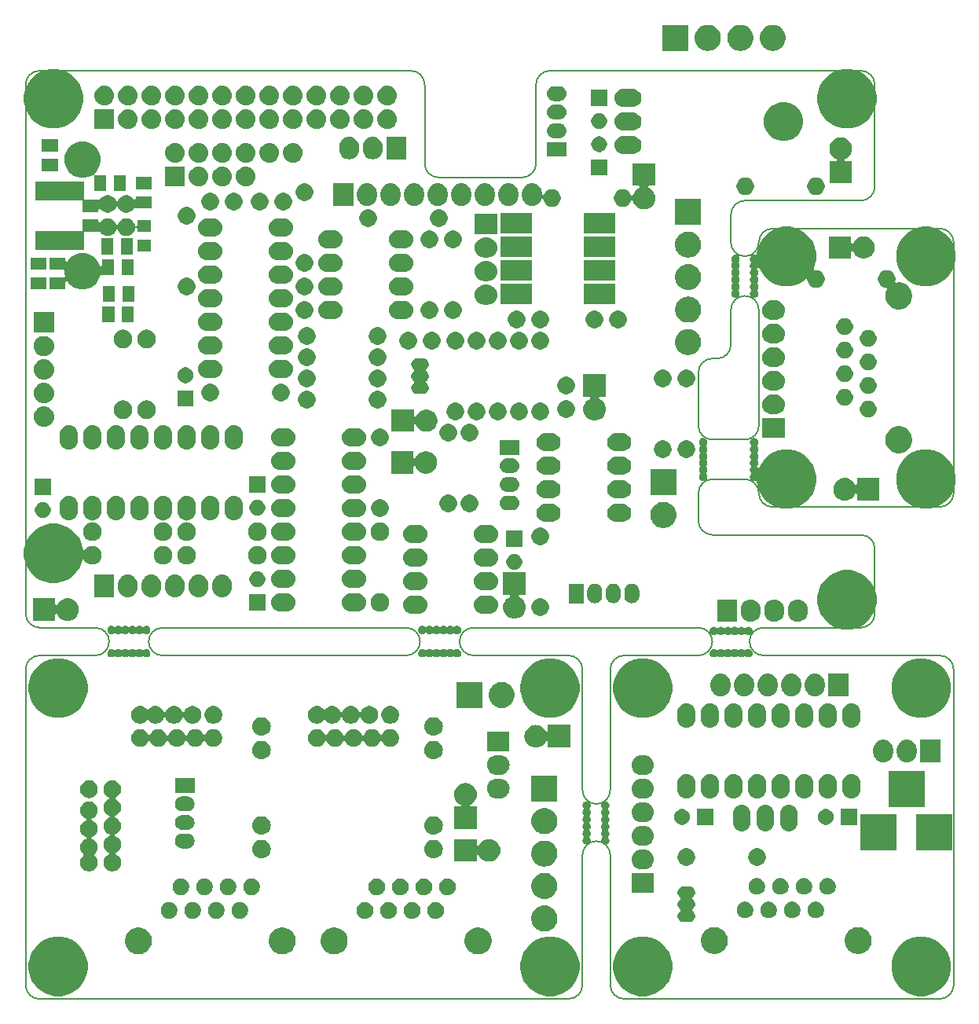
<source format=gbs>
G04 #@! TF.GenerationSoftware,KiCad,Pcbnew,5.0.2-bee76a0~70~ubuntu18.04.1*
G04 #@! TF.CreationDate,2019-02-08T19:21:51+01:00*
G04 #@! TF.ProjectId,BPi-CAN,4250692d-4341-44e2-9e6b-696361645f70,rev?*
G04 #@! TF.SameCoordinates,Original*
G04 #@! TF.FileFunction,Soldermask,Bot*
G04 #@! TF.FilePolarity,Negative*
%FSLAX46Y46*%
G04 Gerber Fmt 4.6, Leading zero omitted, Abs format (unit mm)*
G04 Created by KiCad (PCBNEW 5.0.2-bee76a0~70~ubuntu18.04.1) date Fr 08 Feb 2019 19:21:51 CET*
%MOMM*%
%LPD*%
G01*
G04 APERTURE LIST*
%ADD10C,0.150000*%
%ADD11C,0.100000*%
G04 APERTURE END LIST*
D10*
X176000000Y-58500000D02*
X176000000Y-55500000D01*
X176000000Y-69500000D02*
X176000000Y-65750000D01*
X179000000Y-65750000D02*
X179000000Y-78250000D01*
X176000000Y-58500000D02*
G75*
G03X177500000Y-60000000I1500000J0D01*
G01*
X179000000Y-65750000D02*
G75*
G03X177500000Y-64250000I-1500000J0D01*
G01*
X177500000Y-64250000D02*
G75*
G03X176000000Y-65750000I0J-1500000D01*
G01*
X172500000Y-78250000D02*
X172500000Y-72500000D01*
X177500000Y-79750000D02*
X174000000Y-79750000D01*
X174000000Y-84000000D02*
X177500000Y-84000000D01*
X172500000Y-88500000D02*
X172500000Y-85500000D01*
X172500000Y-78250000D02*
G75*
G03X174000000Y-79750000I1500000J0D01*
G01*
X177500000Y-79750000D02*
G75*
G03X179000000Y-78250000I0J1500000D01*
G01*
X174000000Y-84000000D02*
G75*
G03X172500000Y-85500000I0J-1500000D01*
G01*
X179000000Y-85500000D02*
G75*
G03X177500000Y-84000000I-1500000J0D01*
G01*
X177500000Y-60000000D02*
G75*
G03X179000000Y-58500000I0J1500000D01*
G01*
X200000000Y-58500000D02*
X200000000Y-85500000D01*
X180500000Y-57000000D02*
X198500000Y-57000000D01*
X180500000Y-87000000D02*
X198500000Y-87000000D01*
X179000000Y-85500000D02*
G75*
G03X180500000Y-87000000I1500000J0D01*
G01*
X198500000Y-87000000D02*
G75*
G03X200000000Y-85500000I0J1500000D01*
G01*
X200000000Y-58500000D02*
G75*
G03X198500000Y-57000000I-1500000J0D01*
G01*
X180500000Y-57000000D02*
G75*
G03X179000000Y-58500000I0J-1500000D01*
G01*
X148250000Y-100000000D02*
X172500000Y-100000000D01*
X141000000Y-100000000D02*
X114750000Y-100000000D01*
X114750000Y-103000000D02*
X141000000Y-103000000D01*
X142500000Y-101500000D02*
G75*
G03X141000000Y-100000000I-1500000J0D01*
G01*
X141000000Y-103000000D02*
G75*
G03X142500000Y-101500000I0J1500000D01*
G01*
X101500000Y-100000000D02*
X107500000Y-100000000D01*
X101500000Y-103000000D02*
X107500000Y-103000000D01*
X148250000Y-100000000D02*
G75*
G03X146750000Y-101500000I0J-1500000D01*
G01*
X148250000Y-103000000D02*
X158500000Y-103000000D01*
X146750000Y-101500000D02*
G75*
G03X148250000Y-103000000I1500000J0D01*
G01*
X174000000Y-90000000D02*
X190000000Y-90000000D01*
X177500000Y-54000000D02*
X190000000Y-54000000D01*
X174000000Y-71000000D02*
X174500000Y-71000000D01*
X174500000Y-71000000D02*
G75*
G03X176000000Y-69500000I0J1500000D01*
G01*
X174000000Y-71000000D02*
G75*
G03X172500000Y-72500000I0J-1500000D01*
G01*
X161500000Y-119000000D02*
G75*
G03X163000000Y-117500000I0J1500000D01*
G01*
X163000000Y-124500000D02*
G75*
G03X161500000Y-123000000I-1500000J0D01*
G01*
X163000000Y-124500000D02*
X163000000Y-138500000D01*
X163000000Y-104500000D02*
X163000000Y-117500000D01*
X160000000Y-124500000D02*
X160000000Y-138500000D01*
X160000000Y-104500000D02*
X160000000Y-117500000D01*
X161500000Y-123000000D02*
G75*
G03X160000000Y-124500000I0J-1500000D01*
G01*
X160000000Y-117500000D02*
G75*
G03X161500000Y-119000000I1500000J0D01*
G01*
X164500000Y-103000000D02*
X172500000Y-103000000D01*
X164500000Y-140000000D02*
X198500000Y-140000000D01*
X163000000Y-138500000D02*
G75*
G03X164500000Y-140000000I1500000J0D01*
G01*
X158500000Y-140000000D02*
G75*
G03X160000000Y-138500000I0J1500000D01*
G01*
X164500000Y-103000000D02*
G75*
G03X163000000Y-104500000I0J-1500000D01*
G01*
X160000000Y-104500000D02*
G75*
G03X158500000Y-103000000I-1500000J0D01*
G01*
X113250000Y-101500000D02*
G75*
G03X114750000Y-103000000I1500000J0D01*
G01*
X114750000Y-100000000D02*
G75*
G03X113250000Y-101500000I0J-1500000D01*
G01*
X174000000Y-101500000D02*
G75*
G03X172500000Y-100000000I-1500000J0D01*
G01*
X172500000Y-103000000D02*
G75*
G03X174000000Y-101500000I0J1500000D01*
G01*
X178000000Y-101500000D02*
G75*
G03X179500000Y-103000000I1500000J0D01*
G01*
X179500000Y-100000000D02*
G75*
G03X178000000Y-101500000I0J-1500000D01*
G01*
X190000000Y-100000000D02*
X179500000Y-100000000D01*
X198500000Y-103000000D02*
X179500000Y-103000000D01*
X107500000Y-103000000D02*
G75*
G03X109000000Y-101500000I0J1500000D01*
G01*
X109000000Y-101500000D02*
G75*
G03X107500000Y-100000000I-1500000J0D01*
G01*
X198500000Y-140000000D02*
G75*
G03X200000000Y-138500000I0J1500000D01*
G01*
X200000000Y-104500000D02*
G75*
G03X198500000Y-103000000I-1500000J0D01*
G01*
X101500000Y-103000000D02*
G75*
G03X100000000Y-104500000I0J-1500000D01*
G01*
X100000000Y-138500000D02*
G75*
G03X101500000Y-140000000I1500000J0D01*
G01*
X100000000Y-104500000D02*
X100000000Y-138500000D01*
X200000000Y-104500000D02*
X200000000Y-138500000D01*
X101500000Y-140000000D02*
X158500000Y-140000000D01*
X191500000Y-91500000D02*
G75*
G03X190000000Y-90000000I-1500000J0D01*
G01*
X172500000Y-88500000D02*
G75*
G03X174000000Y-90000000I1500000J0D01*
G01*
X177500000Y-54000000D02*
G75*
G03X176000000Y-55500000I0J-1500000D01*
G01*
X190000000Y-54000000D02*
G75*
G03X191500000Y-52500000I0J1500000D01*
G01*
X191500000Y-41500000D02*
X191500000Y-52500000D01*
X143000000Y-41500000D02*
G75*
G03X141500000Y-40000000I-1500000J0D01*
G01*
X156500000Y-40000000D02*
G75*
G03X155000000Y-41500000I0J-1500000D01*
G01*
X153500000Y-51500000D02*
G75*
G03X155000000Y-50000000I0J1500000D01*
G01*
X143000000Y-50000000D02*
G75*
G03X144500000Y-51500000I1500000J0D01*
G01*
X144500000Y-51500000D02*
X153500000Y-51500000D01*
X143000000Y-41500000D02*
X143000000Y-50000000D01*
X155000000Y-41500000D02*
X155000000Y-50000000D01*
X190000000Y-40000000D02*
X156500000Y-40000000D01*
X100000000Y-41500000D02*
X100000000Y-98500000D01*
X191500000Y-91500000D02*
X191500000Y-98500000D01*
X191500000Y-41500000D02*
G75*
G03X190000000Y-40000000I-1500000J0D01*
G01*
X190000000Y-100000000D02*
G75*
G03X191500000Y-98500000I0J1500000D01*
G01*
X100000000Y-98500000D02*
G75*
G03X101500000Y-100000000I1500000J0D01*
G01*
X101500000Y-40000000D02*
G75*
G03X100000000Y-41500000I0J-1500000D01*
G01*
X101500000Y-40000000D02*
X141500000Y-40000000D01*
D11*
G36*
X157433405Y-133422974D02*
X158015767Y-133664196D01*
X158539884Y-134014400D01*
X158985600Y-134460116D01*
X159335804Y-134984233D01*
X159577026Y-135566595D01*
X159700000Y-136184826D01*
X159700000Y-136815174D01*
X159577026Y-137433405D01*
X159335804Y-138015767D01*
X158985600Y-138539884D01*
X158539884Y-138985600D01*
X158015767Y-139335804D01*
X157433405Y-139577026D01*
X156815174Y-139700000D01*
X156184826Y-139700000D01*
X155566595Y-139577026D01*
X154984233Y-139335804D01*
X154460116Y-138985600D01*
X154014400Y-138539884D01*
X153664196Y-138015767D01*
X153422974Y-137433405D01*
X153300000Y-136815174D01*
X153300000Y-136184826D01*
X153422974Y-135566595D01*
X153664196Y-134984233D01*
X154014400Y-134460116D01*
X154460116Y-134014400D01*
X154984233Y-133664196D01*
X155566595Y-133422974D01*
X156184826Y-133300000D01*
X156815174Y-133300000D01*
X157433405Y-133422974D01*
X157433405Y-133422974D01*
G37*
G36*
X167433405Y-133422974D02*
X168015767Y-133664196D01*
X168539884Y-134014400D01*
X168985600Y-134460116D01*
X169335804Y-134984233D01*
X169577026Y-135566595D01*
X169700000Y-136184826D01*
X169700000Y-136815174D01*
X169577026Y-137433405D01*
X169335804Y-138015767D01*
X168985600Y-138539884D01*
X168539884Y-138985600D01*
X168015767Y-139335804D01*
X167433405Y-139577026D01*
X166815174Y-139700000D01*
X166184826Y-139700000D01*
X165566595Y-139577026D01*
X164984233Y-139335804D01*
X164460116Y-138985600D01*
X164014400Y-138539884D01*
X163664196Y-138015767D01*
X163422974Y-137433405D01*
X163300000Y-136815174D01*
X163300000Y-136184826D01*
X163422974Y-135566595D01*
X163664196Y-134984233D01*
X164014400Y-134460116D01*
X164460116Y-134014400D01*
X164984233Y-133664196D01*
X165566595Y-133422974D01*
X166184826Y-133300000D01*
X166815174Y-133300000D01*
X167433405Y-133422974D01*
X167433405Y-133422974D01*
G37*
G36*
X197433405Y-133422974D02*
X198015767Y-133664196D01*
X198539884Y-134014400D01*
X198985600Y-134460116D01*
X199335804Y-134984233D01*
X199577026Y-135566595D01*
X199700000Y-136184826D01*
X199700000Y-136815174D01*
X199577026Y-137433405D01*
X199335804Y-138015767D01*
X198985600Y-138539884D01*
X198539884Y-138985600D01*
X198015767Y-139335804D01*
X197433405Y-139577026D01*
X196815174Y-139700000D01*
X196184826Y-139700000D01*
X195566595Y-139577026D01*
X194984233Y-139335804D01*
X194460116Y-138985600D01*
X194014400Y-138539884D01*
X193664196Y-138015767D01*
X193422974Y-137433405D01*
X193300000Y-136815174D01*
X193300000Y-136184826D01*
X193422974Y-135566595D01*
X193664196Y-134984233D01*
X194014400Y-134460116D01*
X194460116Y-134014400D01*
X194984233Y-133664196D01*
X195566595Y-133422974D01*
X196184826Y-133300000D01*
X196815174Y-133300000D01*
X197433405Y-133422974D01*
X197433405Y-133422974D01*
G37*
G36*
X104433405Y-133422974D02*
X105015767Y-133664196D01*
X105539884Y-134014400D01*
X105985600Y-134460116D01*
X106335804Y-134984233D01*
X106577026Y-135566595D01*
X106700000Y-136184826D01*
X106700000Y-136815174D01*
X106577026Y-137433405D01*
X106335804Y-138015767D01*
X105985600Y-138539884D01*
X105539884Y-138985600D01*
X105015767Y-139335804D01*
X104433405Y-139577026D01*
X103815174Y-139700000D01*
X103184826Y-139700000D01*
X102566595Y-139577026D01*
X101984233Y-139335804D01*
X101460116Y-138985600D01*
X101014400Y-138539884D01*
X100664196Y-138015767D01*
X100422974Y-137433405D01*
X100300000Y-136815174D01*
X100300000Y-136184826D01*
X100422974Y-135566595D01*
X100664196Y-134984233D01*
X101014400Y-134460116D01*
X101460116Y-134014400D01*
X101984233Y-133664196D01*
X102566595Y-133422974D01*
X103184826Y-133300000D01*
X103815174Y-133300000D01*
X104433405Y-133422974D01*
X104433405Y-133422974D01*
G37*
G36*
X128072947Y-132355722D02*
X128336833Y-132465027D01*
X128574324Y-132623713D01*
X128776287Y-132825676D01*
X128934973Y-133063167D01*
X129044278Y-133327053D01*
X129100000Y-133607186D01*
X129100000Y-133892814D01*
X129044278Y-134172947D01*
X128934973Y-134436833D01*
X128776287Y-134674324D01*
X128574324Y-134876287D01*
X128336833Y-135034973D01*
X128072947Y-135144278D01*
X127792814Y-135200000D01*
X127507186Y-135200000D01*
X127227053Y-135144278D01*
X126963167Y-135034973D01*
X126725676Y-134876287D01*
X126523713Y-134674324D01*
X126365027Y-134436833D01*
X126255722Y-134172947D01*
X126200000Y-133892814D01*
X126200000Y-133607186D01*
X126255722Y-133327053D01*
X126365027Y-133063167D01*
X126523713Y-132825676D01*
X126725676Y-132623713D01*
X126963167Y-132465027D01*
X127227053Y-132355722D01*
X127507186Y-132300000D01*
X127792814Y-132300000D01*
X128072947Y-132355722D01*
X128072947Y-132355722D01*
G37*
G36*
X112572947Y-132355722D02*
X112836833Y-132465027D01*
X113074324Y-132623713D01*
X113276287Y-132825676D01*
X113434973Y-133063167D01*
X113544278Y-133327053D01*
X113600000Y-133607186D01*
X113600000Y-133892814D01*
X113544278Y-134172947D01*
X113434973Y-134436833D01*
X113276287Y-134674324D01*
X113074324Y-134876287D01*
X112836833Y-135034973D01*
X112572947Y-135144278D01*
X112292814Y-135200000D01*
X112007186Y-135200000D01*
X111727053Y-135144278D01*
X111463167Y-135034973D01*
X111225676Y-134876287D01*
X111023713Y-134674324D01*
X110865027Y-134436833D01*
X110755722Y-134172947D01*
X110700000Y-133892814D01*
X110700000Y-133607186D01*
X110755722Y-133327053D01*
X110865027Y-133063167D01*
X111023713Y-132825676D01*
X111225676Y-132623713D01*
X111463167Y-132465027D01*
X111727053Y-132355722D01*
X112007186Y-132300000D01*
X112292814Y-132300000D01*
X112572947Y-132355722D01*
X112572947Y-132355722D01*
G37*
G36*
X133672947Y-132355722D02*
X133936833Y-132465027D01*
X134174324Y-132623713D01*
X134376287Y-132825676D01*
X134534973Y-133063167D01*
X134644278Y-133327053D01*
X134700000Y-133607186D01*
X134700000Y-133892814D01*
X134644278Y-134172947D01*
X134534973Y-134436833D01*
X134376287Y-134674324D01*
X134174324Y-134876287D01*
X133936833Y-135034973D01*
X133672947Y-135144278D01*
X133392814Y-135200000D01*
X133107186Y-135200000D01*
X132827053Y-135144278D01*
X132563167Y-135034973D01*
X132325676Y-134876287D01*
X132123713Y-134674324D01*
X131965027Y-134436833D01*
X131855722Y-134172947D01*
X131800000Y-133892814D01*
X131800000Y-133607186D01*
X131855722Y-133327053D01*
X131965027Y-133063167D01*
X132123713Y-132825676D01*
X132325676Y-132623713D01*
X132563167Y-132465027D01*
X132827053Y-132355722D01*
X133107186Y-132300000D01*
X133392814Y-132300000D01*
X133672947Y-132355722D01*
X133672947Y-132355722D01*
G37*
G36*
X149172947Y-132355722D02*
X149436833Y-132465027D01*
X149674324Y-132623713D01*
X149876287Y-132825676D01*
X150034973Y-133063167D01*
X150144278Y-133327053D01*
X150200000Y-133607186D01*
X150200000Y-133892814D01*
X150144278Y-134172947D01*
X150034973Y-134436833D01*
X149876287Y-134674324D01*
X149674324Y-134876287D01*
X149436833Y-135034973D01*
X149172947Y-135144278D01*
X148892814Y-135200000D01*
X148607186Y-135200000D01*
X148327053Y-135144278D01*
X148063167Y-135034973D01*
X147825676Y-134876287D01*
X147623713Y-134674324D01*
X147465027Y-134436833D01*
X147355722Y-134172947D01*
X147300000Y-133892814D01*
X147300000Y-133607186D01*
X147355722Y-133327053D01*
X147465027Y-133063167D01*
X147623713Y-132825676D01*
X147825676Y-132623713D01*
X148063167Y-132465027D01*
X148327053Y-132355722D01*
X148607186Y-132300000D01*
X148892814Y-132300000D01*
X149172947Y-132355722D01*
X149172947Y-132355722D01*
G37*
G36*
X190138547Y-132309322D02*
X190402433Y-132418627D01*
X190639924Y-132577313D01*
X190841887Y-132779276D01*
X191000573Y-133016767D01*
X191109878Y-133280653D01*
X191165600Y-133560786D01*
X191165600Y-133846414D01*
X191109878Y-134126547D01*
X191000573Y-134390433D01*
X190841887Y-134627924D01*
X190639924Y-134829887D01*
X190402433Y-134988573D01*
X190138547Y-135097878D01*
X189858414Y-135153600D01*
X189572786Y-135153600D01*
X189292653Y-135097878D01*
X189028767Y-134988573D01*
X188791276Y-134829887D01*
X188589313Y-134627924D01*
X188430627Y-134390433D01*
X188321322Y-134126547D01*
X188265600Y-133846414D01*
X188265600Y-133560786D01*
X188321322Y-133280653D01*
X188430627Y-133016767D01*
X188589313Y-132779276D01*
X188791276Y-132577313D01*
X189028767Y-132418627D01*
X189292653Y-132309322D01*
X189572786Y-132253600D01*
X189858414Y-132253600D01*
X190138547Y-132309322D01*
X190138547Y-132309322D01*
G37*
G36*
X174638547Y-132309322D02*
X174902433Y-132418627D01*
X175139924Y-132577313D01*
X175341887Y-132779276D01*
X175500573Y-133016767D01*
X175609878Y-133280653D01*
X175665600Y-133560786D01*
X175665600Y-133846414D01*
X175609878Y-134126547D01*
X175500573Y-134390433D01*
X175341887Y-134627924D01*
X175139924Y-134829887D01*
X174902433Y-134988573D01*
X174638547Y-135097878D01*
X174358414Y-135153600D01*
X174072786Y-135153600D01*
X173792653Y-135097878D01*
X173528767Y-134988573D01*
X173291276Y-134829887D01*
X173089313Y-134627924D01*
X172930627Y-134390433D01*
X172821322Y-134126547D01*
X172765600Y-133846414D01*
X172765600Y-133560786D01*
X172821322Y-133280653D01*
X172930627Y-133016767D01*
X173089313Y-132779276D01*
X173291276Y-132577313D01*
X173528767Y-132418627D01*
X173792653Y-132309322D01*
X174072786Y-132253600D01*
X174358414Y-132253600D01*
X174638547Y-132309322D01*
X174638547Y-132309322D01*
G37*
G36*
X156164126Y-129959900D02*
X156299365Y-129986801D01*
X156554149Y-130092336D01*
X156711506Y-130197479D01*
X156783451Y-130245551D01*
X156978449Y-130440549D01*
X156978451Y-130440552D01*
X157050675Y-130548642D01*
X157131665Y-130669853D01*
X157237199Y-130924636D01*
X157291000Y-131195111D01*
X157291000Y-131470889D01*
X157237199Y-131741364D01*
X157131665Y-131996147D01*
X156978449Y-132225451D01*
X156783451Y-132420449D01*
X156783448Y-132420451D01*
X156554149Y-132573664D01*
X156554148Y-132573665D01*
X156554147Y-132573665D01*
X156545340Y-132577313D01*
X156299365Y-132679199D01*
X156164127Y-132706099D01*
X156028889Y-132733000D01*
X155753111Y-132733000D01*
X155617873Y-132706099D01*
X155482635Y-132679199D01*
X155236660Y-132577313D01*
X155227853Y-132573665D01*
X155227852Y-132573665D01*
X155227851Y-132573664D01*
X154998552Y-132420451D01*
X154998549Y-132420449D01*
X154803551Y-132225451D01*
X154650335Y-131996147D01*
X154544801Y-131741364D01*
X154491000Y-131470889D01*
X154491000Y-131195111D01*
X154544801Y-130924636D01*
X154650335Y-130669853D01*
X154731326Y-130548642D01*
X154803549Y-130440552D01*
X154803551Y-130440549D01*
X154998549Y-130245551D01*
X155070494Y-130197479D01*
X155227851Y-130092336D01*
X155482635Y-129986801D01*
X155617874Y-129959900D01*
X155753111Y-129933000D01*
X156028889Y-129933000D01*
X156164126Y-129959900D01*
X156164126Y-129959900D01*
G37*
G36*
X171610697Y-127882476D02*
X171624331Y-127883819D01*
X171665145Y-127896200D01*
X171746776Y-127920963D01*
X171859623Y-127981281D01*
X171958535Y-128062455D01*
X172039709Y-128161367D01*
X172100027Y-128274214D01*
X172137171Y-128396660D01*
X172149713Y-128524000D01*
X172137171Y-128651340D01*
X172100027Y-128773786D01*
X172039709Y-128886633D01*
X171958535Y-128985545D01*
X171864917Y-129062374D01*
X171847590Y-129079701D01*
X171833976Y-129100075D01*
X171824598Y-129122714D01*
X171819818Y-129146748D01*
X171819818Y-129171252D01*
X171824598Y-129195286D01*
X171833976Y-129217925D01*
X171847590Y-129238299D01*
X171864915Y-129255624D01*
X171958535Y-129332455D01*
X172039709Y-129431367D01*
X172100027Y-129544214D01*
X172137171Y-129666660D01*
X172149713Y-129794000D01*
X172137171Y-129921340D01*
X172100027Y-130043786D01*
X172039709Y-130156633D01*
X171958535Y-130255545D01*
X171864917Y-130332374D01*
X171847590Y-130349701D01*
X171833976Y-130370075D01*
X171824598Y-130392714D01*
X171819818Y-130416748D01*
X171819818Y-130441252D01*
X171824598Y-130465286D01*
X171833976Y-130487925D01*
X171847590Y-130508299D01*
X171864915Y-130525624D01*
X171958535Y-130602455D01*
X172039709Y-130701367D01*
X172100027Y-130814214D01*
X172137171Y-130936660D01*
X172149713Y-131064000D01*
X172137171Y-131191340D01*
X172100027Y-131313786D01*
X172039709Y-131426633D01*
X171958535Y-131525545D01*
X171859623Y-131606719D01*
X171746776Y-131667037D01*
X171665145Y-131691800D01*
X171624331Y-131704181D01*
X171610697Y-131705524D01*
X171528901Y-131713580D01*
X170863099Y-131713580D01*
X170781303Y-131705524D01*
X170767669Y-131704181D01*
X170726855Y-131691800D01*
X170645224Y-131667037D01*
X170532377Y-131606719D01*
X170433465Y-131525545D01*
X170352291Y-131426633D01*
X170291973Y-131313786D01*
X170254829Y-131191340D01*
X170242287Y-131064000D01*
X170254829Y-130936660D01*
X170291973Y-130814214D01*
X170352291Y-130701367D01*
X170433465Y-130602455D01*
X170527085Y-130525624D01*
X170544410Y-130508299D01*
X170558024Y-130487925D01*
X170567402Y-130465286D01*
X170572182Y-130441252D01*
X170572182Y-130416748D01*
X170567402Y-130392714D01*
X170558024Y-130370075D01*
X170544410Y-130349701D01*
X170527083Y-130332374D01*
X170433465Y-130255545D01*
X170352291Y-130156633D01*
X170291973Y-130043786D01*
X170254829Y-129921340D01*
X170242287Y-129794000D01*
X170254829Y-129666660D01*
X170291973Y-129544214D01*
X170352291Y-129431367D01*
X170433465Y-129332455D01*
X170527085Y-129255624D01*
X170544410Y-129238299D01*
X170558024Y-129217925D01*
X170567402Y-129195286D01*
X170572182Y-129171252D01*
X170572182Y-129146748D01*
X170567402Y-129122714D01*
X170558024Y-129100075D01*
X170544410Y-129079701D01*
X170527083Y-129062374D01*
X170433465Y-128985545D01*
X170352291Y-128886633D01*
X170291973Y-128773786D01*
X170254829Y-128651340D01*
X170242287Y-128524000D01*
X170254829Y-128396660D01*
X170291973Y-128274214D01*
X170352291Y-128161367D01*
X170433465Y-128062455D01*
X170532377Y-127981281D01*
X170645224Y-127920963D01*
X170726855Y-127896200D01*
X170767669Y-127883819D01*
X170781303Y-127882476D01*
X170863099Y-127874420D01*
X171528901Y-127874420D01*
X171610697Y-127882476D01*
X171610697Y-127882476D01*
G37*
G36*
X120797521Y-129594586D02*
X120961309Y-129662429D01*
X121108720Y-129760926D01*
X121234074Y-129886280D01*
X121332571Y-130033691D01*
X121400414Y-130197479D01*
X121435000Y-130371356D01*
X121435000Y-130548644D01*
X121400414Y-130722521D01*
X121332571Y-130886309D01*
X121234074Y-131033720D01*
X121108720Y-131159074D01*
X120961309Y-131257571D01*
X120797521Y-131325414D01*
X120623644Y-131360000D01*
X120446356Y-131360000D01*
X120272479Y-131325414D01*
X120108691Y-131257571D01*
X119961280Y-131159074D01*
X119835926Y-131033720D01*
X119737429Y-130886309D01*
X119669586Y-130722521D01*
X119635000Y-130548644D01*
X119635000Y-130371356D01*
X119669586Y-130197479D01*
X119737429Y-130033691D01*
X119835926Y-129886280D01*
X119961280Y-129760926D01*
X120108691Y-129662429D01*
X120272479Y-129594586D01*
X120446356Y-129560000D01*
X120623644Y-129560000D01*
X120797521Y-129594586D01*
X120797521Y-129594586D01*
G37*
G36*
X115717521Y-129594586D02*
X115881309Y-129662429D01*
X116028720Y-129760926D01*
X116154074Y-129886280D01*
X116252571Y-130033691D01*
X116320414Y-130197479D01*
X116355000Y-130371356D01*
X116355000Y-130548644D01*
X116320414Y-130722521D01*
X116252571Y-130886309D01*
X116154074Y-131033720D01*
X116028720Y-131159074D01*
X115881309Y-131257571D01*
X115717521Y-131325414D01*
X115543644Y-131360000D01*
X115366356Y-131360000D01*
X115192479Y-131325414D01*
X115028691Y-131257571D01*
X114881280Y-131159074D01*
X114755926Y-131033720D01*
X114657429Y-130886309D01*
X114589586Y-130722521D01*
X114555000Y-130548644D01*
X114555000Y-130371356D01*
X114589586Y-130197479D01*
X114657429Y-130033691D01*
X114755926Y-129886280D01*
X114881280Y-129760926D01*
X115028691Y-129662429D01*
X115192479Y-129594586D01*
X115366356Y-129560000D01*
X115543644Y-129560000D01*
X115717521Y-129594586D01*
X115717521Y-129594586D01*
G37*
G36*
X139357521Y-129594586D02*
X139521309Y-129662429D01*
X139668720Y-129760926D01*
X139794074Y-129886280D01*
X139892571Y-130033691D01*
X139960414Y-130197479D01*
X139995000Y-130371356D01*
X139995000Y-130548644D01*
X139960414Y-130722521D01*
X139892571Y-130886309D01*
X139794074Y-131033720D01*
X139668720Y-131159074D01*
X139521309Y-131257571D01*
X139357521Y-131325414D01*
X139183644Y-131360000D01*
X139006356Y-131360000D01*
X138832479Y-131325414D01*
X138668691Y-131257571D01*
X138521280Y-131159074D01*
X138395926Y-131033720D01*
X138297429Y-130886309D01*
X138229586Y-130722521D01*
X138195000Y-130548644D01*
X138195000Y-130371356D01*
X138229586Y-130197479D01*
X138297429Y-130033691D01*
X138395926Y-129886280D01*
X138521280Y-129760926D01*
X138668691Y-129662429D01*
X138832479Y-129594586D01*
X139006356Y-129560000D01*
X139183644Y-129560000D01*
X139357521Y-129594586D01*
X139357521Y-129594586D01*
G37*
G36*
X136817521Y-129594586D02*
X136981309Y-129662429D01*
X137128720Y-129760926D01*
X137254074Y-129886280D01*
X137352571Y-130033691D01*
X137420414Y-130197479D01*
X137455000Y-130371356D01*
X137455000Y-130548644D01*
X137420414Y-130722521D01*
X137352571Y-130886309D01*
X137254074Y-131033720D01*
X137128720Y-131159074D01*
X136981309Y-131257571D01*
X136817521Y-131325414D01*
X136643644Y-131360000D01*
X136466356Y-131360000D01*
X136292479Y-131325414D01*
X136128691Y-131257571D01*
X135981280Y-131159074D01*
X135855926Y-131033720D01*
X135757429Y-130886309D01*
X135689586Y-130722521D01*
X135655000Y-130548644D01*
X135655000Y-130371356D01*
X135689586Y-130197479D01*
X135757429Y-130033691D01*
X135855926Y-129886280D01*
X135981280Y-129760926D01*
X136128691Y-129662429D01*
X136292479Y-129594586D01*
X136466356Y-129560000D01*
X136643644Y-129560000D01*
X136817521Y-129594586D01*
X136817521Y-129594586D01*
G37*
G36*
X141897521Y-129594586D02*
X142061309Y-129662429D01*
X142208720Y-129760926D01*
X142334074Y-129886280D01*
X142432571Y-130033691D01*
X142500414Y-130197479D01*
X142535000Y-130371356D01*
X142535000Y-130548644D01*
X142500414Y-130722521D01*
X142432571Y-130886309D01*
X142334074Y-131033720D01*
X142208720Y-131159074D01*
X142061309Y-131257571D01*
X141897521Y-131325414D01*
X141723644Y-131360000D01*
X141546356Y-131360000D01*
X141372479Y-131325414D01*
X141208691Y-131257571D01*
X141061280Y-131159074D01*
X140935926Y-131033720D01*
X140837429Y-130886309D01*
X140769586Y-130722521D01*
X140735000Y-130548644D01*
X140735000Y-130371356D01*
X140769586Y-130197479D01*
X140837429Y-130033691D01*
X140935926Y-129886280D01*
X141061280Y-129760926D01*
X141208691Y-129662429D01*
X141372479Y-129594586D01*
X141546356Y-129560000D01*
X141723644Y-129560000D01*
X141897521Y-129594586D01*
X141897521Y-129594586D01*
G37*
G36*
X144437521Y-129594586D02*
X144601309Y-129662429D01*
X144748720Y-129760926D01*
X144874074Y-129886280D01*
X144972571Y-130033691D01*
X145040414Y-130197479D01*
X145075000Y-130371356D01*
X145075000Y-130548644D01*
X145040414Y-130722521D01*
X144972571Y-130886309D01*
X144874074Y-131033720D01*
X144748720Y-131159074D01*
X144601309Y-131257571D01*
X144437521Y-131325414D01*
X144263644Y-131360000D01*
X144086356Y-131360000D01*
X143912479Y-131325414D01*
X143748691Y-131257571D01*
X143601280Y-131159074D01*
X143475926Y-131033720D01*
X143377429Y-130886309D01*
X143309586Y-130722521D01*
X143275000Y-130548644D01*
X143275000Y-130371356D01*
X143309586Y-130197479D01*
X143377429Y-130033691D01*
X143475926Y-129886280D01*
X143601280Y-129760926D01*
X143748691Y-129662429D01*
X143912479Y-129594586D01*
X144086356Y-129560000D01*
X144263644Y-129560000D01*
X144437521Y-129594586D01*
X144437521Y-129594586D01*
G37*
G36*
X123337521Y-129594586D02*
X123501309Y-129662429D01*
X123648720Y-129760926D01*
X123774074Y-129886280D01*
X123872571Y-130033691D01*
X123940414Y-130197479D01*
X123975000Y-130371356D01*
X123975000Y-130548644D01*
X123940414Y-130722521D01*
X123872571Y-130886309D01*
X123774074Y-131033720D01*
X123648720Y-131159074D01*
X123501309Y-131257571D01*
X123337521Y-131325414D01*
X123163644Y-131360000D01*
X122986356Y-131360000D01*
X122812479Y-131325414D01*
X122648691Y-131257571D01*
X122501280Y-131159074D01*
X122375926Y-131033720D01*
X122277429Y-130886309D01*
X122209586Y-130722521D01*
X122175000Y-130548644D01*
X122175000Y-130371356D01*
X122209586Y-130197479D01*
X122277429Y-130033691D01*
X122375926Y-129886280D01*
X122501280Y-129760926D01*
X122648691Y-129662429D01*
X122812479Y-129594586D01*
X122986356Y-129560000D01*
X123163644Y-129560000D01*
X123337521Y-129594586D01*
X123337521Y-129594586D01*
G37*
G36*
X118257521Y-129594586D02*
X118421309Y-129662429D01*
X118568720Y-129760926D01*
X118694074Y-129886280D01*
X118792571Y-130033691D01*
X118860414Y-130197479D01*
X118895000Y-130371356D01*
X118895000Y-130548644D01*
X118860414Y-130722521D01*
X118792571Y-130886309D01*
X118694074Y-131033720D01*
X118568720Y-131159074D01*
X118421309Y-131257571D01*
X118257521Y-131325414D01*
X118083644Y-131360000D01*
X117906356Y-131360000D01*
X117732479Y-131325414D01*
X117568691Y-131257571D01*
X117421280Y-131159074D01*
X117295926Y-131033720D01*
X117197429Y-130886309D01*
X117129586Y-130722521D01*
X117095000Y-130548644D01*
X117095000Y-130371356D01*
X117129586Y-130197479D01*
X117197429Y-130033691D01*
X117295926Y-129886280D01*
X117421280Y-129760926D01*
X117568691Y-129662429D01*
X117732479Y-129594586D01*
X117906356Y-129560000D01*
X118083644Y-129560000D01*
X118257521Y-129594586D01*
X118257521Y-129594586D01*
G37*
G36*
X180323121Y-129548186D02*
X180486909Y-129616029D01*
X180634320Y-129714526D01*
X180759674Y-129839880D01*
X180858171Y-129987291D01*
X180926014Y-130151079D01*
X180960600Y-130324956D01*
X180960600Y-130502244D01*
X180926014Y-130676121D01*
X180858171Y-130839909D01*
X180759674Y-130987320D01*
X180634320Y-131112674D01*
X180486909Y-131211171D01*
X180323121Y-131279014D01*
X180149244Y-131313600D01*
X179971956Y-131313600D01*
X179798079Y-131279014D01*
X179634291Y-131211171D01*
X179486880Y-131112674D01*
X179361526Y-130987320D01*
X179263029Y-130839909D01*
X179195186Y-130676121D01*
X179160600Y-130502244D01*
X179160600Y-130324956D01*
X179195186Y-130151079D01*
X179263029Y-129987291D01*
X179361526Y-129839880D01*
X179486880Y-129714526D01*
X179634291Y-129616029D01*
X179798079Y-129548186D01*
X179971956Y-129513600D01*
X180149244Y-129513600D01*
X180323121Y-129548186D01*
X180323121Y-129548186D01*
G37*
G36*
X182863121Y-129548186D02*
X183026909Y-129616029D01*
X183174320Y-129714526D01*
X183299674Y-129839880D01*
X183398171Y-129987291D01*
X183466014Y-130151079D01*
X183500600Y-130324956D01*
X183500600Y-130502244D01*
X183466014Y-130676121D01*
X183398171Y-130839909D01*
X183299674Y-130987320D01*
X183174320Y-131112674D01*
X183026909Y-131211171D01*
X182863121Y-131279014D01*
X182689244Y-131313600D01*
X182511956Y-131313600D01*
X182338079Y-131279014D01*
X182174291Y-131211171D01*
X182026880Y-131112674D01*
X181901526Y-130987320D01*
X181803029Y-130839909D01*
X181735186Y-130676121D01*
X181700600Y-130502244D01*
X181700600Y-130324956D01*
X181735186Y-130151079D01*
X181803029Y-129987291D01*
X181901526Y-129839880D01*
X182026880Y-129714526D01*
X182174291Y-129616029D01*
X182338079Y-129548186D01*
X182511956Y-129513600D01*
X182689244Y-129513600D01*
X182863121Y-129548186D01*
X182863121Y-129548186D01*
G37*
G36*
X185403121Y-129548186D02*
X185566909Y-129616029D01*
X185714320Y-129714526D01*
X185839674Y-129839880D01*
X185938171Y-129987291D01*
X186006014Y-130151079D01*
X186040600Y-130324956D01*
X186040600Y-130502244D01*
X186006014Y-130676121D01*
X185938171Y-130839909D01*
X185839674Y-130987320D01*
X185714320Y-131112674D01*
X185566909Y-131211171D01*
X185403121Y-131279014D01*
X185229244Y-131313600D01*
X185051956Y-131313600D01*
X184878079Y-131279014D01*
X184714291Y-131211171D01*
X184566880Y-131112674D01*
X184441526Y-130987320D01*
X184343029Y-130839909D01*
X184275186Y-130676121D01*
X184240600Y-130502244D01*
X184240600Y-130324956D01*
X184275186Y-130151079D01*
X184343029Y-129987291D01*
X184441526Y-129839880D01*
X184566880Y-129714526D01*
X184714291Y-129616029D01*
X184878079Y-129548186D01*
X185051956Y-129513600D01*
X185229244Y-129513600D01*
X185403121Y-129548186D01*
X185403121Y-129548186D01*
G37*
G36*
X177783121Y-129548186D02*
X177946909Y-129616029D01*
X178094320Y-129714526D01*
X178219674Y-129839880D01*
X178318171Y-129987291D01*
X178386014Y-130151079D01*
X178420600Y-130324956D01*
X178420600Y-130502244D01*
X178386014Y-130676121D01*
X178318171Y-130839909D01*
X178219674Y-130987320D01*
X178094320Y-131112674D01*
X177946909Y-131211171D01*
X177783121Y-131279014D01*
X177609244Y-131313600D01*
X177431956Y-131313600D01*
X177258079Y-131279014D01*
X177094291Y-131211171D01*
X176946880Y-131112674D01*
X176821526Y-130987320D01*
X176723029Y-130839909D01*
X176655186Y-130676121D01*
X176620600Y-130502244D01*
X176620600Y-130324956D01*
X176655186Y-130151079D01*
X176723029Y-129987291D01*
X176821526Y-129839880D01*
X176946880Y-129714526D01*
X177094291Y-129616029D01*
X177258079Y-129548186D01*
X177431956Y-129513600D01*
X177609244Y-129513600D01*
X177783121Y-129548186D01*
X177783121Y-129548186D01*
G37*
G36*
X156086200Y-126444400D02*
X156299365Y-126486801D01*
X156554149Y-126592336D01*
X156780397Y-126743511D01*
X156783451Y-126745551D01*
X156978449Y-126940549D01*
X156978451Y-126940552D01*
X157099978Y-127122429D01*
X157131665Y-127169853D01*
X157152819Y-127220924D01*
X157237199Y-127424635D01*
X157250935Y-127493690D01*
X157283515Y-127657479D01*
X157291000Y-127695112D01*
X157291000Y-127970888D01*
X157237199Y-128241365D01*
X157212949Y-128299909D01*
X157132672Y-128493717D01*
X157131664Y-128496149D01*
X157027968Y-128651340D01*
X156978449Y-128725451D01*
X156783451Y-128920449D01*
X156783448Y-128920451D01*
X156554149Y-129073664D01*
X156554148Y-129073665D01*
X156554147Y-129073665D01*
X156490387Y-129100075D01*
X156299365Y-129179199D01*
X156164126Y-129206100D01*
X156028889Y-129233000D01*
X155753111Y-129233000D01*
X155617874Y-129206100D01*
X155482635Y-129179199D01*
X155291613Y-129100075D01*
X155227853Y-129073665D01*
X155227852Y-129073665D01*
X155227851Y-129073664D01*
X154998552Y-128920451D01*
X154998549Y-128920449D01*
X154803551Y-128725451D01*
X154754032Y-128651340D01*
X154650336Y-128496149D01*
X154649329Y-128493717D01*
X154569051Y-128299909D01*
X154544801Y-128241365D01*
X154491000Y-127970888D01*
X154491000Y-127695112D01*
X154498486Y-127657479D01*
X154531065Y-127493690D01*
X154544801Y-127424635D01*
X154629181Y-127220924D01*
X154650335Y-127169853D01*
X154682023Y-127122429D01*
X154803549Y-126940552D01*
X154803551Y-126940549D01*
X154998549Y-126745551D01*
X155001603Y-126743511D01*
X155227851Y-126592336D01*
X155482635Y-126486801D01*
X155695800Y-126444400D01*
X155753111Y-126433000D01*
X156028889Y-126433000D01*
X156086200Y-126444400D01*
X156086200Y-126444400D01*
G37*
G36*
X116987521Y-127054586D02*
X117151309Y-127122429D01*
X117298720Y-127220926D01*
X117424074Y-127346280D01*
X117522571Y-127493691D01*
X117590414Y-127657479D01*
X117625000Y-127831356D01*
X117625000Y-128008644D01*
X117590414Y-128182521D01*
X117522571Y-128346309D01*
X117424074Y-128493720D01*
X117298720Y-128619074D01*
X117151309Y-128717571D01*
X116987521Y-128785414D01*
X116813644Y-128820000D01*
X116636356Y-128820000D01*
X116462479Y-128785414D01*
X116298691Y-128717571D01*
X116151280Y-128619074D01*
X116025926Y-128493720D01*
X115927429Y-128346309D01*
X115859586Y-128182521D01*
X115825000Y-128008644D01*
X115825000Y-127831356D01*
X115859586Y-127657479D01*
X115927429Y-127493691D01*
X116025926Y-127346280D01*
X116151280Y-127220926D01*
X116298691Y-127122429D01*
X116462479Y-127054586D01*
X116636356Y-127020000D01*
X116813644Y-127020000D01*
X116987521Y-127054586D01*
X116987521Y-127054586D01*
G37*
G36*
X145707521Y-127054586D02*
X145871309Y-127122429D01*
X146018720Y-127220926D01*
X146144074Y-127346280D01*
X146242571Y-127493691D01*
X146310414Y-127657479D01*
X146345000Y-127831356D01*
X146345000Y-128008644D01*
X146310414Y-128182521D01*
X146242571Y-128346309D01*
X146144074Y-128493720D01*
X146018720Y-128619074D01*
X145871309Y-128717571D01*
X145707521Y-128785414D01*
X145533644Y-128820000D01*
X145356356Y-128820000D01*
X145182479Y-128785414D01*
X145018691Y-128717571D01*
X144871280Y-128619074D01*
X144745926Y-128493720D01*
X144647429Y-128346309D01*
X144579586Y-128182521D01*
X144545000Y-128008644D01*
X144545000Y-127831356D01*
X144579586Y-127657479D01*
X144647429Y-127493691D01*
X144745926Y-127346280D01*
X144871280Y-127220926D01*
X145018691Y-127122429D01*
X145182479Y-127054586D01*
X145356356Y-127020000D01*
X145533644Y-127020000D01*
X145707521Y-127054586D01*
X145707521Y-127054586D01*
G37*
G36*
X143167521Y-127054586D02*
X143331309Y-127122429D01*
X143478720Y-127220926D01*
X143604074Y-127346280D01*
X143702571Y-127493691D01*
X143770414Y-127657479D01*
X143805000Y-127831356D01*
X143805000Y-128008644D01*
X143770414Y-128182521D01*
X143702571Y-128346309D01*
X143604074Y-128493720D01*
X143478720Y-128619074D01*
X143331309Y-128717571D01*
X143167521Y-128785414D01*
X142993644Y-128820000D01*
X142816356Y-128820000D01*
X142642479Y-128785414D01*
X142478691Y-128717571D01*
X142331280Y-128619074D01*
X142205926Y-128493720D01*
X142107429Y-128346309D01*
X142039586Y-128182521D01*
X142005000Y-128008644D01*
X142005000Y-127831356D01*
X142039586Y-127657479D01*
X142107429Y-127493691D01*
X142205926Y-127346280D01*
X142331280Y-127220926D01*
X142478691Y-127122429D01*
X142642479Y-127054586D01*
X142816356Y-127020000D01*
X142993644Y-127020000D01*
X143167521Y-127054586D01*
X143167521Y-127054586D01*
G37*
G36*
X140627521Y-127054586D02*
X140791309Y-127122429D01*
X140938720Y-127220926D01*
X141064074Y-127346280D01*
X141162571Y-127493691D01*
X141230414Y-127657479D01*
X141265000Y-127831356D01*
X141265000Y-128008644D01*
X141230414Y-128182521D01*
X141162571Y-128346309D01*
X141064074Y-128493720D01*
X140938720Y-128619074D01*
X140791309Y-128717571D01*
X140627521Y-128785414D01*
X140453644Y-128820000D01*
X140276356Y-128820000D01*
X140102479Y-128785414D01*
X139938691Y-128717571D01*
X139791280Y-128619074D01*
X139665926Y-128493720D01*
X139567429Y-128346309D01*
X139499586Y-128182521D01*
X139465000Y-128008644D01*
X139465000Y-127831356D01*
X139499586Y-127657479D01*
X139567429Y-127493691D01*
X139665926Y-127346280D01*
X139791280Y-127220926D01*
X139938691Y-127122429D01*
X140102479Y-127054586D01*
X140276356Y-127020000D01*
X140453644Y-127020000D01*
X140627521Y-127054586D01*
X140627521Y-127054586D01*
G37*
G36*
X138087521Y-127054586D02*
X138251309Y-127122429D01*
X138398720Y-127220926D01*
X138524074Y-127346280D01*
X138622571Y-127493691D01*
X138690414Y-127657479D01*
X138725000Y-127831356D01*
X138725000Y-128008644D01*
X138690414Y-128182521D01*
X138622571Y-128346309D01*
X138524074Y-128493720D01*
X138398720Y-128619074D01*
X138251309Y-128717571D01*
X138087521Y-128785414D01*
X137913644Y-128820000D01*
X137736356Y-128820000D01*
X137562479Y-128785414D01*
X137398691Y-128717571D01*
X137251280Y-128619074D01*
X137125926Y-128493720D01*
X137027429Y-128346309D01*
X136959586Y-128182521D01*
X136925000Y-128008644D01*
X136925000Y-127831356D01*
X136959586Y-127657479D01*
X137027429Y-127493691D01*
X137125926Y-127346280D01*
X137251280Y-127220926D01*
X137398691Y-127122429D01*
X137562479Y-127054586D01*
X137736356Y-127020000D01*
X137913644Y-127020000D01*
X138087521Y-127054586D01*
X138087521Y-127054586D01*
G37*
G36*
X124607521Y-127054586D02*
X124771309Y-127122429D01*
X124918720Y-127220926D01*
X125044074Y-127346280D01*
X125142571Y-127493691D01*
X125210414Y-127657479D01*
X125245000Y-127831356D01*
X125245000Y-128008644D01*
X125210414Y-128182521D01*
X125142571Y-128346309D01*
X125044074Y-128493720D01*
X124918720Y-128619074D01*
X124771309Y-128717571D01*
X124607521Y-128785414D01*
X124433644Y-128820000D01*
X124256356Y-128820000D01*
X124082479Y-128785414D01*
X123918691Y-128717571D01*
X123771280Y-128619074D01*
X123645926Y-128493720D01*
X123547429Y-128346309D01*
X123479586Y-128182521D01*
X123445000Y-128008644D01*
X123445000Y-127831356D01*
X123479586Y-127657479D01*
X123547429Y-127493691D01*
X123645926Y-127346280D01*
X123771280Y-127220926D01*
X123918691Y-127122429D01*
X124082479Y-127054586D01*
X124256356Y-127020000D01*
X124433644Y-127020000D01*
X124607521Y-127054586D01*
X124607521Y-127054586D01*
G37*
G36*
X122067521Y-127054586D02*
X122231309Y-127122429D01*
X122378720Y-127220926D01*
X122504074Y-127346280D01*
X122602571Y-127493691D01*
X122670414Y-127657479D01*
X122705000Y-127831356D01*
X122705000Y-128008644D01*
X122670414Y-128182521D01*
X122602571Y-128346309D01*
X122504074Y-128493720D01*
X122378720Y-128619074D01*
X122231309Y-128717571D01*
X122067521Y-128785414D01*
X121893644Y-128820000D01*
X121716356Y-128820000D01*
X121542479Y-128785414D01*
X121378691Y-128717571D01*
X121231280Y-128619074D01*
X121105926Y-128493720D01*
X121007429Y-128346309D01*
X120939586Y-128182521D01*
X120905000Y-128008644D01*
X120905000Y-127831356D01*
X120939586Y-127657479D01*
X121007429Y-127493691D01*
X121105926Y-127346280D01*
X121231280Y-127220926D01*
X121378691Y-127122429D01*
X121542479Y-127054586D01*
X121716356Y-127020000D01*
X121893644Y-127020000D01*
X122067521Y-127054586D01*
X122067521Y-127054586D01*
G37*
G36*
X119527521Y-127054586D02*
X119691309Y-127122429D01*
X119838720Y-127220926D01*
X119964074Y-127346280D01*
X120062571Y-127493691D01*
X120130414Y-127657479D01*
X120165000Y-127831356D01*
X120165000Y-128008644D01*
X120130414Y-128182521D01*
X120062571Y-128346309D01*
X119964074Y-128493720D01*
X119838720Y-128619074D01*
X119691309Y-128717571D01*
X119527521Y-128785414D01*
X119353644Y-128820000D01*
X119176356Y-128820000D01*
X119002479Y-128785414D01*
X118838691Y-128717571D01*
X118691280Y-128619074D01*
X118565926Y-128493720D01*
X118467429Y-128346309D01*
X118399586Y-128182521D01*
X118365000Y-128008644D01*
X118365000Y-127831356D01*
X118399586Y-127657479D01*
X118467429Y-127493691D01*
X118565926Y-127346280D01*
X118691280Y-127220926D01*
X118838691Y-127122429D01*
X119002479Y-127054586D01*
X119176356Y-127020000D01*
X119353644Y-127020000D01*
X119527521Y-127054586D01*
X119527521Y-127054586D01*
G37*
G36*
X186673121Y-127008186D02*
X186836909Y-127076029D01*
X186984320Y-127174526D01*
X187109674Y-127299880D01*
X187208171Y-127447291D01*
X187276014Y-127611079D01*
X187310600Y-127784956D01*
X187310600Y-127962244D01*
X187276014Y-128136121D01*
X187208171Y-128299909D01*
X187109674Y-128447320D01*
X186984320Y-128572674D01*
X186836909Y-128671171D01*
X186673121Y-128739014D01*
X186499244Y-128773600D01*
X186321956Y-128773600D01*
X186148079Y-128739014D01*
X185984291Y-128671171D01*
X185836880Y-128572674D01*
X185711526Y-128447320D01*
X185613029Y-128299909D01*
X185545186Y-128136121D01*
X185510600Y-127962244D01*
X185510600Y-127784956D01*
X185545186Y-127611079D01*
X185613029Y-127447291D01*
X185711526Y-127299880D01*
X185836880Y-127174526D01*
X185984291Y-127076029D01*
X186148079Y-127008186D01*
X186321956Y-126973600D01*
X186499244Y-126973600D01*
X186673121Y-127008186D01*
X186673121Y-127008186D01*
G37*
G36*
X181593121Y-127008186D02*
X181756909Y-127076029D01*
X181904320Y-127174526D01*
X182029674Y-127299880D01*
X182128171Y-127447291D01*
X182196014Y-127611079D01*
X182230600Y-127784956D01*
X182230600Y-127962244D01*
X182196014Y-128136121D01*
X182128171Y-128299909D01*
X182029674Y-128447320D01*
X181904320Y-128572674D01*
X181756909Y-128671171D01*
X181593121Y-128739014D01*
X181419244Y-128773600D01*
X181241956Y-128773600D01*
X181068079Y-128739014D01*
X180904291Y-128671171D01*
X180756880Y-128572674D01*
X180631526Y-128447320D01*
X180533029Y-128299909D01*
X180465186Y-128136121D01*
X180430600Y-127962244D01*
X180430600Y-127784956D01*
X180465186Y-127611079D01*
X180533029Y-127447291D01*
X180631526Y-127299880D01*
X180756880Y-127174526D01*
X180904291Y-127076029D01*
X181068079Y-127008186D01*
X181241956Y-126973600D01*
X181419244Y-126973600D01*
X181593121Y-127008186D01*
X181593121Y-127008186D01*
G37*
G36*
X179053121Y-127008186D02*
X179216909Y-127076029D01*
X179364320Y-127174526D01*
X179489674Y-127299880D01*
X179588171Y-127447291D01*
X179656014Y-127611079D01*
X179690600Y-127784956D01*
X179690600Y-127962244D01*
X179656014Y-128136121D01*
X179588171Y-128299909D01*
X179489674Y-128447320D01*
X179364320Y-128572674D01*
X179216909Y-128671171D01*
X179053121Y-128739014D01*
X178879244Y-128773600D01*
X178701956Y-128773600D01*
X178528079Y-128739014D01*
X178364291Y-128671171D01*
X178216880Y-128572674D01*
X178091526Y-128447320D01*
X177993029Y-128299909D01*
X177925186Y-128136121D01*
X177890600Y-127962244D01*
X177890600Y-127784956D01*
X177925186Y-127611079D01*
X177993029Y-127447291D01*
X178091526Y-127299880D01*
X178216880Y-127174526D01*
X178364291Y-127076029D01*
X178528079Y-127008186D01*
X178701956Y-126973600D01*
X178879244Y-126973600D01*
X179053121Y-127008186D01*
X179053121Y-127008186D01*
G37*
G36*
X184133121Y-127008186D02*
X184296909Y-127076029D01*
X184444320Y-127174526D01*
X184569674Y-127299880D01*
X184668171Y-127447291D01*
X184736014Y-127611079D01*
X184770600Y-127784956D01*
X184770600Y-127962244D01*
X184736014Y-128136121D01*
X184668171Y-128299909D01*
X184569674Y-128447320D01*
X184444320Y-128572674D01*
X184296909Y-128671171D01*
X184133121Y-128739014D01*
X183959244Y-128773600D01*
X183781956Y-128773600D01*
X183608079Y-128739014D01*
X183444291Y-128671171D01*
X183296880Y-128572674D01*
X183171526Y-128447320D01*
X183073029Y-128299909D01*
X183005186Y-128136121D01*
X182970600Y-127962244D01*
X182970600Y-127784956D01*
X183005186Y-127611079D01*
X183073029Y-127447291D01*
X183171526Y-127299880D01*
X183296880Y-127174526D01*
X183444291Y-127076029D01*
X183608079Y-127008186D01*
X183781956Y-126973600D01*
X183959244Y-126973600D01*
X184133121Y-127008186D01*
X184133121Y-127008186D01*
G37*
G36*
X167713000Y-128571600D02*
X165281000Y-128571600D01*
X165281000Y-126444400D01*
X167713000Y-126444400D01*
X167713000Y-128571600D01*
X167713000Y-128571600D01*
G37*
G36*
X109465252Y-116470327D02*
X109602905Y-116497708D01*
X109775794Y-116569321D01*
X109931390Y-116673287D01*
X110063713Y-116805610D01*
X110167679Y-116961206D01*
X110239292Y-117134095D01*
X110266673Y-117271748D01*
X110275800Y-117317632D01*
X110275800Y-117504768D01*
X110266673Y-117550652D01*
X110239292Y-117688305D01*
X110167679Y-117861194D01*
X110063713Y-118016790D01*
X109931390Y-118149113D01*
X109775794Y-118253079D01*
X109733208Y-118270719D01*
X109711604Y-118282266D01*
X109692662Y-118297812D01*
X109677116Y-118316754D01*
X109665565Y-118338364D01*
X109658452Y-118361814D01*
X109656050Y-118386200D01*
X109658452Y-118410586D01*
X109665565Y-118434035D01*
X109677116Y-118455646D01*
X109692662Y-118474588D01*
X109711604Y-118490134D01*
X109733208Y-118501681D01*
X109775794Y-118519321D01*
X109931390Y-118623287D01*
X110063713Y-118755610D01*
X110167679Y-118911206D01*
X110239292Y-119084095D01*
X110264576Y-119211206D01*
X110275800Y-119267632D01*
X110275800Y-119454768D01*
X110273308Y-119467294D01*
X110239292Y-119638305D01*
X110167679Y-119811194D01*
X110063713Y-119966790D01*
X109931390Y-120099113D01*
X109775794Y-120203079D01*
X109672854Y-120245718D01*
X109651249Y-120257267D01*
X109632307Y-120272812D01*
X109616762Y-120291754D01*
X109605211Y-120313365D01*
X109598098Y-120336814D01*
X109595696Y-120361200D01*
X109598098Y-120385587D01*
X109605211Y-120409036D01*
X109616763Y-120430647D01*
X109632308Y-120449589D01*
X109651250Y-120465134D01*
X109672854Y-120476682D01*
X109775794Y-120519321D01*
X109931390Y-120623287D01*
X110063713Y-120755610D01*
X110167679Y-120911206D01*
X110239292Y-121084095D01*
X110275800Y-121267633D01*
X110275800Y-121454767D01*
X110239292Y-121638305D01*
X110167679Y-121811194D01*
X110063713Y-121966790D01*
X109931390Y-122099113D01*
X109775794Y-122203079D01*
X109673296Y-122245535D01*
X109651689Y-122257085D01*
X109632747Y-122272630D01*
X109617202Y-122291572D01*
X109605651Y-122313183D01*
X109598538Y-122336632D01*
X109596136Y-122361019D01*
X109598538Y-122385405D01*
X109605651Y-122408854D01*
X109617203Y-122430465D01*
X109632748Y-122449407D01*
X109651690Y-122464952D01*
X109673292Y-122476499D01*
X109776674Y-122519321D01*
X109932270Y-122623287D01*
X110064593Y-122755610D01*
X110168559Y-122911206D01*
X110240172Y-123084095D01*
X110252497Y-123146058D01*
X110276680Y-123267632D01*
X110276680Y-123454768D01*
X110272415Y-123476210D01*
X110240172Y-123638305D01*
X110168559Y-123811194D01*
X110064593Y-123966790D01*
X109932270Y-124099113D01*
X109776674Y-124203079D01*
X109734088Y-124220719D01*
X109712484Y-124232266D01*
X109693542Y-124247812D01*
X109677996Y-124266754D01*
X109666445Y-124288364D01*
X109659332Y-124311814D01*
X109656930Y-124336200D01*
X109659332Y-124360586D01*
X109666445Y-124384035D01*
X109677996Y-124405646D01*
X109693542Y-124424588D01*
X109712484Y-124440134D01*
X109734088Y-124451681D01*
X109776674Y-124469321D01*
X109932270Y-124573287D01*
X110064593Y-124705610D01*
X110168559Y-124861206D01*
X110240172Y-125034095D01*
X110276680Y-125217633D01*
X110276680Y-125404767D01*
X110240172Y-125588305D01*
X110168559Y-125761194D01*
X110064593Y-125916790D01*
X109932270Y-126049113D01*
X109776674Y-126153079D01*
X109603785Y-126224692D01*
X109466132Y-126252073D01*
X109420248Y-126261200D01*
X109233112Y-126261200D01*
X109187228Y-126252073D01*
X109049575Y-126224692D01*
X108876686Y-126153079D01*
X108721090Y-126049113D01*
X108588767Y-125916790D01*
X108484801Y-125761194D01*
X108413188Y-125588305D01*
X108376680Y-125404767D01*
X108376680Y-125217633D01*
X108413188Y-125034095D01*
X108484801Y-124861206D01*
X108588767Y-124705610D01*
X108721090Y-124573287D01*
X108876686Y-124469321D01*
X108919272Y-124451681D01*
X108940876Y-124440134D01*
X108959818Y-124424588D01*
X108975364Y-124405646D01*
X108986915Y-124384036D01*
X108994028Y-124360586D01*
X108996430Y-124336200D01*
X108994028Y-124311814D01*
X108986915Y-124288365D01*
X108975364Y-124266754D01*
X108959818Y-124247812D01*
X108940876Y-124232266D01*
X108919272Y-124220719D01*
X108876686Y-124203079D01*
X108721090Y-124099113D01*
X108588767Y-123966790D01*
X108484801Y-123811194D01*
X108413188Y-123638305D01*
X108380945Y-123476210D01*
X108376680Y-123454768D01*
X108376680Y-123267632D01*
X108400863Y-123146058D01*
X108413188Y-123084095D01*
X108484801Y-122911206D01*
X108588767Y-122755610D01*
X108721090Y-122623287D01*
X108876686Y-122519321D01*
X108979184Y-122476865D01*
X109000791Y-122465315D01*
X109019733Y-122449770D01*
X109035278Y-122430828D01*
X109046829Y-122409217D01*
X109053942Y-122385768D01*
X109056344Y-122361381D01*
X109053942Y-122336995D01*
X109046829Y-122313546D01*
X109035277Y-122291935D01*
X109019732Y-122272993D01*
X109000790Y-122257448D01*
X108979188Y-122245901D01*
X108875806Y-122203079D01*
X108720210Y-122099113D01*
X108587887Y-121966790D01*
X108483921Y-121811194D01*
X108412308Y-121638305D01*
X108375800Y-121454767D01*
X108375800Y-121267633D01*
X108412308Y-121084095D01*
X108483921Y-120911206D01*
X108587887Y-120755610D01*
X108720210Y-120623287D01*
X108875806Y-120519321D01*
X108978746Y-120476682D01*
X109000351Y-120465133D01*
X109019293Y-120449588D01*
X109034838Y-120430646D01*
X109046389Y-120409035D01*
X109053502Y-120385586D01*
X109055904Y-120361200D01*
X109053502Y-120336813D01*
X109046389Y-120313364D01*
X109034837Y-120291753D01*
X109019292Y-120272811D01*
X109000350Y-120257266D01*
X108978746Y-120245718D01*
X108875806Y-120203079D01*
X108720210Y-120099113D01*
X108587887Y-119966790D01*
X108483921Y-119811194D01*
X108412308Y-119638305D01*
X108378292Y-119467294D01*
X108375800Y-119454768D01*
X108375800Y-119267632D01*
X108387024Y-119211206D01*
X108412308Y-119084095D01*
X108483921Y-118911206D01*
X108587887Y-118755610D01*
X108720210Y-118623287D01*
X108875806Y-118519321D01*
X108918392Y-118501681D01*
X108939996Y-118490134D01*
X108958938Y-118474588D01*
X108974484Y-118455646D01*
X108986035Y-118434036D01*
X108993148Y-118410586D01*
X108995550Y-118386200D01*
X108993148Y-118361814D01*
X108986035Y-118338365D01*
X108974484Y-118316754D01*
X108958938Y-118297812D01*
X108939996Y-118282266D01*
X108918392Y-118270719D01*
X108875806Y-118253079D01*
X108720210Y-118149113D01*
X108587887Y-118016790D01*
X108483921Y-117861194D01*
X108412308Y-117688305D01*
X108384927Y-117550652D01*
X108375800Y-117504768D01*
X108375800Y-117317632D01*
X108384927Y-117271748D01*
X108412308Y-117134095D01*
X108483921Y-116961206D01*
X108587887Y-116805610D01*
X108720210Y-116673287D01*
X108875806Y-116569321D01*
X109048695Y-116497708D01*
X109186348Y-116470327D01*
X109232232Y-116461200D01*
X109419368Y-116461200D01*
X109465252Y-116470327D01*
X109465252Y-116470327D01*
G37*
G36*
X106949999Y-118717293D02*
X107102905Y-118747708D01*
X107275794Y-118819321D01*
X107431390Y-118923287D01*
X107563713Y-119055610D01*
X107667679Y-119211206D01*
X107739292Y-119384095D01*
X107761000Y-119493227D01*
X107772385Y-119550462D01*
X107775800Y-119567633D01*
X107775800Y-119754767D01*
X107739292Y-119938305D01*
X107667679Y-120111194D01*
X107563713Y-120266790D01*
X107431390Y-120399113D01*
X107275794Y-120503079D01*
X107172854Y-120545718D01*
X107151249Y-120557267D01*
X107132307Y-120572812D01*
X107116762Y-120591754D01*
X107105211Y-120613365D01*
X107098098Y-120636814D01*
X107095696Y-120661200D01*
X107098098Y-120685587D01*
X107105211Y-120709036D01*
X107116763Y-120730647D01*
X107132308Y-120749589D01*
X107151250Y-120765134D01*
X107172854Y-120776682D01*
X107275794Y-120819321D01*
X107431390Y-120923287D01*
X107563713Y-121055610D01*
X107667679Y-121211206D01*
X107739292Y-121384095D01*
X107761581Y-121496149D01*
X107775800Y-121567632D01*
X107775800Y-121754768D01*
X107767044Y-121798785D01*
X107739292Y-121938305D01*
X107667679Y-122111194D01*
X107563713Y-122266790D01*
X107431390Y-122399113D01*
X107275794Y-122503079D01*
X107172854Y-122545718D01*
X107151249Y-122557267D01*
X107132307Y-122572812D01*
X107116762Y-122591754D01*
X107105211Y-122613365D01*
X107098098Y-122636814D01*
X107095696Y-122661200D01*
X107098098Y-122685587D01*
X107105211Y-122709036D01*
X107116763Y-122730647D01*
X107132308Y-122749589D01*
X107151250Y-122765134D01*
X107172854Y-122776682D01*
X107275794Y-122819321D01*
X107431390Y-122923287D01*
X107563713Y-123055610D01*
X107667679Y-123211206D01*
X107739292Y-123384095D01*
X107755557Y-123465865D01*
X107775800Y-123567632D01*
X107775800Y-123754768D01*
X107771335Y-123777213D01*
X107739292Y-123938305D01*
X107667679Y-124111194D01*
X107563713Y-124266790D01*
X107432691Y-124397812D01*
X107417145Y-124416754D01*
X107405594Y-124438365D01*
X107398481Y-124461814D01*
X107396079Y-124486200D01*
X107398481Y-124510586D01*
X107405594Y-124534035D01*
X107417145Y-124555646D01*
X107432691Y-124574588D01*
X107563713Y-124705610D01*
X107667679Y-124861206D01*
X107739292Y-125034095D01*
X107775800Y-125217633D01*
X107775800Y-125404767D01*
X107739292Y-125588305D01*
X107667679Y-125761194D01*
X107563713Y-125916790D01*
X107431390Y-126049113D01*
X107275794Y-126153079D01*
X107102905Y-126224692D01*
X106965252Y-126252073D01*
X106919368Y-126261200D01*
X106732232Y-126261200D01*
X106686348Y-126252073D01*
X106548695Y-126224692D01*
X106375806Y-126153079D01*
X106220210Y-126049113D01*
X106087887Y-125916790D01*
X105983921Y-125761194D01*
X105912308Y-125588305D01*
X105875800Y-125404767D01*
X105875800Y-125217633D01*
X105912308Y-125034095D01*
X105983921Y-124861206D01*
X106087887Y-124705610D01*
X106218909Y-124574588D01*
X106234455Y-124555646D01*
X106246006Y-124534035D01*
X106253119Y-124510586D01*
X106255521Y-124486200D01*
X106253119Y-124461814D01*
X106246006Y-124438365D01*
X106234455Y-124416754D01*
X106218909Y-124397812D01*
X106087887Y-124266790D01*
X105983921Y-124111194D01*
X105912308Y-123938305D01*
X105880265Y-123777213D01*
X105875800Y-123754768D01*
X105875800Y-123567632D01*
X105896043Y-123465865D01*
X105912308Y-123384095D01*
X105983921Y-123211206D01*
X106087887Y-123055610D01*
X106220210Y-122923287D01*
X106375806Y-122819321D01*
X106478746Y-122776682D01*
X106500351Y-122765133D01*
X106519293Y-122749588D01*
X106534838Y-122730646D01*
X106546389Y-122709035D01*
X106553502Y-122685586D01*
X106555904Y-122661200D01*
X106553502Y-122636813D01*
X106546389Y-122613364D01*
X106534837Y-122591753D01*
X106519292Y-122572811D01*
X106500350Y-122557266D01*
X106478746Y-122545718D01*
X106375806Y-122503079D01*
X106220210Y-122399113D01*
X106087887Y-122266790D01*
X105983921Y-122111194D01*
X105912308Y-121938305D01*
X105884556Y-121798785D01*
X105875800Y-121754768D01*
X105875800Y-121567632D01*
X105890019Y-121496149D01*
X105912308Y-121384095D01*
X105983921Y-121211206D01*
X106087887Y-121055610D01*
X106220210Y-120923287D01*
X106375806Y-120819321D01*
X106478746Y-120776682D01*
X106500351Y-120765133D01*
X106519293Y-120749588D01*
X106534838Y-120730646D01*
X106546389Y-120709035D01*
X106553502Y-120685586D01*
X106555904Y-120661200D01*
X106553502Y-120636813D01*
X106546389Y-120613364D01*
X106534837Y-120591753D01*
X106519292Y-120572811D01*
X106500350Y-120557266D01*
X106478746Y-120545718D01*
X106375806Y-120503079D01*
X106220210Y-120399113D01*
X106087887Y-120266790D01*
X105983921Y-120111194D01*
X105912308Y-119938305D01*
X105875800Y-119754767D01*
X105875800Y-119567633D01*
X105879216Y-119550462D01*
X105890600Y-119493227D01*
X105912308Y-119384095D01*
X105983921Y-119211206D01*
X106087887Y-119055610D01*
X106220210Y-118923287D01*
X106375806Y-118819321D01*
X106548695Y-118747708D01*
X106701601Y-118717293D01*
X106732232Y-118711200D01*
X106919368Y-118711200D01*
X106949999Y-118717293D01*
X106949999Y-118717293D01*
G37*
G36*
X166857903Y-123919789D02*
X167058391Y-123980607D01*
X167243164Y-124079369D01*
X167405118Y-124212282D01*
X167538031Y-124374236D01*
X167636793Y-124559009D01*
X167697611Y-124759497D01*
X167718146Y-124968000D01*
X167697611Y-125176503D01*
X167636793Y-125376991D01*
X167538031Y-125561764D01*
X167405118Y-125723718D01*
X167243164Y-125856631D01*
X167058391Y-125955393D01*
X166857903Y-126016211D01*
X166701651Y-126031600D01*
X166292349Y-126031600D01*
X166136097Y-126016211D01*
X165935609Y-125955393D01*
X165750836Y-125856631D01*
X165588882Y-125723718D01*
X165455969Y-125561764D01*
X165357207Y-125376991D01*
X165296389Y-125176503D01*
X165275854Y-124968000D01*
X165296389Y-124759497D01*
X165357207Y-124559009D01*
X165455969Y-124374236D01*
X165588882Y-124212282D01*
X165750836Y-124079369D01*
X165935609Y-123980607D01*
X166136097Y-123919789D01*
X166292349Y-123904400D01*
X166701651Y-123904400D01*
X166857903Y-123919789D01*
X166857903Y-123919789D01*
G37*
G36*
X156085803Y-122944321D02*
X156299365Y-122986801D01*
X156465480Y-123055608D01*
X156534254Y-123084095D01*
X156554149Y-123092336D01*
X156695611Y-123186858D01*
X156783451Y-123245551D01*
X156978449Y-123440549D01*
X156978451Y-123440552D01*
X157131664Y-123669851D01*
X157237199Y-123924635D01*
X157247433Y-123976087D01*
X157291000Y-124195111D01*
X157291000Y-124470889D01*
X157274141Y-124555646D01*
X157237199Y-124741365D01*
X157131664Y-124996149D01*
X157118427Y-125015959D01*
X156978449Y-125225451D01*
X156783451Y-125420449D01*
X156783448Y-125420451D01*
X156554149Y-125573664D01*
X156299365Y-125679199D01*
X156164127Y-125706099D01*
X156028889Y-125733000D01*
X155753111Y-125733000D01*
X155617873Y-125706099D01*
X155482635Y-125679199D01*
X155227851Y-125573664D01*
X154998552Y-125420451D01*
X154998549Y-125420449D01*
X154803551Y-125225451D01*
X154663573Y-125015959D01*
X154650336Y-124996149D01*
X154544801Y-124741365D01*
X154507859Y-124555646D01*
X154491000Y-124470889D01*
X154491000Y-124195111D01*
X154534567Y-123976087D01*
X154544801Y-123924635D01*
X154650336Y-123669851D01*
X154803549Y-123440552D01*
X154803551Y-123440549D01*
X154998549Y-123245551D01*
X155086389Y-123186858D01*
X155227851Y-123092336D01*
X155247747Y-123084095D01*
X155316520Y-123055608D01*
X155482635Y-122986801D01*
X155696197Y-122944321D01*
X155753111Y-122933000D01*
X156028889Y-122933000D01*
X156085803Y-122944321D01*
X156085803Y-122944321D01*
G37*
G36*
X178955451Y-123773127D02*
X179093105Y-123800508D01*
X179265994Y-123872121D01*
X179421590Y-123976087D01*
X179553913Y-124108410D01*
X179657879Y-124264006D01*
X179729492Y-124436895D01*
X179744150Y-124510586D01*
X179764164Y-124611200D01*
X179766000Y-124620433D01*
X179766000Y-124807567D01*
X179729492Y-124991105D01*
X179657879Y-125163994D01*
X179553913Y-125319590D01*
X179421590Y-125451913D01*
X179265994Y-125555879D01*
X179093105Y-125627492D01*
X178955451Y-125654873D01*
X178909568Y-125664000D01*
X178722432Y-125664000D01*
X178676549Y-125654873D01*
X178538895Y-125627492D01*
X178366006Y-125555879D01*
X178210410Y-125451913D01*
X178078087Y-125319590D01*
X177974121Y-125163994D01*
X177902508Y-124991105D01*
X177866000Y-124807567D01*
X177866000Y-124620433D01*
X177867837Y-124611200D01*
X177887850Y-124510586D01*
X177902508Y-124436895D01*
X177974121Y-124264006D01*
X178078087Y-124108410D01*
X178210410Y-123976087D01*
X178366006Y-123872121D01*
X178538895Y-123800508D01*
X178676549Y-123773127D01*
X178722432Y-123764000D01*
X178909568Y-123764000D01*
X178955451Y-123773127D01*
X178955451Y-123773127D01*
G37*
G36*
X171335451Y-123773127D02*
X171473105Y-123800508D01*
X171645994Y-123872121D01*
X171801590Y-123976087D01*
X171933913Y-124108410D01*
X172037879Y-124264006D01*
X172109492Y-124436895D01*
X172124150Y-124510586D01*
X172144164Y-124611200D01*
X172146000Y-124620433D01*
X172146000Y-124807567D01*
X172109492Y-124991105D01*
X172037879Y-125163994D01*
X171933913Y-125319590D01*
X171801590Y-125451913D01*
X171645994Y-125555879D01*
X171473105Y-125627492D01*
X171335451Y-125654873D01*
X171289568Y-125664000D01*
X171102432Y-125664000D01*
X171056549Y-125654873D01*
X170918895Y-125627492D01*
X170746006Y-125555879D01*
X170590410Y-125451913D01*
X170458087Y-125319590D01*
X170354121Y-125163994D01*
X170282508Y-124991105D01*
X170246000Y-124807567D01*
X170246000Y-124620433D01*
X170247837Y-124611200D01*
X170267850Y-124510586D01*
X170282508Y-124436895D01*
X170354121Y-124264006D01*
X170458087Y-124108410D01*
X170590410Y-123976087D01*
X170746006Y-123872121D01*
X170918895Y-123800508D01*
X171056549Y-123773127D01*
X171102432Y-123764000D01*
X171289568Y-123764000D01*
X171335451Y-123773127D01*
X171335451Y-123773127D01*
G37*
G36*
X148616000Y-123398435D02*
X148618402Y-123422821D01*
X148625515Y-123446270D01*
X148637066Y-123467881D01*
X148652612Y-123486823D01*
X148671554Y-123502369D01*
X148693165Y-123513920D01*
X148716614Y-123521033D01*
X148741000Y-123523435D01*
X148765386Y-123521033D01*
X148788835Y-123513920D01*
X148810446Y-123502369D01*
X148829388Y-123486823D01*
X148851240Y-123457360D01*
X148852626Y-123454767D01*
X148924041Y-123321158D01*
X149075998Y-123135998D01*
X149261158Y-122984041D01*
X149415948Y-122901304D01*
X149472405Y-122871127D01*
X149548811Y-122847950D01*
X149701622Y-122801595D01*
X149820719Y-122789865D01*
X149880267Y-122784000D01*
X149999733Y-122784000D01*
X150059281Y-122789865D01*
X150178378Y-122801595D01*
X150331189Y-122847950D01*
X150407595Y-122871127D01*
X150464052Y-122901304D01*
X150618842Y-122984041D01*
X150804002Y-123135998D01*
X150955959Y-123321158D01*
X151027374Y-123454767D01*
X151068873Y-123532405D01*
X151068873Y-123532406D01*
X151138405Y-123761622D01*
X151161883Y-124000000D01*
X151138405Y-124238378D01*
X151101147Y-124361200D01*
X151068873Y-124467595D01*
X151039650Y-124522266D01*
X150955959Y-124678842D01*
X150804002Y-124864002D01*
X150618842Y-125015959D01*
X150464052Y-125098696D01*
X150407595Y-125128873D01*
X150331189Y-125152050D01*
X150178378Y-125198405D01*
X150059281Y-125210135D01*
X149999733Y-125216000D01*
X149880267Y-125216000D01*
X149820719Y-125210135D01*
X149701622Y-125198405D01*
X149548811Y-125152050D01*
X149472405Y-125128873D01*
X149415948Y-125098696D01*
X149261158Y-125015959D01*
X149075998Y-124864002D01*
X148924041Y-124678842D01*
X148851239Y-124542638D01*
X148837626Y-124522266D01*
X148820299Y-124504939D01*
X148799924Y-124491325D01*
X148777285Y-124481947D01*
X148753252Y-124477167D01*
X148728748Y-124477167D01*
X148704714Y-124481948D01*
X148682075Y-124491325D01*
X148661701Y-124504939D01*
X148644374Y-124522266D01*
X148630760Y-124542641D01*
X148621382Y-124565280D01*
X148616000Y-124601565D01*
X148616000Y-125216000D01*
X146184000Y-125216000D01*
X146184000Y-122784000D01*
X148616000Y-122784000D01*
X148616000Y-123398435D01*
X148616000Y-123398435D01*
G37*
G36*
X125595830Y-122864869D02*
X125595833Y-122864870D01*
X125595834Y-122864870D01*
X125784335Y-122922051D01*
X125784337Y-122922052D01*
X125958060Y-123014909D01*
X126110328Y-123139872D01*
X126235291Y-123292140D01*
X126311990Y-123435634D01*
X126328149Y-123465865D01*
X126359020Y-123567633D01*
X126385331Y-123654370D01*
X126404638Y-123850400D01*
X126385331Y-124046430D01*
X126385330Y-124046433D01*
X126385330Y-124046434D01*
X126328959Y-124232266D01*
X126328148Y-124234937D01*
X126235291Y-124408660D01*
X126110328Y-124560928D01*
X125958060Y-124685891D01*
X125820353Y-124759497D01*
X125784335Y-124778749D01*
X125595834Y-124835930D01*
X125595833Y-124835930D01*
X125595830Y-124835931D01*
X125448924Y-124850400D01*
X125350676Y-124850400D01*
X125203770Y-124835931D01*
X125203767Y-124835930D01*
X125203766Y-124835930D01*
X125015265Y-124778749D01*
X124979247Y-124759497D01*
X124841540Y-124685891D01*
X124689272Y-124560928D01*
X124564309Y-124408660D01*
X124471452Y-124234937D01*
X124470642Y-124232266D01*
X124414270Y-124046434D01*
X124414270Y-124046433D01*
X124414269Y-124046430D01*
X124394962Y-123850400D01*
X124414269Y-123654370D01*
X124440580Y-123567633D01*
X124471451Y-123465865D01*
X124487610Y-123435634D01*
X124564309Y-123292140D01*
X124689272Y-123139872D01*
X124841540Y-123014909D01*
X125015263Y-122922052D01*
X125015265Y-122922051D01*
X125203766Y-122864870D01*
X125203767Y-122864870D01*
X125203770Y-122864869D01*
X125350676Y-122850400D01*
X125448924Y-122850400D01*
X125595830Y-122864869D01*
X125595830Y-122864869D01*
G37*
G36*
X144137830Y-122864869D02*
X144137833Y-122864870D01*
X144137834Y-122864870D01*
X144326335Y-122922051D01*
X144326337Y-122922052D01*
X144500060Y-123014909D01*
X144652328Y-123139872D01*
X144777291Y-123292140D01*
X144853990Y-123435634D01*
X144870149Y-123465865D01*
X144901020Y-123567633D01*
X144927331Y-123654370D01*
X144946638Y-123850400D01*
X144927331Y-124046430D01*
X144927330Y-124046433D01*
X144927330Y-124046434D01*
X144870959Y-124232266D01*
X144870148Y-124234937D01*
X144777291Y-124408660D01*
X144652328Y-124560928D01*
X144500060Y-124685891D01*
X144362353Y-124759497D01*
X144326335Y-124778749D01*
X144137834Y-124835930D01*
X144137833Y-124835930D01*
X144137830Y-124835931D01*
X143990924Y-124850400D01*
X143892676Y-124850400D01*
X143745770Y-124835931D01*
X143745767Y-124835930D01*
X143745766Y-124835930D01*
X143557265Y-124778749D01*
X143521247Y-124759497D01*
X143383540Y-124685891D01*
X143231272Y-124560928D01*
X143106309Y-124408660D01*
X143013452Y-124234937D01*
X143012642Y-124232266D01*
X142956270Y-124046434D01*
X142956270Y-124046433D01*
X142956269Y-124046430D01*
X142936962Y-123850400D01*
X142956269Y-123654370D01*
X142982580Y-123567633D01*
X143013451Y-123465865D01*
X143029610Y-123435634D01*
X143106309Y-123292140D01*
X143231272Y-123139872D01*
X143383540Y-123014909D01*
X143557263Y-122922052D01*
X143557265Y-122922051D01*
X143745766Y-122864870D01*
X143745767Y-122864870D01*
X143745770Y-122864869D01*
X143892676Y-122850400D01*
X143990924Y-122850400D01*
X144137830Y-122864869D01*
X144137830Y-122864869D01*
G37*
G36*
X199869400Y-123997060D02*
X195969280Y-123997060D01*
X195969280Y-120096940D01*
X199869400Y-120096940D01*
X199869400Y-123997060D01*
X199869400Y-123997060D01*
G37*
G36*
X193869920Y-123997060D02*
X189969800Y-123997060D01*
X189969800Y-120096940D01*
X193869920Y-120096940D01*
X193869920Y-123997060D01*
X193869920Y-123997060D01*
G37*
G36*
X117551708Y-122201467D02*
X117702403Y-122247180D01*
X117841284Y-122321414D01*
X117963015Y-122421315D01*
X118062916Y-122543046D01*
X118137150Y-122681927D01*
X118182863Y-122832622D01*
X118198298Y-122989340D01*
X118182863Y-123146058D01*
X118137150Y-123296753D01*
X118062916Y-123435634D01*
X117963015Y-123557365D01*
X117841284Y-123657266D01*
X117702403Y-123731500D01*
X117551708Y-123777213D01*
X117434263Y-123788780D01*
X116855337Y-123788780D01*
X116737892Y-123777213D01*
X116587197Y-123731500D01*
X116448316Y-123657266D01*
X116326585Y-123557365D01*
X116226684Y-123435634D01*
X116152450Y-123296753D01*
X116106737Y-123146058D01*
X116091302Y-122989340D01*
X116106737Y-122832622D01*
X116152450Y-122681927D01*
X116226684Y-122543046D01*
X116326585Y-122421315D01*
X116448316Y-122321414D01*
X116587197Y-122247180D01*
X116737892Y-122201467D01*
X116855337Y-122189900D01*
X117434263Y-122189900D01*
X117551708Y-122201467D01*
X117551708Y-122201467D01*
G37*
G36*
X166857903Y-121379789D02*
X167058391Y-121440607D01*
X167243164Y-121539369D01*
X167405118Y-121672282D01*
X167538031Y-121834236D01*
X167636793Y-122019009D01*
X167697611Y-122219497D01*
X167718146Y-122428000D01*
X167697611Y-122636503D01*
X167636793Y-122836991D01*
X167538031Y-123021764D01*
X167405118Y-123183718D01*
X167243164Y-123316631D01*
X167058391Y-123415393D01*
X166857903Y-123476211D01*
X166701651Y-123491600D01*
X166292349Y-123491600D01*
X166136097Y-123476211D01*
X165935609Y-123415393D01*
X165750836Y-123316631D01*
X165588882Y-123183718D01*
X165455969Y-123021764D01*
X165357207Y-122836991D01*
X165296389Y-122636503D01*
X165275854Y-122428000D01*
X165296389Y-122219497D01*
X165357207Y-122019009D01*
X165455969Y-121834236D01*
X165588882Y-121672282D01*
X165750836Y-121539369D01*
X165935609Y-121440607D01*
X166136097Y-121379789D01*
X166292349Y-121364400D01*
X166701651Y-121364400D01*
X166857903Y-121379789D01*
X166857903Y-121379789D01*
G37*
G36*
X160581260Y-118717293D02*
X160663155Y-118751215D01*
X160736861Y-118800464D01*
X160799536Y-118863139D01*
X160848785Y-118936845D01*
X160882707Y-119018740D01*
X160900000Y-119105678D01*
X160900000Y-119194322D01*
X160882707Y-119281260D01*
X160848785Y-119363155D01*
X160799341Y-119437153D01*
X160784239Y-119455554D01*
X160772688Y-119477165D01*
X160765575Y-119500614D01*
X160763173Y-119525000D01*
X160765575Y-119549386D01*
X160772688Y-119572835D01*
X160784239Y-119594446D01*
X160799341Y-119612847D01*
X160848785Y-119686845D01*
X160882707Y-119768740D01*
X160900000Y-119855678D01*
X160900000Y-119944322D01*
X160882707Y-120031260D01*
X160848785Y-120113155D01*
X160799341Y-120187153D01*
X160784239Y-120205554D01*
X160772688Y-120227165D01*
X160765575Y-120250614D01*
X160763173Y-120275000D01*
X160765575Y-120299386D01*
X160772688Y-120322835D01*
X160784239Y-120344446D01*
X160799341Y-120362847D01*
X160848785Y-120436845D01*
X160882707Y-120518740D01*
X160900000Y-120605678D01*
X160900000Y-120694322D01*
X160882707Y-120781260D01*
X160848785Y-120863155D01*
X160799341Y-120937153D01*
X160784239Y-120955554D01*
X160772688Y-120977165D01*
X160765575Y-121000614D01*
X160763173Y-121025000D01*
X160765575Y-121049386D01*
X160772688Y-121072835D01*
X160784239Y-121094446D01*
X160799341Y-121112847D01*
X160848785Y-121186845D01*
X160882707Y-121268740D01*
X160900000Y-121355678D01*
X160900000Y-121444322D01*
X160882707Y-121531260D01*
X160848785Y-121613155D01*
X160799341Y-121687153D01*
X160784239Y-121705554D01*
X160772688Y-121727165D01*
X160765575Y-121750614D01*
X160763173Y-121775000D01*
X160765575Y-121799386D01*
X160772688Y-121822835D01*
X160784239Y-121844446D01*
X160799341Y-121862847D01*
X160848785Y-121936845D01*
X160882707Y-122018740D01*
X160900000Y-122105678D01*
X160900000Y-122194322D01*
X160882707Y-122281260D01*
X160848785Y-122363155D01*
X160799341Y-122437153D01*
X160784239Y-122455554D01*
X160772688Y-122477165D01*
X160765575Y-122500614D01*
X160763173Y-122525000D01*
X160765575Y-122549386D01*
X160772688Y-122572835D01*
X160784239Y-122594446D01*
X160799341Y-122612847D01*
X160848785Y-122686845D01*
X160882707Y-122768740D01*
X160900000Y-122855678D01*
X160900000Y-122944322D01*
X160882707Y-123031260D01*
X160848785Y-123113155D01*
X160799536Y-123186861D01*
X160736861Y-123249536D01*
X160663155Y-123298785D01*
X160581260Y-123332707D01*
X160494322Y-123350000D01*
X160405678Y-123350000D01*
X160318740Y-123332707D01*
X160236845Y-123298785D01*
X160163139Y-123249536D01*
X160100464Y-123186861D01*
X160051215Y-123113155D01*
X160017293Y-123031260D01*
X160000000Y-122944322D01*
X160000000Y-122855678D01*
X160017293Y-122768740D01*
X160051215Y-122686845D01*
X160100659Y-122612847D01*
X160115761Y-122594446D01*
X160127312Y-122572835D01*
X160134425Y-122549386D01*
X160136827Y-122525000D01*
X160134425Y-122500614D01*
X160127312Y-122477165D01*
X160115761Y-122455554D01*
X160100659Y-122437153D01*
X160051215Y-122363155D01*
X160017293Y-122281260D01*
X160000000Y-122194322D01*
X160000000Y-122105678D01*
X160017293Y-122018740D01*
X160051215Y-121936845D01*
X160100659Y-121862847D01*
X160115761Y-121844446D01*
X160127312Y-121822835D01*
X160134425Y-121799386D01*
X160136827Y-121775000D01*
X160134425Y-121750614D01*
X160127312Y-121727165D01*
X160115761Y-121705554D01*
X160100659Y-121687153D01*
X160051215Y-121613155D01*
X160017293Y-121531260D01*
X160000000Y-121444322D01*
X160000000Y-121355678D01*
X160017293Y-121268740D01*
X160051215Y-121186845D01*
X160100659Y-121112847D01*
X160115761Y-121094446D01*
X160127312Y-121072835D01*
X160134425Y-121049386D01*
X160136827Y-121025000D01*
X160134425Y-121000614D01*
X160127312Y-120977165D01*
X160115761Y-120955554D01*
X160100659Y-120937153D01*
X160051215Y-120863155D01*
X160017293Y-120781260D01*
X160000000Y-120694322D01*
X160000000Y-120605678D01*
X160017293Y-120518740D01*
X160051215Y-120436845D01*
X160100659Y-120362847D01*
X160115761Y-120344446D01*
X160127312Y-120322835D01*
X160134425Y-120299386D01*
X160136827Y-120275000D01*
X160134425Y-120250614D01*
X160127312Y-120227165D01*
X160115761Y-120205554D01*
X160100659Y-120187153D01*
X160051215Y-120113155D01*
X160017293Y-120031260D01*
X160000000Y-119944322D01*
X160000000Y-119855678D01*
X160017293Y-119768740D01*
X160051215Y-119686845D01*
X160100659Y-119612847D01*
X160115761Y-119594446D01*
X160127312Y-119572835D01*
X160134425Y-119549386D01*
X160136827Y-119525000D01*
X160134425Y-119500614D01*
X160127312Y-119477165D01*
X160115761Y-119455554D01*
X160100659Y-119437153D01*
X160051215Y-119363155D01*
X160017293Y-119281260D01*
X160000000Y-119194322D01*
X160000000Y-119105678D01*
X160017293Y-119018740D01*
X160051215Y-118936845D01*
X160100464Y-118863139D01*
X160163139Y-118800464D01*
X160236845Y-118751215D01*
X160318740Y-118717293D01*
X160405678Y-118700000D01*
X160494322Y-118700000D01*
X160581260Y-118717293D01*
X160581260Y-118717293D01*
G37*
G36*
X162581260Y-118717293D02*
X162663155Y-118751215D01*
X162736861Y-118800464D01*
X162799536Y-118863139D01*
X162848785Y-118936845D01*
X162882707Y-119018740D01*
X162900000Y-119105678D01*
X162900000Y-119194322D01*
X162882707Y-119281260D01*
X162848785Y-119363155D01*
X162799341Y-119437153D01*
X162784239Y-119455554D01*
X162772688Y-119477165D01*
X162765575Y-119500614D01*
X162763173Y-119525000D01*
X162765575Y-119549386D01*
X162772688Y-119572835D01*
X162784239Y-119594446D01*
X162799341Y-119612847D01*
X162848785Y-119686845D01*
X162882707Y-119768740D01*
X162900000Y-119855678D01*
X162900000Y-119944322D01*
X162882707Y-120031260D01*
X162848785Y-120113155D01*
X162799341Y-120187153D01*
X162784239Y-120205554D01*
X162772688Y-120227165D01*
X162765575Y-120250614D01*
X162763173Y-120275000D01*
X162765575Y-120299386D01*
X162772688Y-120322835D01*
X162784239Y-120344446D01*
X162799341Y-120362847D01*
X162848785Y-120436845D01*
X162882707Y-120518740D01*
X162900000Y-120605678D01*
X162900000Y-120694322D01*
X162882707Y-120781260D01*
X162848785Y-120863155D01*
X162799341Y-120937153D01*
X162784239Y-120955554D01*
X162772688Y-120977165D01*
X162765575Y-121000614D01*
X162763173Y-121025000D01*
X162765575Y-121049386D01*
X162772688Y-121072835D01*
X162784239Y-121094446D01*
X162799341Y-121112847D01*
X162848785Y-121186845D01*
X162882707Y-121268740D01*
X162900000Y-121355678D01*
X162900000Y-121444322D01*
X162882707Y-121531260D01*
X162848785Y-121613155D01*
X162799341Y-121687153D01*
X162784239Y-121705554D01*
X162772688Y-121727165D01*
X162765575Y-121750614D01*
X162763173Y-121775000D01*
X162765575Y-121799386D01*
X162772688Y-121822835D01*
X162784239Y-121844446D01*
X162799341Y-121862847D01*
X162848785Y-121936845D01*
X162882707Y-122018740D01*
X162900000Y-122105678D01*
X162900000Y-122194322D01*
X162882707Y-122281260D01*
X162848785Y-122363155D01*
X162799341Y-122437153D01*
X162784239Y-122455554D01*
X162772688Y-122477165D01*
X162765575Y-122500614D01*
X162763173Y-122525000D01*
X162765575Y-122549386D01*
X162772688Y-122572835D01*
X162784239Y-122594446D01*
X162799341Y-122612847D01*
X162848785Y-122686845D01*
X162882707Y-122768740D01*
X162900000Y-122855678D01*
X162900000Y-122944322D01*
X162882707Y-123031260D01*
X162848785Y-123113155D01*
X162799536Y-123186861D01*
X162736861Y-123249536D01*
X162663155Y-123298785D01*
X162581260Y-123332707D01*
X162494322Y-123350000D01*
X162405678Y-123350000D01*
X162318740Y-123332707D01*
X162236845Y-123298785D01*
X162163139Y-123249536D01*
X162100464Y-123186861D01*
X162051215Y-123113155D01*
X162017293Y-123031260D01*
X162000000Y-122944322D01*
X162000000Y-122855678D01*
X162017293Y-122768740D01*
X162051215Y-122686845D01*
X162100659Y-122612847D01*
X162115761Y-122594446D01*
X162127312Y-122572835D01*
X162134425Y-122549386D01*
X162136827Y-122525000D01*
X162134425Y-122500614D01*
X162127312Y-122477165D01*
X162115761Y-122455554D01*
X162100659Y-122437153D01*
X162051215Y-122363155D01*
X162017293Y-122281260D01*
X162000000Y-122194322D01*
X162000000Y-122105678D01*
X162017293Y-122018740D01*
X162051215Y-121936845D01*
X162100659Y-121862847D01*
X162115761Y-121844446D01*
X162127312Y-121822835D01*
X162134425Y-121799386D01*
X162136827Y-121775000D01*
X162134425Y-121750614D01*
X162127312Y-121727165D01*
X162115761Y-121705554D01*
X162100659Y-121687153D01*
X162051215Y-121613155D01*
X162017293Y-121531260D01*
X162000000Y-121444322D01*
X162000000Y-121355678D01*
X162017293Y-121268740D01*
X162051215Y-121186845D01*
X162100659Y-121112847D01*
X162115761Y-121094446D01*
X162127312Y-121072835D01*
X162134425Y-121049386D01*
X162136827Y-121025000D01*
X162134425Y-121000614D01*
X162127312Y-120977165D01*
X162115761Y-120955554D01*
X162100659Y-120937153D01*
X162051215Y-120863155D01*
X162017293Y-120781260D01*
X162000000Y-120694322D01*
X162000000Y-120605678D01*
X162017293Y-120518740D01*
X162051215Y-120436845D01*
X162100659Y-120362847D01*
X162115761Y-120344446D01*
X162127312Y-120322835D01*
X162134425Y-120299386D01*
X162136827Y-120275000D01*
X162134425Y-120250614D01*
X162127312Y-120227165D01*
X162115761Y-120205554D01*
X162100659Y-120187153D01*
X162051215Y-120113155D01*
X162017293Y-120031260D01*
X162000000Y-119944322D01*
X162000000Y-119855678D01*
X162017293Y-119768740D01*
X162051215Y-119686845D01*
X162100659Y-119612847D01*
X162115761Y-119594446D01*
X162127312Y-119572835D01*
X162134425Y-119549386D01*
X162136827Y-119525000D01*
X162134425Y-119500614D01*
X162127312Y-119477165D01*
X162115761Y-119455554D01*
X162100659Y-119437153D01*
X162051215Y-119363155D01*
X162017293Y-119281260D01*
X162000000Y-119194322D01*
X162000000Y-119105678D01*
X162017293Y-119018740D01*
X162051215Y-118936845D01*
X162100464Y-118863139D01*
X162163139Y-118800464D01*
X162236845Y-118751215D01*
X162318740Y-118717293D01*
X162405678Y-118700000D01*
X162494322Y-118700000D01*
X162581260Y-118717293D01*
X162581260Y-118717293D01*
G37*
G36*
X125595830Y-120324869D02*
X125595833Y-120324870D01*
X125595834Y-120324870D01*
X125784335Y-120382051D01*
X125784337Y-120382052D01*
X125958060Y-120474909D01*
X126110328Y-120599872D01*
X126235291Y-120752140D01*
X126235292Y-120752142D01*
X126328149Y-120925865D01*
X126385330Y-121114366D01*
X126385331Y-121114370D01*
X126404638Y-121310400D01*
X126385331Y-121506430D01*
X126385330Y-121506433D01*
X126385330Y-121506434D01*
X126330510Y-121687153D01*
X126328148Y-121694937D01*
X126235291Y-121868660D01*
X126110328Y-122020928D01*
X125958060Y-122145891D01*
X125958058Y-122145892D01*
X125784335Y-122238749D01*
X125595834Y-122295930D01*
X125595833Y-122295930D01*
X125595830Y-122295931D01*
X125448924Y-122310400D01*
X125350676Y-122310400D01*
X125203770Y-122295931D01*
X125203767Y-122295930D01*
X125203766Y-122295930D01*
X125015265Y-122238749D01*
X124841542Y-122145892D01*
X124841540Y-122145891D01*
X124689272Y-122020928D01*
X124564309Y-121868660D01*
X124471452Y-121694937D01*
X124469091Y-121687153D01*
X124414270Y-121506434D01*
X124414270Y-121506433D01*
X124414269Y-121506430D01*
X124394962Y-121310400D01*
X124414269Y-121114370D01*
X124414270Y-121114366D01*
X124471451Y-120925865D01*
X124564308Y-120752142D01*
X124564309Y-120752140D01*
X124689272Y-120599872D01*
X124841540Y-120474909D01*
X125015263Y-120382052D01*
X125015265Y-120382051D01*
X125203766Y-120324870D01*
X125203767Y-120324870D01*
X125203770Y-120324869D01*
X125350676Y-120310400D01*
X125448924Y-120310400D01*
X125595830Y-120324869D01*
X125595830Y-120324869D01*
G37*
G36*
X144137830Y-120324869D02*
X144137833Y-120324870D01*
X144137834Y-120324870D01*
X144326335Y-120382051D01*
X144326337Y-120382052D01*
X144500060Y-120474909D01*
X144652328Y-120599872D01*
X144777291Y-120752140D01*
X144777292Y-120752142D01*
X144870149Y-120925865D01*
X144927330Y-121114366D01*
X144927331Y-121114370D01*
X144946638Y-121310400D01*
X144927331Y-121506430D01*
X144927330Y-121506433D01*
X144927330Y-121506434D01*
X144872510Y-121687153D01*
X144870148Y-121694937D01*
X144777291Y-121868660D01*
X144652328Y-122020928D01*
X144500060Y-122145891D01*
X144500058Y-122145892D01*
X144326335Y-122238749D01*
X144137834Y-122295930D01*
X144137833Y-122295930D01*
X144137830Y-122295931D01*
X143990924Y-122310400D01*
X143892676Y-122310400D01*
X143745770Y-122295931D01*
X143745767Y-122295930D01*
X143745766Y-122295930D01*
X143557265Y-122238749D01*
X143383542Y-122145892D01*
X143383540Y-122145891D01*
X143231272Y-122020928D01*
X143106309Y-121868660D01*
X143013452Y-121694937D01*
X143011091Y-121687153D01*
X142956270Y-121506434D01*
X142956270Y-121506433D01*
X142956269Y-121506430D01*
X142936962Y-121310400D01*
X142956269Y-121114370D01*
X142956270Y-121114366D01*
X143013451Y-120925865D01*
X143106308Y-120752142D01*
X143106309Y-120752140D01*
X143231272Y-120599872D01*
X143383540Y-120474909D01*
X143557263Y-120382052D01*
X143557265Y-120382051D01*
X143745766Y-120324870D01*
X143745767Y-120324870D01*
X143745770Y-120324869D01*
X143892676Y-120310400D01*
X143990924Y-120310400D01*
X144137830Y-120324869D01*
X144137830Y-120324869D01*
G37*
G36*
X156048284Y-119436858D02*
X156299365Y-119486801D01*
X156453056Y-119550462D01*
X156521145Y-119578665D01*
X156554149Y-119592336D01*
X156652965Y-119658363D01*
X156783451Y-119745551D01*
X156978449Y-119940549D01*
X156978451Y-119940552D01*
X157117108Y-120148066D01*
X157131665Y-120169853D01*
X157146453Y-120205554D01*
X157237199Y-120424635D01*
X157245255Y-120465134D01*
X157291000Y-120695111D01*
X157291000Y-120970889D01*
X157275505Y-121048785D01*
X157237199Y-121241365D01*
X157176611Y-121387637D01*
X157153132Y-121444322D01*
X157131664Y-121496149D01*
X157093829Y-121552773D01*
X156978449Y-121725451D01*
X156783451Y-121920449D01*
X156783448Y-121920451D01*
X156554149Y-122073664D01*
X156299365Y-122179199D01*
X156245567Y-122189900D01*
X156028889Y-122233000D01*
X155753111Y-122233000D01*
X155536433Y-122189900D01*
X155482635Y-122179199D01*
X155227851Y-122073664D01*
X154998552Y-121920451D01*
X154998549Y-121920449D01*
X154803551Y-121725451D01*
X154688171Y-121552773D01*
X154650336Y-121496149D01*
X154628869Y-121444322D01*
X154605389Y-121387637D01*
X154544801Y-121241365D01*
X154506495Y-121048785D01*
X154491000Y-120970889D01*
X154491000Y-120695111D01*
X154536745Y-120465134D01*
X154544801Y-120424635D01*
X154635547Y-120205554D01*
X154650335Y-120169853D01*
X154664893Y-120148066D01*
X154803549Y-119940552D01*
X154803551Y-119940549D01*
X154998549Y-119745551D01*
X155129035Y-119658363D01*
X155227851Y-119592336D01*
X155260856Y-119578665D01*
X155328944Y-119550462D01*
X155482635Y-119486801D01*
X155733716Y-119436858D01*
X155753111Y-119433000D01*
X156028889Y-119433000D01*
X156048284Y-119436858D01*
X156048284Y-119436858D01*
G37*
G36*
X179891344Y-119087074D02*
X180070527Y-119141429D01*
X180070529Y-119141430D01*
X180070532Y-119141431D01*
X180235664Y-119229695D01*
X180380407Y-119348483D01*
X180499195Y-119493226D01*
X180587459Y-119658358D01*
X180587460Y-119658361D01*
X180587461Y-119658363D01*
X180641816Y-119837546D01*
X180643452Y-119854156D01*
X180654546Y-119966792D01*
X180655570Y-119977195D01*
X180655570Y-121068805D01*
X180641816Y-121208454D01*
X180587461Y-121387636D01*
X180587459Y-121387642D01*
X180499195Y-121552774D01*
X180380407Y-121697517D01*
X180235664Y-121816305D01*
X180070531Y-121904569D01*
X180070528Y-121904570D01*
X180070526Y-121904571D01*
X179891343Y-121958926D01*
X179705000Y-121977279D01*
X179518656Y-121958926D01*
X179339473Y-121904571D01*
X179339471Y-121904570D01*
X179339468Y-121904569D01*
X179174336Y-121816305D01*
X179029593Y-121697517D01*
X178910805Y-121552774D01*
X178822541Y-121387641D01*
X178820159Y-121379789D01*
X178768184Y-121208453D01*
X178754430Y-121068804D01*
X178754430Y-119977193D01*
X178768184Y-119837544D01*
X178822539Y-119658363D01*
X178910806Y-119493226D01*
X179029594Y-119348483D01*
X179174337Y-119229695D01*
X179339469Y-119141431D01*
X179339472Y-119141430D01*
X179339474Y-119141429D01*
X179518657Y-119087074D01*
X179705000Y-119068721D01*
X179891344Y-119087074D01*
X179891344Y-119087074D01*
G37*
G36*
X177351344Y-119087074D02*
X177530527Y-119141429D01*
X177530529Y-119141430D01*
X177530532Y-119141431D01*
X177695664Y-119229695D01*
X177840407Y-119348483D01*
X177959195Y-119493226D01*
X178047459Y-119658358D01*
X178047460Y-119658361D01*
X178047461Y-119658363D01*
X178101816Y-119837546D01*
X178103452Y-119854156D01*
X178114546Y-119966792D01*
X178115570Y-119977195D01*
X178115570Y-121068805D01*
X178101816Y-121208454D01*
X178047461Y-121387636D01*
X178047459Y-121387642D01*
X177959195Y-121552774D01*
X177840407Y-121697517D01*
X177695664Y-121816305D01*
X177530531Y-121904569D01*
X177530528Y-121904570D01*
X177530526Y-121904571D01*
X177351343Y-121958926D01*
X177165000Y-121977279D01*
X176978656Y-121958926D01*
X176799473Y-121904571D01*
X176799471Y-121904570D01*
X176799468Y-121904569D01*
X176634336Y-121816305D01*
X176489593Y-121697517D01*
X176370805Y-121552774D01*
X176282541Y-121387641D01*
X176280159Y-121379789D01*
X176228184Y-121208453D01*
X176214430Y-121068804D01*
X176214430Y-119977193D01*
X176228184Y-119837544D01*
X176282539Y-119658363D01*
X176370806Y-119493226D01*
X176489594Y-119348483D01*
X176634337Y-119229695D01*
X176799469Y-119141431D01*
X176799472Y-119141430D01*
X176799474Y-119141429D01*
X176978657Y-119087074D01*
X177165000Y-119068721D01*
X177351344Y-119087074D01*
X177351344Y-119087074D01*
G37*
G36*
X182431344Y-119087074D02*
X182610527Y-119141429D01*
X182610529Y-119141430D01*
X182610532Y-119141431D01*
X182775664Y-119229695D01*
X182920407Y-119348483D01*
X183039195Y-119493226D01*
X183127459Y-119658358D01*
X183127460Y-119658361D01*
X183127461Y-119658363D01*
X183181816Y-119837546D01*
X183183452Y-119854156D01*
X183194546Y-119966792D01*
X183195570Y-119977195D01*
X183195570Y-121068805D01*
X183181816Y-121208454D01*
X183127461Y-121387636D01*
X183127459Y-121387642D01*
X183039195Y-121552774D01*
X182920407Y-121697517D01*
X182775664Y-121816305D01*
X182610531Y-121904569D01*
X182610528Y-121904570D01*
X182610526Y-121904571D01*
X182431343Y-121958926D01*
X182245000Y-121977279D01*
X182058656Y-121958926D01*
X181879473Y-121904571D01*
X181879471Y-121904570D01*
X181879468Y-121904569D01*
X181714336Y-121816305D01*
X181569593Y-121697517D01*
X181450805Y-121552774D01*
X181362541Y-121387641D01*
X181360159Y-121379789D01*
X181308184Y-121208453D01*
X181294430Y-121068804D01*
X181294430Y-119977193D01*
X181308184Y-119837544D01*
X181362539Y-119658363D01*
X181450806Y-119493226D01*
X181569594Y-119348483D01*
X181714337Y-119229695D01*
X181879469Y-119141431D01*
X181879472Y-119141430D01*
X181879474Y-119141429D01*
X182058657Y-119087074D01*
X182245000Y-119068721D01*
X182431344Y-119087074D01*
X182431344Y-119087074D01*
G37*
G36*
X117551708Y-120202487D02*
X117702403Y-120248200D01*
X117841284Y-120322434D01*
X117963015Y-120422335D01*
X118062916Y-120544066D01*
X118137150Y-120682947D01*
X118182863Y-120833642D01*
X118198298Y-120990360D01*
X118182863Y-121147078D01*
X118137150Y-121297773D01*
X118062916Y-121436654D01*
X117963015Y-121558385D01*
X117841284Y-121658286D01*
X117702403Y-121732520D01*
X117551708Y-121778233D01*
X117434263Y-121789800D01*
X116855337Y-121789800D01*
X116737892Y-121778233D01*
X116587197Y-121732520D01*
X116448316Y-121658286D01*
X116326585Y-121558385D01*
X116226684Y-121436654D01*
X116152450Y-121297773D01*
X116106737Y-121147078D01*
X116091302Y-120990360D01*
X116106737Y-120833642D01*
X116152450Y-120682947D01*
X116226684Y-120544066D01*
X116326585Y-120422335D01*
X116448316Y-120322434D01*
X116587197Y-120248200D01*
X116737892Y-120202487D01*
X116855337Y-120190920D01*
X117434263Y-120190920D01*
X117551708Y-120202487D01*
X117551708Y-120202487D01*
G37*
G36*
X147519281Y-116749865D02*
X147638378Y-116761595D01*
X147783469Y-116805608D01*
X147867595Y-116831127D01*
X147924052Y-116861304D01*
X148078842Y-116944041D01*
X148264002Y-117095998D01*
X148415959Y-117281158D01*
X148498696Y-117435948D01*
X148528873Y-117492405D01*
X148528873Y-117492406D01*
X148598405Y-117721622D01*
X148621883Y-117960000D01*
X148598405Y-118198378D01*
X148559779Y-118325711D01*
X148528873Y-118427595D01*
X148525430Y-118434036D01*
X148415959Y-118638842D01*
X148264002Y-118824002D01*
X148078842Y-118975959D01*
X147942640Y-119048760D01*
X147922266Y-119062374D01*
X147904939Y-119079701D01*
X147891325Y-119100076D01*
X147881947Y-119122715D01*
X147877167Y-119146748D01*
X147877167Y-119171252D01*
X147881948Y-119195286D01*
X147891325Y-119217925D01*
X147904939Y-119238299D01*
X147922266Y-119255626D01*
X147942641Y-119269240D01*
X147965280Y-119278618D01*
X148001565Y-119284000D01*
X148616000Y-119284000D01*
X148616000Y-121716000D01*
X146184000Y-121716000D01*
X146184000Y-119284000D01*
X146798435Y-119284000D01*
X146822821Y-119281598D01*
X146846270Y-119274485D01*
X146867881Y-119262934D01*
X146886823Y-119247388D01*
X146902369Y-119228446D01*
X146913920Y-119206835D01*
X146921033Y-119183386D01*
X146923435Y-119159000D01*
X146921033Y-119134614D01*
X146913920Y-119111165D01*
X146902369Y-119089554D01*
X146886823Y-119070612D01*
X146857360Y-119048760D01*
X146721158Y-118975959D01*
X146535998Y-118824002D01*
X146384041Y-118638842D01*
X146274570Y-118434036D01*
X146271127Y-118427595D01*
X146240221Y-118325711D01*
X146201595Y-118198378D01*
X146178117Y-117960000D01*
X146201595Y-117721622D01*
X146271127Y-117492406D01*
X146271127Y-117492405D01*
X146301304Y-117435948D01*
X146384041Y-117281158D01*
X146535998Y-117095998D01*
X146721158Y-116944041D01*
X146875948Y-116861304D01*
X146932405Y-116831127D01*
X147016531Y-116805608D01*
X147161622Y-116761595D01*
X147280719Y-116749865D01*
X147340267Y-116744000D01*
X147459733Y-116744000D01*
X147519281Y-116749865D01*
X147519281Y-116749865D01*
G37*
G36*
X174078000Y-121246000D02*
X172378000Y-121246000D01*
X172378000Y-119546000D01*
X174078000Y-119546000D01*
X174078000Y-121246000D01*
X174078000Y-121246000D01*
G37*
G36*
X189572000Y-121246000D02*
X187872000Y-121246000D01*
X187872000Y-119546000D01*
X189572000Y-119546000D01*
X189572000Y-121246000D01*
X189572000Y-121246000D01*
G37*
G36*
X186469934Y-119578664D02*
X186624627Y-119642740D01*
X186763847Y-119735764D01*
X186882236Y-119854153D01*
X186975260Y-119993373D01*
X187039336Y-120148066D01*
X187072000Y-120312281D01*
X187072000Y-120479719D01*
X187039336Y-120643934D01*
X186975260Y-120798627D01*
X186882236Y-120937847D01*
X186763847Y-121056236D01*
X186624627Y-121149260D01*
X186469934Y-121213336D01*
X186305719Y-121246000D01*
X186138281Y-121246000D01*
X185974066Y-121213336D01*
X185819373Y-121149260D01*
X185680153Y-121056236D01*
X185561764Y-120937847D01*
X185468740Y-120798627D01*
X185404664Y-120643934D01*
X185372000Y-120479719D01*
X185372000Y-120312281D01*
X185404664Y-120148066D01*
X185468740Y-119993373D01*
X185561764Y-119854153D01*
X185680153Y-119735764D01*
X185819373Y-119642740D01*
X185974066Y-119578664D01*
X186138281Y-119546000D01*
X186305719Y-119546000D01*
X186469934Y-119578664D01*
X186469934Y-119578664D01*
G37*
G36*
X170975934Y-119578664D02*
X171130627Y-119642740D01*
X171269847Y-119735764D01*
X171388236Y-119854153D01*
X171481260Y-119993373D01*
X171545336Y-120148066D01*
X171578000Y-120312281D01*
X171578000Y-120479719D01*
X171545336Y-120643934D01*
X171481260Y-120798627D01*
X171388236Y-120937847D01*
X171269847Y-121056236D01*
X171130627Y-121149260D01*
X170975934Y-121213336D01*
X170811719Y-121246000D01*
X170644281Y-121246000D01*
X170480066Y-121213336D01*
X170325373Y-121149260D01*
X170186153Y-121056236D01*
X170067764Y-120937847D01*
X169974740Y-120798627D01*
X169910664Y-120643934D01*
X169878000Y-120479719D01*
X169878000Y-120312281D01*
X169910664Y-120148066D01*
X169974740Y-119993373D01*
X170067764Y-119854153D01*
X170186153Y-119735764D01*
X170325373Y-119642740D01*
X170480066Y-119578664D01*
X170644281Y-119546000D01*
X170811719Y-119546000D01*
X170975934Y-119578664D01*
X170975934Y-119578664D01*
G37*
G36*
X166857903Y-118839789D02*
X167058391Y-118900607D01*
X167243164Y-118999369D01*
X167405118Y-119132282D01*
X167538031Y-119294236D01*
X167636793Y-119479009D01*
X167697611Y-119679497D01*
X167718146Y-119888000D01*
X167697611Y-120096503D01*
X167636793Y-120296991D01*
X167538031Y-120481764D01*
X167405118Y-120643718D01*
X167243164Y-120776631D01*
X167058391Y-120875393D01*
X166857903Y-120936211D01*
X166701651Y-120951600D01*
X166292349Y-120951600D01*
X166136097Y-120936211D01*
X165935609Y-120875393D01*
X165750836Y-120776631D01*
X165588882Y-120643718D01*
X165455969Y-120481764D01*
X165357207Y-120296991D01*
X165296389Y-120096503D01*
X165275854Y-119888000D01*
X165296389Y-119679497D01*
X165357207Y-119479009D01*
X165455969Y-119294236D01*
X165588882Y-119132282D01*
X165750836Y-118999369D01*
X165935609Y-118900607D01*
X166136097Y-118839789D01*
X166292349Y-118824400D01*
X166701651Y-118824400D01*
X166857903Y-118839789D01*
X166857903Y-118839789D01*
G37*
G36*
X117551708Y-118200967D02*
X117702403Y-118246680D01*
X117841284Y-118320914D01*
X117963015Y-118420815D01*
X118062916Y-118542546D01*
X118137150Y-118681427D01*
X118182863Y-118832122D01*
X118198298Y-118988840D01*
X118182863Y-119145558D01*
X118137150Y-119296253D01*
X118062916Y-119435134D01*
X117963015Y-119556865D01*
X117841284Y-119656766D01*
X117702403Y-119731000D01*
X117551708Y-119776713D01*
X117434263Y-119788280D01*
X116855337Y-119788280D01*
X116737892Y-119776713D01*
X116587197Y-119731000D01*
X116448316Y-119656766D01*
X116326585Y-119556865D01*
X116226684Y-119435134D01*
X116152450Y-119296253D01*
X116106737Y-119145558D01*
X116091302Y-118988840D01*
X116106737Y-118832122D01*
X116152450Y-118681427D01*
X116226684Y-118542546D01*
X116326585Y-118420815D01*
X116448316Y-118320914D01*
X116587197Y-118246680D01*
X116737892Y-118200967D01*
X116855337Y-118189400D01*
X117434263Y-118189400D01*
X117551708Y-118200967D01*
X117551708Y-118200967D01*
G37*
G36*
X196869660Y-119298060D02*
X192969540Y-119298060D01*
X192969540Y-115397940D01*
X196869660Y-115397940D01*
X196869660Y-119298060D01*
X196869660Y-119298060D01*
G37*
G36*
X157291000Y-118733000D02*
X154491000Y-118733000D01*
X154491000Y-115933000D01*
X157291000Y-115933000D01*
X157291000Y-118733000D01*
X157291000Y-118733000D01*
G37*
G36*
X166857903Y-116299789D02*
X167058391Y-116360607D01*
X167243164Y-116459369D01*
X167405118Y-116592282D01*
X167538031Y-116754236D01*
X167636793Y-116939009D01*
X167697611Y-117139497D01*
X167718146Y-117348000D01*
X167697611Y-117556503D01*
X167636793Y-117756991D01*
X167538031Y-117941764D01*
X167405118Y-118103718D01*
X167243164Y-118236631D01*
X167058391Y-118335393D01*
X166857903Y-118396211D01*
X166701651Y-118411600D01*
X166292349Y-118411600D01*
X166136097Y-118396211D01*
X165935609Y-118335393D01*
X165750836Y-118236631D01*
X165588882Y-118103718D01*
X165455969Y-117941764D01*
X165357207Y-117756991D01*
X165296389Y-117556503D01*
X165275854Y-117348000D01*
X165296389Y-117139497D01*
X165357207Y-116939009D01*
X165455969Y-116754236D01*
X165588882Y-116592282D01*
X165750836Y-116459369D01*
X165935609Y-116360607D01*
X166136097Y-116299789D01*
X166292349Y-116284400D01*
X166701651Y-116284400D01*
X166857903Y-116299789D01*
X166857903Y-116299789D01*
G37*
G36*
X184082344Y-115807934D02*
X184261527Y-115862289D01*
X184261529Y-115862290D01*
X184261532Y-115862291D01*
X184426664Y-115950555D01*
X184571407Y-116069343D01*
X184690195Y-116214086D01*
X184778460Y-116379219D01*
X184778461Y-116379223D01*
X184832816Y-116558406D01*
X184832816Y-116558408D01*
X184846570Y-116698054D01*
X184846570Y-117489947D01*
X184842516Y-117531103D01*
X184832816Y-117629594D01*
X184778461Y-117808776D01*
X184778459Y-117808782D01*
X184690195Y-117973914D01*
X184571407Y-118118657D01*
X184426664Y-118237445D01*
X184261531Y-118325709D01*
X184261528Y-118325710D01*
X184261526Y-118325711D01*
X184082343Y-118380066D01*
X183896000Y-118398419D01*
X183709656Y-118380066D01*
X183530473Y-118325711D01*
X183530471Y-118325710D01*
X183530468Y-118325709D01*
X183365336Y-118237445D01*
X183220593Y-118118657D01*
X183101805Y-117973914D01*
X183013541Y-117808781D01*
X183013539Y-117808776D01*
X182959184Y-117629593D01*
X182945430Y-117489944D01*
X182945430Y-116698055D01*
X182947869Y-116673287D01*
X182959184Y-116558404D01*
X183013539Y-116379223D01*
X183101806Y-116214086D01*
X183220594Y-116069343D01*
X183365337Y-115950555D01*
X183530469Y-115862291D01*
X183530472Y-115862290D01*
X183530474Y-115862289D01*
X183709657Y-115807934D01*
X183896000Y-115789581D01*
X184082344Y-115807934D01*
X184082344Y-115807934D01*
G37*
G36*
X186622344Y-115807934D02*
X186801527Y-115862289D01*
X186801529Y-115862290D01*
X186801532Y-115862291D01*
X186966664Y-115950555D01*
X187111407Y-116069343D01*
X187230195Y-116214086D01*
X187318460Y-116379219D01*
X187318461Y-116379223D01*
X187372816Y-116558406D01*
X187372816Y-116558408D01*
X187386570Y-116698054D01*
X187386570Y-117489947D01*
X187382516Y-117531103D01*
X187372816Y-117629594D01*
X187318461Y-117808776D01*
X187318459Y-117808782D01*
X187230195Y-117973914D01*
X187111407Y-118118657D01*
X186966664Y-118237445D01*
X186801531Y-118325709D01*
X186801528Y-118325710D01*
X186801526Y-118325711D01*
X186622343Y-118380066D01*
X186436000Y-118398419D01*
X186249656Y-118380066D01*
X186070473Y-118325711D01*
X186070471Y-118325710D01*
X186070468Y-118325709D01*
X185905336Y-118237445D01*
X185760593Y-118118657D01*
X185641805Y-117973914D01*
X185553541Y-117808781D01*
X185553539Y-117808776D01*
X185499184Y-117629593D01*
X185485430Y-117489944D01*
X185485430Y-116698055D01*
X185487869Y-116673287D01*
X185499184Y-116558404D01*
X185553539Y-116379223D01*
X185641806Y-116214086D01*
X185760594Y-116069343D01*
X185905337Y-115950555D01*
X186070469Y-115862291D01*
X186070472Y-115862290D01*
X186070474Y-115862289D01*
X186249657Y-115807934D01*
X186436000Y-115789581D01*
X186622344Y-115807934D01*
X186622344Y-115807934D01*
G37*
G36*
X173922344Y-115807934D02*
X174101527Y-115862289D01*
X174101529Y-115862290D01*
X174101532Y-115862291D01*
X174266664Y-115950555D01*
X174411407Y-116069343D01*
X174530195Y-116214086D01*
X174618460Y-116379219D01*
X174618461Y-116379223D01*
X174672816Y-116558406D01*
X174672816Y-116558408D01*
X174686570Y-116698054D01*
X174686570Y-117489947D01*
X174682516Y-117531103D01*
X174672816Y-117629594D01*
X174618461Y-117808776D01*
X174618459Y-117808782D01*
X174530195Y-117973914D01*
X174411407Y-118118657D01*
X174266664Y-118237445D01*
X174101531Y-118325709D01*
X174101528Y-118325710D01*
X174101526Y-118325711D01*
X173922343Y-118380066D01*
X173736000Y-118398419D01*
X173549656Y-118380066D01*
X173370473Y-118325711D01*
X173370471Y-118325710D01*
X173370468Y-118325709D01*
X173205336Y-118237445D01*
X173060593Y-118118657D01*
X172941805Y-117973914D01*
X172853541Y-117808781D01*
X172853539Y-117808776D01*
X172799184Y-117629593D01*
X172785430Y-117489944D01*
X172785430Y-116698055D01*
X172787869Y-116673287D01*
X172799184Y-116558404D01*
X172853539Y-116379223D01*
X172941806Y-116214086D01*
X173060594Y-116069343D01*
X173205337Y-115950555D01*
X173370469Y-115862291D01*
X173370472Y-115862290D01*
X173370474Y-115862289D01*
X173549657Y-115807934D01*
X173736000Y-115789581D01*
X173922344Y-115807934D01*
X173922344Y-115807934D01*
G37*
G36*
X181542344Y-115807934D02*
X181721527Y-115862289D01*
X181721529Y-115862290D01*
X181721532Y-115862291D01*
X181886664Y-115950555D01*
X182031407Y-116069343D01*
X182150195Y-116214086D01*
X182238460Y-116379219D01*
X182238461Y-116379223D01*
X182292816Y-116558406D01*
X182292816Y-116558408D01*
X182306570Y-116698054D01*
X182306570Y-117489947D01*
X182302516Y-117531103D01*
X182292816Y-117629594D01*
X182238461Y-117808776D01*
X182238459Y-117808782D01*
X182150195Y-117973914D01*
X182031407Y-118118657D01*
X181886664Y-118237445D01*
X181721531Y-118325709D01*
X181721528Y-118325710D01*
X181721526Y-118325711D01*
X181542343Y-118380066D01*
X181356000Y-118398419D01*
X181169656Y-118380066D01*
X180990473Y-118325711D01*
X180990471Y-118325710D01*
X180990468Y-118325709D01*
X180825336Y-118237445D01*
X180680593Y-118118657D01*
X180561805Y-117973914D01*
X180473541Y-117808781D01*
X180473539Y-117808776D01*
X180419184Y-117629593D01*
X180405430Y-117489944D01*
X180405430Y-116698055D01*
X180407869Y-116673287D01*
X180419184Y-116558404D01*
X180473539Y-116379223D01*
X180561806Y-116214086D01*
X180680594Y-116069343D01*
X180825337Y-115950555D01*
X180990469Y-115862291D01*
X180990472Y-115862290D01*
X180990474Y-115862289D01*
X181169657Y-115807934D01*
X181356000Y-115789581D01*
X181542344Y-115807934D01*
X181542344Y-115807934D01*
G37*
G36*
X176462344Y-115807934D02*
X176641527Y-115862289D01*
X176641529Y-115862290D01*
X176641532Y-115862291D01*
X176806664Y-115950555D01*
X176951407Y-116069343D01*
X177070195Y-116214086D01*
X177158460Y-116379219D01*
X177158461Y-116379223D01*
X177212816Y-116558406D01*
X177212816Y-116558408D01*
X177226570Y-116698054D01*
X177226570Y-117489947D01*
X177222516Y-117531103D01*
X177212816Y-117629594D01*
X177158461Y-117808776D01*
X177158459Y-117808782D01*
X177070195Y-117973914D01*
X176951407Y-118118657D01*
X176806664Y-118237445D01*
X176641531Y-118325709D01*
X176641528Y-118325710D01*
X176641526Y-118325711D01*
X176462343Y-118380066D01*
X176276000Y-118398419D01*
X176089656Y-118380066D01*
X175910473Y-118325711D01*
X175910471Y-118325710D01*
X175910468Y-118325709D01*
X175745336Y-118237445D01*
X175600593Y-118118657D01*
X175481805Y-117973914D01*
X175393541Y-117808781D01*
X175393539Y-117808776D01*
X175339184Y-117629593D01*
X175325430Y-117489944D01*
X175325430Y-116698055D01*
X175327869Y-116673287D01*
X175339184Y-116558404D01*
X175393539Y-116379223D01*
X175481806Y-116214086D01*
X175600594Y-116069343D01*
X175745337Y-115950555D01*
X175910469Y-115862291D01*
X175910472Y-115862290D01*
X175910474Y-115862289D01*
X176089657Y-115807934D01*
X176276000Y-115789581D01*
X176462344Y-115807934D01*
X176462344Y-115807934D01*
G37*
G36*
X171382344Y-115807934D02*
X171561527Y-115862289D01*
X171561529Y-115862290D01*
X171561532Y-115862291D01*
X171726664Y-115950555D01*
X171871407Y-116069343D01*
X171990195Y-116214086D01*
X172078460Y-116379219D01*
X172078461Y-116379223D01*
X172132816Y-116558406D01*
X172132816Y-116558408D01*
X172146570Y-116698054D01*
X172146570Y-117489947D01*
X172142516Y-117531103D01*
X172132816Y-117629594D01*
X172078461Y-117808776D01*
X172078459Y-117808782D01*
X171990195Y-117973914D01*
X171871407Y-118118657D01*
X171726664Y-118237445D01*
X171561531Y-118325709D01*
X171561528Y-118325710D01*
X171561526Y-118325711D01*
X171382343Y-118380066D01*
X171196000Y-118398419D01*
X171009656Y-118380066D01*
X170830473Y-118325711D01*
X170830471Y-118325710D01*
X170830468Y-118325709D01*
X170665336Y-118237445D01*
X170520593Y-118118657D01*
X170401805Y-117973914D01*
X170313541Y-117808781D01*
X170313539Y-117808776D01*
X170259184Y-117629593D01*
X170245430Y-117489944D01*
X170245430Y-116698055D01*
X170247869Y-116673287D01*
X170259184Y-116558404D01*
X170313539Y-116379223D01*
X170401806Y-116214086D01*
X170520594Y-116069343D01*
X170665337Y-115950555D01*
X170830469Y-115862291D01*
X170830472Y-115862290D01*
X170830474Y-115862289D01*
X171009657Y-115807934D01*
X171196000Y-115789581D01*
X171382344Y-115807934D01*
X171382344Y-115807934D01*
G37*
G36*
X189162344Y-115807934D02*
X189341527Y-115862289D01*
X189341529Y-115862290D01*
X189341532Y-115862291D01*
X189506664Y-115950555D01*
X189651407Y-116069343D01*
X189770195Y-116214086D01*
X189858460Y-116379219D01*
X189858461Y-116379223D01*
X189912816Y-116558406D01*
X189912816Y-116558408D01*
X189926570Y-116698054D01*
X189926570Y-117489947D01*
X189922516Y-117531103D01*
X189912816Y-117629594D01*
X189858461Y-117808776D01*
X189858459Y-117808782D01*
X189770195Y-117973914D01*
X189651407Y-118118657D01*
X189506664Y-118237445D01*
X189341531Y-118325709D01*
X189341528Y-118325710D01*
X189341526Y-118325711D01*
X189162343Y-118380066D01*
X188976000Y-118398419D01*
X188789656Y-118380066D01*
X188610473Y-118325711D01*
X188610471Y-118325710D01*
X188610468Y-118325709D01*
X188445336Y-118237445D01*
X188300593Y-118118657D01*
X188181805Y-117973914D01*
X188093541Y-117808781D01*
X188093539Y-117808776D01*
X188039184Y-117629593D01*
X188025430Y-117489944D01*
X188025430Y-116698055D01*
X188027869Y-116673287D01*
X188039184Y-116558404D01*
X188093539Y-116379223D01*
X188181806Y-116214086D01*
X188300594Y-116069343D01*
X188445337Y-115950555D01*
X188610469Y-115862291D01*
X188610472Y-115862290D01*
X188610474Y-115862289D01*
X188789657Y-115807934D01*
X188976000Y-115789581D01*
X189162344Y-115807934D01*
X189162344Y-115807934D01*
G37*
G36*
X179002344Y-115807934D02*
X179181527Y-115862289D01*
X179181529Y-115862290D01*
X179181532Y-115862291D01*
X179346664Y-115950555D01*
X179491407Y-116069343D01*
X179610195Y-116214086D01*
X179698460Y-116379219D01*
X179698461Y-116379223D01*
X179752816Y-116558406D01*
X179752816Y-116558408D01*
X179766570Y-116698054D01*
X179766570Y-117489947D01*
X179762516Y-117531103D01*
X179752816Y-117629594D01*
X179698461Y-117808776D01*
X179698459Y-117808782D01*
X179610195Y-117973914D01*
X179491407Y-118118657D01*
X179346664Y-118237445D01*
X179181531Y-118325709D01*
X179181528Y-118325710D01*
X179181526Y-118325711D01*
X179002343Y-118380066D01*
X178816000Y-118398419D01*
X178629656Y-118380066D01*
X178450473Y-118325711D01*
X178450471Y-118325710D01*
X178450468Y-118325709D01*
X178285336Y-118237445D01*
X178140593Y-118118657D01*
X178021805Y-117973914D01*
X177933541Y-117808781D01*
X177933539Y-117808776D01*
X177879184Y-117629593D01*
X177865430Y-117489944D01*
X177865430Y-116698055D01*
X177867869Y-116673287D01*
X177879184Y-116558404D01*
X177933539Y-116379223D01*
X178021806Y-116214086D01*
X178140594Y-116069343D01*
X178285337Y-115950555D01*
X178450469Y-115862291D01*
X178450472Y-115862290D01*
X178450474Y-115862289D01*
X178629657Y-115807934D01*
X178816000Y-115789581D01*
X179002344Y-115807934D01*
X179002344Y-115807934D01*
G37*
G36*
X151287703Y-116274389D02*
X151488191Y-116335207D01*
X151672964Y-116433969D01*
X151834918Y-116566882D01*
X151967831Y-116728836D01*
X152066593Y-116913609D01*
X152127411Y-117114097D01*
X152147946Y-117322600D01*
X152127411Y-117531103D01*
X152066593Y-117731591D01*
X151967831Y-117916364D01*
X151834918Y-118078318D01*
X151672964Y-118211231D01*
X151488191Y-118309993D01*
X151287703Y-118370811D01*
X151131451Y-118386200D01*
X150722149Y-118386200D01*
X150565897Y-118370811D01*
X150365409Y-118309993D01*
X150180636Y-118211231D01*
X150018682Y-118078318D01*
X149885769Y-117916364D01*
X149787007Y-117731591D01*
X149726189Y-117531103D01*
X149705654Y-117322600D01*
X149726189Y-117114097D01*
X149787007Y-116913609D01*
X149885769Y-116728836D01*
X150018682Y-116566882D01*
X150180636Y-116433969D01*
X150365409Y-116335207D01*
X150565897Y-116274389D01*
X150722149Y-116259000D01*
X151131451Y-116259000D01*
X151287703Y-116274389D01*
X151287703Y-116274389D01*
G37*
G36*
X106965252Y-116470327D02*
X107102905Y-116497708D01*
X107275794Y-116569321D01*
X107431390Y-116673287D01*
X107563713Y-116805610D01*
X107667679Y-116961206D01*
X107739292Y-117134095D01*
X107766673Y-117271748D01*
X107775800Y-117317632D01*
X107775800Y-117504768D01*
X107766673Y-117550652D01*
X107739292Y-117688305D01*
X107667679Y-117861194D01*
X107563713Y-118016790D01*
X107431390Y-118149113D01*
X107275794Y-118253079D01*
X107102905Y-118324692D01*
X106965251Y-118352073D01*
X106919368Y-118361200D01*
X106732232Y-118361200D01*
X106686349Y-118352073D01*
X106548695Y-118324692D01*
X106375806Y-118253079D01*
X106220210Y-118149113D01*
X106087887Y-118016790D01*
X105983921Y-117861194D01*
X105912308Y-117688305D01*
X105884927Y-117550652D01*
X105875800Y-117504768D01*
X105875800Y-117317632D01*
X105884927Y-117271748D01*
X105912308Y-117134095D01*
X105983921Y-116961206D01*
X106087887Y-116805610D01*
X106220210Y-116673287D01*
X106375806Y-116569321D01*
X106548695Y-116497708D01*
X106686348Y-116470327D01*
X106732232Y-116461200D01*
X106919368Y-116461200D01*
X106965252Y-116470327D01*
X106965252Y-116470327D01*
G37*
G36*
X118194430Y-117786760D02*
X116095170Y-117786760D01*
X116095170Y-116187880D01*
X118194430Y-116187880D01*
X118194430Y-117786760D01*
X118194430Y-117786760D01*
G37*
G36*
X166857903Y-113759789D02*
X167058391Y-113820607D01*
X167243164Y-113919369D01*
X167405118Y-114052282D01*
X167538031Y-114214236D01*
X167636793Y-114399009D01*
X167697611Y-114599497D01*
X167718146Y-114808000D01*
X167697611Y-115016503D01*
X167636793Y-115216991D01*
X167538031Y-115401764D01*
X167405118Y-115563718D01*
X167243164Y-115696631D01*
X167058391Y-115795393D01*
X166857903Y-115856211D01*
X166701651Y-115871600D01*
X166292349Y-115871600D01*
X166136097Y-115856211D01*
X165935609Y-115795393D01*
X165750836Y-115696631D01*
X165588882Y-115563718D01*
X165455969Y-115401764D01*
X165357207Y-115216991D01*
X165296389Y-115016503D01*
X165275854Y-114808000D01*
X165296389Y-114599497D01*
X165357207Y-114399009D01*
X165455969Y-114214236D01*
X165588882Y-114052282D01*
X165750836Y-113919369D01*
X165935609Y-113820607D01*
X166136097Y-113759789D01*
X166292349Y-113744400D01*
X166701651Y-113744400D01*
X166857903Y-113759789D01*
X166857903Y-113759789D01*
G37*
G36*
X151287703Y-113734389D02*
X151488191Y-113795207D01*
X151672964Y-113893969D01*
X151834918Y-114026882D01*
X151967831Y-114188836D01*
X152066593Y-114373609D01*
X152127411Y-114574097D01*
X152147946Y-114782600D01*
X152127411Y-114991103D01*
X152066593Y-115191591D01*
X151967831Y-115376364D01*
X151834918Y-115538318D01*
X151672964Y-115671231D01*
X151488191Y-115769993D01*
X151287703Y-115830811D01*
X151131451Y-115846200D01*
X150722149Y-115846200D01*
X150565897Y-115830811D01*
X150365409Y-115769993D01*
X150180636Y-115671231D01*
X150018682Y-115538318D01*
X149885769Y-115376364D01*
X149787007Y-115191591D01*
X149726189Y-114991103D01*
X149705654Y-114782600D01*
X149726189Y-114574097D01*
X149787007Y-114373609D01*
X149885769Y-114188836D01*
X150018682Y-114026882D01*
X150180636Y-113893969D01*
X150365409Y-113795207D01*
X150565897Y-113734389D01*
X150722149Y-113719000D01*
X151131451Y-113719000D01*
X151287703Y-113734389D01*
X151287703Y-113734389D01*
G37*
G36*
X192613503Y-112083389D02*
X192813991Y-112144207D01*
X192998764Y-112242969D01*
X193160715Y-112375879D01*
X193160716Y-112375881D01*
X193160718Y-112375882D01*
X193293628Y-112537835D01*
X193293633Y-112537841D01*
X193392393Y-112722610D01*
X193453211Y-112923098D01*
X193468600Y-113079350D01*
X193468600Y-113488651D01*
X193453211Y-113644903D01*
X193392393Y-113845391D01*
X193293631Y-114030164D01*
X193160721Y-114192115D01*
X193160719Y-114192116D01*
X193160718Y-114192118D01*
X192998763Y-114325030D01*
X192998759Y-114325033D01*
X192813990Y-114423793D01*
X192613502Y-114484611D01*
X192405000Y-114505146D01*
X192196497Y-114484611D01*
X191996009Y-114423793D01*
X191811236Y-114325031D01*
X191649285Y-114192121D01*
X191649284Y-114192119D01*
X191649282Y-114192118D01*
X191516370Y-114030163D01*
X191516369Y-114030162D01*
X191516367Y-114030159D01*
X191417607Y-113845390D01*
X191356789Y-113644902D01*
X191341400Y-113488650D01*
X191341400Y-113079349D01*
X191356789Y-112923097D01*
X191398289Y-112786292D01*
X191417607Y-112722609D01*
X191516370Y-112537837D01*
X191649283Y-112375882D01*
X191649287Y-112375879D01*
X191811237Y-112242969D01*
X191996010Y-112144207D01*
X192196498Y-112083389D01*
X192405000Y-112062854D01*
X192613503Y-112083389D01*
X192613503Y-112083389D01*
G37*
G36*
X195153503Y-112083389D02*
X195353991Y-112144207D01*
X195538764Y-112242969D01*
X195700715Y-112375879D01*
X195700716Y-112375881D01*
X195700718Y-112375882D01*
X195833628Y-112537835D01*
X195833633Y-112537841D01*
X195932393Y-112722610D01*
X195993211Y-112923098D01*
X196008600Y-113079350D01*
X196008600Y-113488651D01*
X195993211Y-113644903D01*
X195932393Y-113845391D01*
X195833631Y-114030164D01*
X195700721Y-114192115D01*
X195700719Y-114192116D01*
X195700718Y-114192118D01*
X195538763Y-114325030D01*
X195538759Y-114325033D01*
X195353990Y-114423793D01*
X195153502Y-114484611D01*
X194945000Y-114505146D01*
X194736497Y-114484611D01*
X194536009Y-114423793D01*
X194351236Y-114325031D01*
X194189285Y-114192121D01*
X194189284Y-114192119D01*
X194189282Y-114192118D01*
X194056370Y-114030163D01*
X194056369Y-114030162D01*
X194056367Y-114030159D01*
X193957607Y-113845390D01*
X193896789Y-113644902D01*
X193881400Y-113488650D01*
X193881400Y-113079349D01*
X193896789Y-112923097D01*
X193938289Y-112786292D01*
X193957607Y-112722609D01*
X194056370Y-112537837D01*
X194189283Y-112375882D01*
X194189287Y-112375879D01*
X194351237Y-112242969D01*
X194536010Y-112144207D01*
X194736498Y-112083389D01*
X194945000Y-112062854D01*
X195153503Y-112083389D01*
X195153503Y-112083389D01*
G37*
G36*
X198548600Y-114500000D02*
X196421400Y-114500000D01*
X196421400Y-112068000D01*
X198548600Y-112068000D01*
X198548600Y-114500000D01*
X198548600Y-114500000D01*
G37*
G36*
X144137830Y-112196869D02*
X144137833Y-112196870D01*
X144137834Y-112196870D01*
X144326335Y-112254051D01*
X144326337Y-112254052D01*
X144500060Y-112346909D01*
X144652328Y-112471872D01*
X144777291Y-112624140D01*
X144870148Y-112797863D01*
X144870149Y-112797865D01*
X144908138Y-112923098D01*
X144927331Y-112986370D01*
X144946638Y-113182400D01*
X144927331Y-113378430D01*
X144927330Y-113378433D01*
X144927330Y-113378434D01*
X144893898Y-113488646D01*
X144870148Y-113566937D01*
X144777291Y-113740660D01*
X144652328Y-113892928D01*
X144500060Y-114017891D01*
X144500058Y-114017892D01*
X144326335Y-114110749D01*
X144137834Y-114167930D01*
X144137833Y-114167930D01*
X144137830Y-114167931D01*
X143990924Y-114182400D01*
X143892676Y-114182400D01*
X143745770Y-114167931D01*
X143745767Y-114167930D01*
X143745766Y-114167930D01*
X143557265Y-114110749D01*
X143383542Y-114017892D01*
X143383540Y-114017891D01*
X143231272Y-113892928D01*
X143106309Y-113740660D01*
X143013452Y-113566937D01*
X142989703Y-113488646D01*
X142956270Y-113378434D01*
X142956270Y-113378433D01*
X142956269Y-113378430D01*
X142936962Y-113182400D01*
X142956269Y-112986370D01*
X142975462Y-112923098D01*
X143013451Y-112797865D01*
X143013452Y-112797863D01*
X143106309Y-112624140D01*
X143231272Y-112471872D01*
X143383540Y-112346909D01*
X143557263Y-112254052D01*
X143557265Y-112254051D01*
X143745766Y-112196870D01*
X143745767Y-112196870D01*
X143745770Y-112196869D01*
X143892676Y-112182400D01*
X143990924Y-112182400D01*
X144137830Y-112196869D01*
X144137830Y-112196869D01*
G37*
G36*
X125595830Y-112196869D02*
X125595833Y-112196870D01*
X125595834Y-112196870D01*
X125784335Y-112254051D01*
X125784337Y-112254052D01*
X125958060Y-112346909D01*
X126110328Y-112471872D01*
X126235291Y-112624140D01*
X126328148Y-112797863D01*
X126328149Y-112797865D01*
X126366138Y-112923098D01*
X126385331Y-112986370D01*
X126404638Y-113182400D01*
X126385331Y-113378430D01*
X126385330Y-113378433D01*
X126385330Y-113378434D01*
X126351898Y-113488646D01*
X126328148Y-113566937D01*
X126235291Y-113740660D01*
X126110328Y-113892928D01*
X125958060Y-114017891D01*
X125958058Y-114017892D01*
X125784335Y-114110749D01*
X125595834Y-114167930D01*
X125595833Y-114167930D01*
X125595830Y-114167931D01*
X125448924Y-114182400D01*
X125350676Y-114182400D01*
X125203770Y-114167931D01*
X125203767Y-114167930D01*
X125203766Y-114167930D01*
X125015265Y-114110749D01*
X124841542Y-114017892D01*
X124841540Y-114017891D01*
X124689272Y-113892928D01*
X124564309Y-113740660D01*
X124471452Y-113566937D01*
X124447703Y-113488646D01*
X124414270Y-113378434D01*
X124414270Y-113378433D01*
X124414269Y-113378430D01*
X124394962Y-113182400D01*
X124414269Y-112986370D01*
X124433462Y-112923098D01*
X124471451Y-112797865D01*
X124471452Y-112797863D01*
X124564309Y-112624140D01*
X124689272Y-112471872D01*
X124841540Y-112346909D01*
X125015263Y-112254052D01*
X125015265Y-112254051D01*
X125203766Y-112196870D01*
X125203767Y-112196870D01*
X125203770Y-112196869D01*
X125350676Y-112182400D01*
X125448924Y-112182400D01*
X125595830Y-112196869D01*
X125595830Y-112196869D01*
G37*
G36*
X152142800Y-113306200D02*
X149710800Y-113306200D01*
X149710800Y-111179000D01*
X152142800Y-111179000D01*
X152142800Y-113306200D01*
X152142800Y-113306200D01*
G37*
G36*
X155079281Y-110489865D02*
X155198378Y-110501595D01*
X155351189Y-110547950D01*
X155427595Y-110571127D01*
X155484052Y-110601304D01*
X155638842Y-110684041D01*
X155824002Y-110835998D01*
X155975959Y-111021158D01*
X156048760Y-111157360D01*
X156062374Y-111177734D01*
X156079701Y-111195061D01*
X156100076Y-111208675D01*
X156122715Y-111218053D01*
X156146748Y-111222833D01*
X156171252Y-111222833D01*
X156195286Y-111218052D01*
X156217925Y-111208675D01*
X156238299Y-111195061D01*
X156255626Y-111177734D01*
X156269240Y-111157359D01*
X156278618Y-111134720D01*
X156284000Y-111098435D01*
X156284000Y-110484000D01*
X158716000Y-110484000D01*
X158716000Y-112916000D01*
X156284000Y-112916000D01*
X156284000Y-112301565D01*
X156281598Y-112277179D01*
X156274485Y-112253730D01*
X156262934Y-112232119D01*
X156247388Y-112213177D01*
X156228446Y-112197631D01*
X156206835Y-112186080D01*
X156183386Y-112178967D01*
X156159000Y-112176565D01*
X156134614Y-112178967D01*
X156111165Y-112186080D01*
X156089554Y-112197631D01*
X156070612Y-112213177D01*
X156048761Y-112242639D01*
X155975959Y-112378842D01*
X155824002Y-112564002D01*
X155638842Y-112715959D01*
X155485610Y-112797863D01*
X155427595Y-112828873D01*
X155351189Y-112852050D01*
X155198378Y-112898405D01*
X155079281Y-112910135D01*
X155019733Y-112916000D01*
X154900267Y-112916000D01*
X154840719Y-112910135D01*
X154721622Y-112898405D01*
X154568811Y-112852050D01*
X154492405Y-112828873D01*
X154434390Y-112797863D01*
X154281158Y-112715959D01*
X154095998Y-112564002D01*
X153944041Y-112378842D01*
X153857583Y-112217090D01*
X153831127Y-112167595D01*
X153805584Y-112083389D01*
X153761595Y-111938378D01*
X153738117Y-111700000D01*
X153761595Y-111461622D01*
X153831127Y-111232406D01*
X153831127Y-111232405D01*
X153871240Y-111157359D01*
X153944041Y-111021158D01*
X154095998Y-110835998D01*
X154281158Y-110684041D01*
X154435948Y-110601304D01*
X154492405Y-110571127D01*
X154568811Y-110547950D01*
X154721622Y-110501595D01*
X154840719Y-110489865D01*
X154900267Y-110484000D01*
X155019733Y-110484000D01*
X155079281Y-110489865D01*
X155079281Y-110489865D01*
G37*
G36*
X135470652Y-110950327D02*
X135608305Y-110977708D01*
X135781194Y-111049321D01*
X135936790Y-111153287D01*
X136069113Y-111285610D01*
X136173079Y-111441206D01*
X136215718Y-111544146D01*
X136227267Y-111565751D01*
X136242812Y-111584693D01*
X136261754Y-111600238D01*
X136283365Y-111611789D01*
X136306814Y-111618902D01*
X136331200Y-111621304D01*
X136355587Y-111618902D01*
X136379036Y-111611789D01*
X136400647Y-111600237D01*
X136419589Y-111584692D01*
X136435134Y-111565750D01*
X136446682Y-111544146D01*
X136489321Y-111441206D01*
X136593287Y-111285610D01*
X136725610Y-111153287D01*
X136881206Y-111049321D01*
X137054095Y-110977708D01*
X137191748Y-110950327D01*
X137237632Y-110941200D01*
X137424768Y-110941200D01*
X137470652Y-110950327D01*
X137608305Y-110977708D01*
X137781194Y-111049321D01*
X137936790Y-111153287D01*
X138069113Y-111285610D01*
X138173079Y-111441206D01*
X138190719Y-111483792D01*
X138202266Y-111505396D01*
X138217812Y-111524338D01*
X138236754Y-111539884D01*
X138258364Y-111551435D01*
X138281814Y-111558548D01*
X138306200Y-111560950D01*
X138330586Y-111558548D01*
X138354035Y-111551435D01*
X138375646Y-111539884D01*
X138394588Y-111524338D01*
X138410134Y-111505396D01*
X138421681Y-111483792D01*
X138439321Y-111441206D01*
X138543287Y-111285610D01*
X138675610Y-111153287D01*
X138831206Y-111049321D01*
X139004095Y-110977708D01*
X139141748Y-110950327D01*
X139187632Y-110941200D01*
X139374768Y-110941200D01*
X139420652Y-110950327D01*
X139558305Y-110977708D01*
X139731194Y-111049321D01*
X139886790Y-111153287D01*
X140019113Y-111285610D01*
X140123079Y-111441206D01*
X140194692Y-111614095D01*
X140231200Y-111797633D01*
X140231200Y-111984767D01*
X140194692Y-112168305D01*
X140123079Y-112341194D01*
X140019113Y-112496790D01*
X139886790Y-112629113D01*
X139731194Y-112733079D01*
X139558305Y-112804692D01*
X139436739Y-112828873D01*
X139374768Y-112841200D01*
X139187632Y-112841200D01*
X139125661Y-112828873D01*
X139004095Y-112804692D01*
X138831206Y-112733079D01*
X138675610Y-112629113D01*
X138543287Y-112496790D01*
X138439321Y-112341194D01*
X138421681Y-112298608D01*
X138410134Y-112277004D01*
X138394588Y-112258062D01*
X138375646Y-112242516D01*
X138354036Y-112230965D01*
X138330586Y-112223852D01*
X138306200Y-112221450D01*
X138281814Y-112223852D01*
X138258365Y-112230965D01*
X138236754Y-112242516D01*
X138217812Y-112258062D01*
X138202266Y-112277004D01*
X138190719Y-112298608D01*
X138173079Y-112341194D01*
X138069113Y-112496790D01*
X137936790Y-112629113D01*
X137781194Y-112733079D01*
X137608305Y-112804692D01*
X137486739Y-112828873D01*
X137424768Y-112841200D01*
X137237632Y-112841200D01*
X137175661Y-112828873D01*
X137054095Y-112804692D01*
X136881206Y-112733079D01*
X136725610Y-112629113D01*
X136593287Y-112496790D01*
X136489321Y-112341194D01*
X136446682Y-112238254D01*
X136435133Y-112216649D01*
X136419588Y-112197707D01*
X136400646Y-112182162D01*
X136379035Y-112170611D01*
X136355586Y-112163498D01*
X136331200Y-112161096D01*
X136306813Y-112163498D01*
X136283364Y-112170611D01*
X136261753Y-112182163D01*
X136242811Y-112197708D01*
X136227266Y-112216650D01*
X136215718Y-112238254D01*
X136173079Y-112341194D01*
X136069113Y-112496790D01*
X135936790Y-112629113D01*
X135781194Y-112733079D01*
X135608305Y-112804692D01*
X135486739Y-112828873D01*
X135424768Y-112841200D01*
X135237632Y-112841200D01*
X135175661Y-112828873D01*
X135054095Y-112804692D01*
X134881206Y-112733079D01*
X134725610Y-112629113D01*
X134593287Y-112496790D01*
X134489321Y-112341194D01*
X134446865Y-112238696D01*
X134435315Y-112217089D01*
X134419770Y-112198147D01*
X134400828Y-112182602D01*
X134379217Y-112171051D01*
X134355768Y-112163938D01*
X134331381Y-112161536D01*
X134306995Y-112163938D01*
X134283546Y-112171051D01*
X134261935Y-112182603D01*
X134242993Y-112198148D01*
X134227448Y-112217090D01*
X134215901Y-112238692D01*
X134173079Y-112342074D01*
X134069113Y-112497670D01*
X133936790Y-112629993D01*
X133781194Y-112733959D01*
X133608305Y-112805572D01*
X133491163Y-112828873D01*
X133424768Y-112842080D01*
X133237632Y-112842080D01*
X133171237Y-112828873D01*
X133054095Y-112805572D01*
X132881206Y-112733959D01*
X132725610Y-112629993D01*
X132593287Y-112497670D01*
X132489321Y-112342074D01*
X132471681Y-112299488D01*
X132460134Y-112277884D01*
X132444588Y-112258942D01*
X132425646Y-112243396D01*
X132404036Y-112231845D01*
X132380586Y-112224732D01*
X132356200Y-112222330D01*
X132331814Y-112224732D01*
X132308365Y-112231845D01*
X132286754Y-112243396D01*
X132267812Y-112258942D01*
X132252266Y-112277884D01*
X132240719Y-112299488D01*
X132223079Y-112342074D01*
X132119113Y-112497670D01*
X131986790Y-112629993D01*
X131831194Y-112733959D01*
X131658305Y-112805572D01*
X131541163Y-112828873D01*
X131474768Y-112842080D01*
X131287632Y-112842080D01*
X131221237Y-112828873D01*
X131104095Y-112805572D01*
X130931206Y-112733959D01*
X130775610Y-112629993D01*
X130643287Y-112497670D01*
X130539321Y-112342074D01*
X130467708Y-112169185D01*
X130431200Y-111985647D01*
X130431200Y-111798513D01*
X130467708Y-111614975D01*
X130539321Y-111442086D01*
X130643287Y-111286490D01*
X130775610Y-111154167D01*
X130931206Y-111050201D01*
X131104095Y-110978588D01*
X131241748Y-110951207D01*
X131287632Y-110942080D01*
X131474768Y-110942080D01*
X131520652Y-110951207D01*
X131658305Y-110978588D01*
X131831194Y-111050201D01*
X131986790Y-111154167D01*
X132119113Y-111286490D01*
X132223079Y-111442086D01*
X132240719Y-111484672D01*
X132252266Y-111506276D01*
X132267812Y-111525218D01*
X132286754Y-111540764D01*
X132308364Y-111552315D01*
X132331814Y-111559428D01*
X132356200Y-111561830D01*
X132380586Y-111559428D01*
X132404035Y-111552315D01*
X132425646Y-111540764D01*
X132444588Y-111525218D01*
X132460134Y-111506276D01*
X132471681Y-111484672D01*
X132489321Y-111442086D01*
X132593287Y-111286490D01*
X132725610Y-111154167D01*
X132881206Y-111050201D01*
X133054095Y-110978588D01*
X133191748Y-110951207D01*
X133237632Y-110942080D01*
X133424768Y-110942080D01*
X133470652Y-110951207D01*
X133608305Y-110978588D01*
X133781194Y-111050201D01*
X133936790Y-111154167D01*
X134069113Y-111286490D01*
X134173079Y-111442086D01*
X134215351Y-111544140D01*
X134215533Y-111544580D01*
X134227085Y-111566191D01*
X134242630Y-111585133D01*
X134261572Y-111600678D01*
X134283183Y-111612229D01*
X134306632Y-111619342D01*
X134331019Y-111621744D01*
X134355405Y-111619342D01*
X134378854Y-111612229D01*
X134400465Y-111600677D01*
X134419407Y-111585132D01*
X134434952Y-111566190D01*
X134446499Y-111544588D01*
X134489321Y-111441206D01*
X134593287Y-111285610D01*
X134725610Y-111153287D01*
X134881206Y-111049321D01*
X135054095Y-110977708D01*
X135191748Y-110950327D01*
X135237632Y-110941200D01*
X135424768Y-110941200D01*
X135470652Y-110950327D01*
X135470652Y-110950327D01*
G37*
G36*
X116420652Y-110950327D02*
X116558305Y-110977708D01*
X116731194Y-111049321D01*
X116886790Y-111153287D01*
X117019113Y-111285610D01*
X117123079Y-111441206D01*
X117165718Y-111544146D01*
X117177267Y-111565751D01*
X117192812Y-111584693D01*
X117211754Y-111600238D01*
X117233365Y-111611789D01*
X117256814Y-111618902D01*
X117281200Y-111621304D01*
X117305587Y-111618902D01*
X117329036Y-111611789D01*
X117350647Y-111600237D01*
X117369589Y-111584692D01*
X117385134Y-111565750D01*
X117396682Y-111544146D01*
X117439321Y-111441206D01*
X117543287Y-111285610D01*
X117675610Y-111153287D01*
X117831206Y-111049321D01*
X118004095Y-110977708D01*
X118141748Y-110950327D01*
X118187632Y-110941200D01*
X118374768Y-110941200D01*
X118420652Y-110950327D01*
X118558305Y-110977708D01*
X118731194Y-111049321D01*
X118886790Y-111153287D01*
X119019113Y-111285610D01*
X119123079Y-111441206D01*
X119140719Y-111483792D01*
X119152266Y-111505396D01*
X119167812Y-111524338D01*
X119186754Y-111539884D01*
X119208364Y-111551435D01*
X119231814Y-111558548D01*
X119256200Y-111560950D01*
X119280586Y-111558548D01*
X119304035Y-111551435D01*
X119325646Y-111539884D01*
X119344588Y-111524338D01*
X119360134Y-111505396D01*
X119371681Y-111483792D01*
X119389321Y-111441206D01*
X119493287Y-111285610D01*
X119625610Y-111153287D01*
X119781206Y-111049321D01*
X119954095Y-110977708D01*
X120091748Y-110950327D01*
X120137632Y-110941200D01*
X120324768Y-110941200D01*
X120370652Y-110950327D01*
X120508305Y-110977708D01*
X120681194Y-111049321D01*
X120836790Y-111153287D01*
X120969113Y-111285610D01*
X121073079Y-111441206D01*
X121144692Y-111614095D01*
X121181200Y-111797633D01*
X121181200Y-111984767D01*
X121144692Y-112168305D01*
X121073079Y-112341194D01*
X120969113Y-112496790D01*
X120836790Y-112629113D01*
X120681194Y-112733079D01*
X120508305Y-112804692D01*
X120386739Y-112828873D01*
X120324768Y-112841200D01*
X120137632Y-112841200D01*
X120075661Y-112828873D01*
X119954095Y-112804692D01*
X119781206Y-112733079D01*
X119625610Y-112629113D01*
X119493287Y-112496790D01*
X119389321Y-112341194D01*
X119371681Y-112298608D01*
X119360134Y-112277004D01*
X119344588Y-112258062D01*
X119325646Y-112242516D01*
X119304036Y-112230965D01*
X119280586Y-112223852D01*
X119256200Y-112221450D01*
X119231814Y-112223852D01*
X119208365Y-112230965D01*
X119186754Y-112242516D01*
X119167812Y-112258062D01*
X119152266Y-112277004D01*
X119140719Y-112298608D01*
X119123079Y-112341194D01*
X119019113Y-112496790D01*
X118886790Y-112629113D01*
X118731194Y-112733079D01*
X118558305Y-112804692D01*
X118436739Y-112828873D01*
X118374768Y-112841200D01*
X118187632Y-112841200D01*
X118125661Y-112828873D01*
X118004095Y-112804692D01*
X117831206Y-112733079D01*
X117675610Y-112629113D01*
X117543287Y-112496790D01*
X117439321Y-112341194D01*
X117396682Y-112238254D01*
X117385133Y-112216649D01*
X117369588Y-112197707D01*
X117350646Y-112182162D01*
X117329035Y-112170611D01*
X117305586Y-112163498D01*
X117281200Y-112161096D01*
X117256813Y-112163498D01*
X117233364Y-112170611D01*
X117211753Y-112182163D01*
X117192811Y-112197708D01*
X117177266Y-112216650D01*
X117165718Y-112238254D01*
X117123079Y-112341194D01*
X117019113Y-112496790D01*
X116886790Y-112629113D01*
X116731194Y-112733079D01*
X116558305Y-112804692D01*
X116436739Y-112828873D01*
X116374768Y-112841200D01*
X116187632Y-112841200D01*
X116125661Y-112828873D01*
X116004095Y-112804692D01*
X115831206Y-112733079D01*
X115675610Y-112629113D01*
X115543287Y-112496790D01*
X115439321Y-112341194D01*
X115396865Y-112238696D01*
X115385315Y-112217089D01*
X115369770Y-112198147D01*
X115350828Y-112182602D01*
X115329217Y-112171051D01*
X115305768Y-112163938D01*
X115281381Y-112161536D01*
X115256995Y-112163938D01*
X115233546Y-112171051D01*
X115211935Y-112182603D01*
X115192993Y-112198148D01*
X115177448Y-112217090D01*
X115165901Y-112238692D01*
X115123079Y-112342074D01*
X115019113Y-112497670D01*
X114886790Y-112629993D01*
X114731194Y-112733959D01*
X114558305Y-112805572D01*
X114441163Y-112828873D01*
X114374768Y-112842080D01*
X114187632Y-112842080D01*
X114121237Y-112828873D01*
X114004095Y-112805572D01*
X113831206Y-112733959D01*
X113675610Y-112629993D01*
X113543287Y-112497670D01*
X113439321Y-112342074D01*
X113421681Y-112299488D01*
X113410134Y-112277884D01*
X113394588Y-112258942D01*
X113375646Y-112243396D01*
X113354036Y-112231845D01*
X113330586Y-112224732D01*
X113306200Y-112222330D01*
X113281814Y-112224732D01*
X113258365Y-112231845D01*
X113236754Y-112243396D01*
X113217812Y-112258942D01*
X113202266Y-112277884D01*
X113190719Y-112299488D01*
X113173079Y-112342074D01*
X113069113Y-112497670D01*
X112936790Y-112629993D01*
X112781194Y-112733959D01*
X112608305Y-112805572D01*
X112491163Y-112828873D01*
X112424768Y-112842080D01*
X112237632Y-112842080D01*
X112171237Y-112828873D01*
X112054095Y-112805572D01*
X111881206Y-112733959D01*
X111725610Y-112629993D01*
X111593287Y-112497670D01*
X111489321Y-112342074D01*
X111417708Y-112169185D01*
X111381200Y-111985647D01*
X111381200Y-111798513D01*
X111417708Y-111614975D01*
X111489321Y-111442086D01*
X111593287Y-111286490D01*
X111725610Y-111154167D01*
X111881206Y-111050201D01*
X112054095Y-110978588D01*
X112191748Y-110951207D01*
X112237632Y-110942080D01*
X112424768Y-110942080D01*
X112470652Y-110951207D01*
X112608305Y-110978588D01*
X112781194Y-111050201D01*
X112936790Y-111154167D01*
X113069113Y-111286490D01*
X113173079Y-111442086D01*
X113190719Y-111484672D01*
X113202266Y-111506276D01*
X113217812Y-111525218D01*
X113236754Y-111540764D01*
X113258364Y-111552315D01*
X113281814Y-111559428D01*
X113306200Y-111561830D01*
X113330586Y-111559428D01*
X113354035Y-111552315D01*
X113375646Y-111540764D01*
X113394588Y-111525218D01*
X113410134Y-111506276D01*
X113421681Y-111484672D01*
X113439321Y-111442086D01*
X113543287Y-111286490D01*
X113675610Y-111154167D01*
X113831206Y-111050201D01*
X114004095Y-110978588D01*
X114141748Y-110951207D01*
X114187632Y-110942080D01*
X114374768Y-110942080D01*
X114420652Y-110951207D01*
X114558305Y-110978588D01*
X114731194Y-111050201D01*
X114886790Y-111154167D01*
X115019113Y-111286490D01*
X115123079Y-111442086D01*
X115165351Y-111544140D01*
X115165533Y-111544580D01*
X115177085Y-111566191D01*
X115192630Y-111585133D01*
X115211572Y-111600678D01*
X115233183Y-111612229D01*
X115256632Y-111619342D01*
X115281019Y-111621744D01*
X115305405Y-111619342D01*
X115328854Y-111612229D01*
X115350465Y-111600677D01*
X115369407Y-111585132D01*
X115384952Y-111566190D01*
X115396499Y-111544588D01*
X115439321Y-111441206D01*
X115543287Y-111285610D01*
X115675610Y-111153287D01*
X115831206Y-111049321D01*
X116004095Y-110977708D01*
X116141748Y-110950327D01*
X116187632Y-110941200D01*
X116374768Y-110941200D01*
X116420652Y-110950327D01*
X116420652Y-110950327D01*
G37*
G36*
X144137830Y-109656869D02*
X144137833Y-109656870D01*
X144137834Y-109656870D01*
X144326335Y-109714051D01*
X144326337Y-109714052D01*
X144500060Y-109806909D01*
X144652328Y-109931872D01*
X144777291Y-110084140D01*
X144801330Y-110129113D01*
X144870149Y-110257865D01*
X144899285Y-110353914D01*
X144927331Y-110446370D01*
X144946638Y-110642400D01*
X144927331Y-110838430D01*
X144927330Y-110838433D01*
X144927330Y-110838434D01*
X144871902Y-111021157D01*
X144870148Y-111026937D01*
X144777291Y-111200660D01*
X144652328Y-111352928D01*
X144500060Y-111477891D01*
X144326337Y-111570748D01*
X144326335Y-111570749D01*
X144137834Y-111627930D01*
X144137833Y-111627930D01*
X144137830Y-111627931D01*
X143990924Y-111642400D01*
X143892676Y-111642400D01*
X143745770Y-111627931D01*
X143745767Y-111627930D01*
X143745766Y-111627930D01*
X143557265Y-111570749D01*
X143557263Y-111570748D01*
X143383540Y-111477891D01*
X143231272Y-111352928D01*
X143106309Y-111200660D01*
X143013452Y-111026937D01*
X143011699Y-111021157D01*
X142956270Y-110838434D01*
X142956270Y-110838433D01*
X142956269Y-110838430D01*
X142936962Y-110642400D01*
X142956269Y-110446370D01*
X142984315Y-110353914D01*
X143013451Y-110257865D01*
X143082270Y-110129113D01*
X143106309Y-110084140D01*
X143231272Y-109931872D01*
X143383540Y-109806909D01*
X143557263Y-109714052D01*
X143557265Y-109714051D01*
X143745766Y-109656870D01*
X143745767Y-109656870D01*
X143745770Y-109656869D01*
X143892676Y-109642400D01*
X143990924Y-109642400D01*
X144137830Y-109656869D01*
X144137830Y-109656869D01*
G37*
G36*
X125595830Y-109656869D02*
X125595833Y-109656870D01*
X125595834Y-109656870D01*
X125784335Y-109714051D01*
X125784337Y-109714052D01*
X125958060Y-109806909D01*
X126110328Y-109931872D01*
X126235291Y-110084140D01*
X126259330Y-110129113D01*
X126328149Y-110257865D01*
X126357285Y-110353914D01*
X126385331Y-110446370D01*
X126404638Y-110642400D01*
X126385331Y-110838430D01*
X126385330Y-110838433D01*
X126385330Y-110838434D01*
X126329902Y-111021157D01*
X126328148Y-111026937D01*
X126235291Y-111200660D01*
X126110328Y-111352928D01*
X125958060Y-111477891D01*
X125784337Y-111570748D01*
X125784335Y-111570749D01*
X125595834Y-111627930D01*
X125595833Y-111627930D01*
X125595830Y-111627931D01*
X125448924Y-111642400D01*
X125350676Y-111642400D01*
X125203770Y-111627931D01*
X125203767Y-111627930D01*
X125203766Y-111627930D01*
X125015265Y-111570749D01*
X125015263Y-111570748D01*
X124841540Y-111477891D01*
X124689272Y-111352928D01*
X124564309Y-111200660D01*
X124471452Y-111026937D01*
X124469699Y-111021157D01*
X124414270Y-110838434D01*
X124414270Y-110838433D01*
X124414269Y-110838430D01*
X124394962Y-110642400D01*
X124414269Y-110446370D01*
X124442315Y-110353914D01*
X124471451Y-110257865D01*
X124540270Y-110129113D01*
X124564309Y-110084140D01*
X124689272Y-109931872D01*
X124841540Y-109806909D01*
X125015263Y-109714052D01*
X125015265Y-109714051D01*
X125203766Y-109656870D01*
X125203767Y-109656870D01*
X125203770Y-109656869D01*
X125350676Y-109642400D01*
X125448924Y-109642400D01*
X125595830Y-109656869D01*
X125595830Y-109656869D01*
G37*
G36*
X179002344Y-108187934D02*
X179181527Y-108242289D01*
X179181529Y-108242290D01*
X179181532Y-108242291D01*
X179346664Y-108330555D01*
X179491407Y-108449343D01*
X179610195Y-108594086D01*
X179698460Y-108759219D01*
X179710787Y-108799855D01*
X179752816Y-108938406D01*
X179766570Y-109078055D01*
X179766570Y-109869945D01*
X179752816Y-110009594D01*
X179698461Y-110188776D01*
X179698459Y-110188782D01*
X179610195Y-110353914D01*
X179491407Y-110498657D01*
X179346664Y-110617445D01*
X179181531Y-110705709D01*
X179181528Y-110705710D01*
X179181526Y-110705711D01*
X179002343Y-110760066D01*
X178816000Y-110778419D01*
X178629656Y-110760066D01*
X178450473Y-110705711D01*
X178450471Y-110705710D01*
X178450468Y-110705709D01*
X178285336Y-110617445D01*
X178140593Y-110498657D01*
X178021805Y-110353914D01*
X177933541Y-110188781D01*
X177933539Y-110188776D01*
X177879184Y-110009593D01*
X177865430Y-109869944D01*
X177865430Y-109078055D01*
X177868770Y-109044140D01*
X177879184Y-108938404D01*
X177933539Y-108759223D01*
X178021806Y-108594086D01*
X178140594Y-108449343D01*
X178285337Y-108330555D01*
X178450469Y-108242291D01*
X178450472Y-108242290D01*
X178450474Y-108242289D01*
X178629657Y-108187934D01*
X178816000Y-108169581D01*
X179002344Y-108187934D01*
X179002344Y-108187934D01*
G37*
G36*
X186622344Y-108187934D02*
X186801527Y-108242289D01*
X186801529Y-108242290D01*
X186801532Y-108242291D01*
X186966664Y-108330555D01*
X187111407Y-108449343D01*
X187230195Y-108594086D01*
X187318460Y-108759219D01*
X187330787Y-108799855D01*
X187372816Y-108938406D01*
X187386570Y-109078055D01*
X187386570Y-109869945D01*
X187372816Y-110009594D01*
X187318461Y-110188776D01*
X187318459Y-110188782D01*
X187230195Y-110353914D01*
X187111407Y-110498657D01*
X186966664Y-110617445D01*
X186801531Y-110705709D01*
X186801528Y-110705710D01*
X186801526Y-110705711D01*
X186622343Y-110760066D01*
X186436000Y-110778419D01*
X186249656Y-110760066D01*
X186070473Y-110705711D01*
X186070471Y-110705710D01*
X186070468Y-110705709D01*
X185905336Y-110617445D01*
X185760593Y-110498657D01*
X185641805Y-110353914D01*
X185553541Y-110188781D01*
X185553539Y-110188776D01*
X185499184Y-110009593D01*
X185485430Y-109869944D01*
X185485430Y-109078055D01*
X185488770Y-109044140D01*
X185499184Y-108938404D01*
X185553539Y-108759223D01*
X185641806Y-108594086D01*
X185760594Y-108449343D01*
X185905337Y-108330555D01*
X186070469Y-108242291D01*
X186070472Y-108242290D01*
X186070474Y-108242289D01*
X186249657Y-108187934D01*
X186436000Y-108169581D01*
X186622344Y-108187934D01*
X186622344Y-108187934D01*
G37*
G36*
X184082344Y-108187934D02*
X184261527Y-108242289D01*
X184261529Y-108242290D01*
X184261532Y-108242291D01*
X184426664Y-108330555D01*
X184571407Y-108449343D01*
X184690195Y-108594086D01*
X184778460Y-108759219D01*
X184790787Y-108799855D01*
X184832816Y-108938406D01*
X184846570Y-109078055D01*
X184846570Y-109869945D01*
X184832816Y-110009594D01*
X184778461Y-110188776D01*
X184778459Y-110188782D01*
X184690195Y-110353914D01*
X184571407Y-110498657D01*
X184426664Y-110617445D01*
X184261531Y-110705709D01*
X184261528Y-110705710D01*
X184261526Y-110705711D01*
X184082343Y-110760066D01*
X183896000Y-110778419D01*
X183709656Y-110760066D01*
X183530473Y-110705711D01*
X183530471Y-110705710D01*
X183530468Y-110705709D01*
X183365336Y-110617445D01*
X183220593Y-110498657D01*
X183101805Y-110353914D01*
X183013541Y-110188781D01*
X183013539Y-110188776D01*
X182959184Y-110009593D01*
X182945430Y-109869944D01*
X182945430Y-109078055D01*
X182948770Y-109044140D01*
X182959184Y-108938404D01*
X183013539Y-108759223D01*
X183101806Y-108594086D01*
X183220594Y-108449343D01*
X183365337Y-108330555D01*
X183530469Y-108242291D01*
X183530472Y-108242290D01*
X183530474Y-108242289D01*
X183709657Y-108187934D01*
X183896000Y-108169581D01*
X184082344Y-108187934D01*
X184082344Y-108187934D01*
G37*
G36*
X181542344Y-108187934D02*
X181721527Y-108242289D01*
X181721529Y-108242290D01*
X181721532Y-108242291D01*
X181886664Y-108330555D01*
X182031407Y-108449343D01*
X182150195Y-108594086D01*
X182238460Y-108759219D01*
X182250787Y-108799855D01*
X182292816Y-108938406D01*
X182306570Y-109078055D01*
X182306570Y-109869945D01*
X182292816Y-110009594D01*
X182238461Y-110188776D01*
X182238459Y-110188782D01*
X182150195Y-110353914D01*
X182031407Y-110498657D01*
X181886664Y-110617445D01*
X181721531Y-110705709D01*
X181721528Y-110705710D01*
X181721526Y-110705711D01*
X181542343Y-110760066D01*
X181356000Y-110778419D01*
X181169656Y-110760066D01*
X180990473Y-110705711D01*
X180990471Y-110705710D01*
X180990468Y-110705709D01*
X180825336Y-110617445D01*
X180680593Y-110498657D01*
X180561805Y-110353914D01*
X180473541Y-110188781D01*
X180473539Y-110188776D01*
X180419184Y-110009593D01*
X180405430Y-109869944D01*
X180405430Y-109078055D01*
X180408770Y-109044140D01*
X180419184Y-108938404D01*
X180473539Y-108759223D01*
X180561806Y-108594086D01*
X180680594Y-108449343D01*
X180825337Y-108330555D01*
X180990469Y-108242291D01*
X180990472Y-108242290D01*
X180990474Y-108242289D01*
X181169657Y-108187934D01*
X181356000Y-108169581D01*
X181542344Y-108187934D01*
X181542344Y-108187934D01*
G37*
G36*
X176462344Y-108187934D02*
X176641527Y-108242289D01*
X176641529Y-108242290D01*
X176641532Y-108242291D01*
X176806664Y-108330555D01*
X176951407Y-108449343D01*
X177070195Y-108594086D01*
X177158460Y-108759219D01*
X177170787Y-108799855D01*
X177212816Y-108938406D01*
X177226570Y-109078055D01*
X177226570Y-109869945D01*
X177212816Y-110009594D01*
X177158461Y-110188776D01*
X177158459Y-110188782D01*
X177070195Y-110353914D01*
X176951407Y-110498657D01*
X176806664Y-110617445D01*
X176641531Y-110705709D01*
X176641528Y-110705710D01*
X176641526Y-110705711D01*
X176462343Y-110760066D01*
X176276000Y-110778419D01*
X176089656Y-110760066D01*
X175910473Y-110705711D01*
X175910471Y-110705710D01*
X175910468Y-110705709D01*
X175745336Y-110617445D01*
X175600593Y-110498657D01*
X175481805Y-110353914D01*
X175393541Y-110188781D01*
X175393539Y-110188776D01*
X175339184Y-110009593D01*
X175325430Y-109869944D01*
X175325430Y-109078055D01*
X175328770Y-109044140D01*
X175339184Y-108938404D01*
X175393539Y-108759223D01*
X175481806Y-108594086D01*
X175600594Y-108449343D01*
X175745337Y-108330555D01*
X175910469Y-108242291D01*
X175910472Y-108242290D01*
X175910474Y-108242289D01*
X176089657Y-108187934D01*
X176276000Y-108169581D01*
X176462344Y-108187934D01*
X176462344Y-108187934D01*
G37*
G36*
X173922344Y-108187934D02*
X174101527Y-108242289D01*
X174101529Y-108242290D01*
X174101532Y-108242291D01*
X174266664Y-108330555D01*
X174411407Y-108449343D01*
X174530195Y-108594086D01*
X174618460Y-108759219D01*
X174630787Y-108799855D01*
X174672816Y-108938406D01*
X174686570Y-109078055D01*
X174686570Y-109869945D01*
X174672816Y-110009594D01*
X174618461Y-110188776D01*
X174618459Y-110188782D01*
X174530195Y-110353914D01*
X174411407Y-110498657D01*
X174266664Y-110617445D01*
X174101531Y-110705709D01*
X174101528Y-110705710D01*
X174101526Y-110705711D01*
X173922343Y-110760066D01*
X173736000Y-110778419D01*
X173549656Y-110760066D01*
X173370473Y-110705711D01*
X173370471Y-110705710D01*
X173370468Y-110705709D01*
X173205336Y-110617445D01*
X173060593Y-110498657D01*
X172941805Y-110353914D01*
X172853541Y-110188781D01*
X172853539Y-110188776D01*
X172799184Y-110009593D01*
X172785430Y-109869944D01*
X172785430Y-109078055D01*
X172788770Y-109044140D01*
X172799184Y-108938404D01*
X172853539Y-108759223D01*
X172941806Y-108594086D01*
X173060594Y-108449343D01*
X173205337Y-108330555D01*
X173370469Y-108242291D01*
X173370472Y-108242290D01*
X173370474Y-108242289D01*
X173549657Y-108187934D01*
X173736000Y-108169581D01*
X173922344Y-108187934D01*
X173922344Y-108187934D01*
G37*
G36*
X171382344Y-108187934D02*
X171561527Y-108242289D01*
X171561529Y-108242290D01*
X171561532Y-108242291D01*
X171726664Y-108330555D01*
X171871407Y-108449343D01*
X171990195Y-108594086D01*
X172078460Y-108759219D01*
X172090787Y-108799855D01*
X172132816Y-108938406D01*
X172146570Y-109078055D01*
X172146570Y-109869945D01*
X172132816Y-110009594D01*
X172078461Y-110188776D01*
X172078459Y-110188782D01*
X171990195Y-110353914D01*
X171871407Y-110498657D01*
X171726664Y-110617445D01*
X171561531Y-110705709D01*
X171561528Y-110705710D01*
X171561526Y-110705711D01*
X171382343Y-110760066D01*
X171196000Y-110778419D01*
X171009656Y-110760066D01*
X170830473Y-110705711D01*
X170830471Y-110705710D01*
X170830468Y-110705709D01*
X170665336Y-110617445D01*
X170520593Y-110498657D01*
X170401805Y-110353914D01*
X170313541Y-110188781D01*
X170313539Y-110188776D01*
X170259184Y-110009593D01*
X170245430Y-109869944D01*
X170245430Y-109078055D01*
X170248770Y-109044140D01*
X170259184Y-108938404D01*
X170313539Y-108759223D01*
X170401806Y-108594086D01*
X170520594Y-108449343D01*
X170665337Y-108330555D01*
X170830469Y-108242291D01*
X170830472Y-108242290D01*
X170830474Y-108242289D01*
X171009657Y-108187934D01*
X171196000Y-108169581D01*
X171382344Y-108187934D01*
X171382344Y-108187934D01*
G37*
G36*
X189162344Y-108187934D02*
X189341527Y-108242289D01*
X189341529Y-108242290D01*
X189341532Y-108242291D01*
X189506664Y-108330555D01*
X189651407Y-108449343D01*
X189770195Y-108594086D01*
X189858460Y-108759219D01*
X189870787Y-108799855D01*
X189912816Y-108938406D01*
X189926570Y-109078055D01*
X189926570Y-109869945D01*
X189912816Y-110009594D01*
X189858461Y-110188776D01*
X189858459Y-110188782D01*
X189770195Y-110353914D01*
X189651407Y-110498657D01*
X189506664Y-110617445D01*
X189341531Y-110705709D01*
X189341528Y-110705710D01*
X189341526Y-110705711D01*
X189162343Y-110760066D01*
X188976000Y-110778419D01*
X188789656Y-110760066D01*
X188610473Y-110705711D01*
X188610471Y-110705710D01*
X188610468Y-110705709D01*
X188445336Y-110617445D01*
X188300593Y-110498657D01*
X188181805Y-110353914D01*
X188093541Y-110188781D01*
X188093539Y-110188776D01*
X188039184Y-110009593D01*
X188025430Y-109869944D01*
X188025430Y-109078055D01*
X188028770Y-109044140D01*
X188039184Y-108938404D01*
X188093539Y-108759223D01*
X188181806Y-108594086D01*
X188300594Y-108449343D01*
X188445337Y-108330555D01*
X188610469Y-108242291D01*
X188610472Y-108242290D01*
X188610474Y-108242289D01*
X188789657Y-108187934D01*
X188976000Y-108169581D01*
X189162344Y-108187934D01*
X189162344Y-108187934D01*
G37*
G36*
X131515705Y-108449343D02*
X131658305Y-108477708D01*
X131831194Y-108549321D01*
X131986790Y-108653287D01*
X132117812Y-108784309D01*
X132136754Y-108799855D01*
X132158365Y-108811406D01*
X132181814Y-108818519D01*
X132206200Y-108820921D01*
X132230586Y-108818519D01*
X132254035Y-108811406D01*
X132275646Y-108799855D01*
X132294588Y-108784309D01*
X132425610Y-108653287D01*
X132581206Y-108549321D01*
X132754095Y-108477708D01*
X132896695Y-108449343D01*
X132937632Y-108441200D01*
X133124768Y-108441200D01*
X133165705Y-108449343D01*
X133308305Y-108477708D01*
X133481194Y-108549321D01*
X133636790Y-108653287D01*
X133769113Y-108785610D01*
X133873079Y-108941206D01*
X133915718Y-109044146D01*
X133927267Y-109065751D01*
X133942812Y-109084693D01*
X133961754Y-109100238D01*
X133983365Y-109111789D01*
X134006814Y-109118902D01*
X134031200Y-109121304D01*
X134055587Y-109118902D01*
X134079036Y-109111789D01*
X134100647Y-109100237D01*
X134119589Y-109084692D01*
X134135134Y-109065750D01*
X134146682Y-109044146D01*
X134189321Y-108941206D01*
X134293287Y-108785610D01*
X134425610Y-108653287D01*
X134581206Y-108549321D01*
X134754095Y-108477708D01*
X134896695Y-108449343D01*
X134937632Y-108441200D01*
X135124768Y-108441200D01*
X135165705Y-108449343D01*
X135308305Y-108477708D01*
X135481194Y-108549321D01*
X135636790Y-108653287D01*
X135769113Y-108785610D01*
X135873079Y-108941206D01*
X135915718Y-109044146D01*
X135927267Y-109065751D01*
X135942812Y-109084693D01*
X135961754Y-109100238D01*
X135983365Y-109111789D01*
X136006814Y-109118902D01*
X136031200Y-109121304D01*
X136055587Y-109118902D01*
X136079036Y-109111789D01*
X136100647Y-109100237D01*
X136119589Y-109084692D01*
X136135134Y-109065750D01*
X136146682Y-109044146D01*
X136189321Y-108941206D01*
X136293287Y-108785610D01*
X136425610Y-108653287D01*
X136581206Y-108549321D01*
X136754095Y-108477708D01*
X136896695Y-108449343D01*
X136937632Y-108441200D01*
X137124768Y-108441200D01*
X137165705Y-108449343D01*
X137308305Y-108477708D01*
X137481194Y-108549321D01*
X137636790Y-108653287D01*
X137769113Y-108785610D01*
X137873079Y-108941206D01*
X137944692Y-109114095D01*
X137981200Y-109297633D01*
X137981200Y-109484767D01*
X137944692Y-109668305D01*
X137873079Y-109841194D01*
X137769113Y-109996790D01*
X137636790Y-110129113D01*
X137481194Y-110233079D01*
X137308305Y-110304692D01*
X137170652Y-110332073D01*
X137124768Y-110341200D01*
X136937632Y-110341200D01*
X136891748Y-110332073D01*
X136754095Y-110304692D01*
X136581206Y-110233079D01*
X136425610Y-110129113D01*
X136293287Y-109996790D01*
X136189321Y-109841194D01*
X136146682Y-109738254D01*
X136135133Y-109716649D01*
X136119588Y-109697707D01*
X136100646Y-109682162D01*
X136079035Y-109670611D01*
X136055586Y-109663498D01*
X136031200Y-109661096D01*
X136006813Y-109663498D01*
X135983364Y-109670611D01*
X135961753Y-109682163D01*
X135942811Y-109697708D01*
X135927266Y-109716650D01*
X135915718Y-109738254D01*
X135873079Y-109841194D01*
X135769113Y-109996790D01*
X135636790Y-110129113D01*
X135481194Y-110233079D01*
X135308305Y-110304692D01*
X135170652Y-110332073D01*
X135124768Y-110341200D01*
X134937632Y-110341200D01*
X134891748Y-110332073D01*
X134754095Y-110304692D01*
X134581206Y-110233079D01*
X134425610Y-110129113D01*
X134293287Y-109996790D01*
X134189321Y-109841194D01*
X134146682Y-109738254D01*
X134135133Y-109716649D01*
X134119588Y-109697707D01*
X134100646Y-109682162D01*
X134079035Y-109670611D01*
X134055586Y-109663498D01*
X134031200Y-109661096D01*
X134006813Y-109663498D01*
X133983364Y-109670611D01*
X133961753Y-109682163D01*
X133942811Y-109697708D01*
X133927266Y-109716650D01*
X133915718Y-109738254D01*
X133873079Y-109841194D01*
X133769113Y-109996790D01*
X133636790Y-110129113D01*
X133481194Y-110233079D01*
X133308305Y-110304692D01*
X133170652Y-110332073D01*
X133124768Y-110341200D01*
X132937632Y-110341200D01*
X132891748Y-110332073D01*
X132754095Y-110304692D01*
X132581206Y-110233079D01*
X132425610Y-110129113D01*
X132294588Y-109998091D01*
X132275646Y-109982545D01*
X132254035Y-109970994D01*
X132230586Y-109963881D01*
X132206200Y-109961479D01*
X132181814Y-109963881D01*
X132158365Y-109970994D01*
X132136754Y-109982545D01*
X132117812Y-109998091D01*
X131986790Y-110129113D01*
X131831194Y-110233079D01*
X131658305Y-110304692D01*
X131520652Y-110332073D01*
X131474768Y-110341200D01*
X131287632Y-110341200D01*
X131241748Y-110332073D01*
X131104095Y-110304692D01*
X130931206Y-110233079D01*
X130775610Y-110129113D01*
X130643287Y-109996790D01*
X130539321Y-109841194D01*
X130467708Y-109668305D01*
X130431200Y-109484767D01*
X130431200Y-109297633D01*
X130467708Y-109114095D01*
X130539321Y-108941206D01*
X130643287Y-108785610D01*
X130775610Y-108653287D01*
X130931206Y-108549321D01*
X131104095Y-108477708D01*
X131246695Y-108449343D01*
X131287632Y-108441200D01*
X131474768Y-108441200D01*
X131515705Y-108449343D01*
X131515705Y-108449343D01*
G37*
G36*
X139415705Y-108449343D02*
X139558305Y-108477708D01*
X139731194Y-108549321D01*
X139886790Y-108653287D01*
X140019113Y-108785610D01*
X140123079Y-108941206D01*
X140194692Y-109114095D01*
X140231200Y-109297633D01*
X140231200Y-109484767D01*
X140194692Y-109668305D01*
X140123079Y-109841194D01*
X140019113Y-109996790D01*
X139886790Y-110129113D01*
X139731194Y-110233079D01*
X139558305Y-110304692D01*
X139420652Y-110332073D01*
X139374768Y-110341200D01*
X139187632Y-110341200D01*
X139141748Y-110332073D01*
X139004095Y-110304692D01*
X138831206Y-110233079D01*
X138675610Y-110129113D01*
X138543287Y-109996790D01*
X138439321Y-109841194D01*
X138367708Y-109668305D01*
X138331200Y-109484767D01*
X138331200Y-109297633D01*
X138367708Y-109114095D01*
X138439321Y-108941206D01*
X138543287Y-108785610D01*
X138675610Y-108653287D01*
X138831206Y-108549321D01*
X139004095Y-108477708D01*
X139146695Y-108449343D01*
X139187632Y-108441200D01*
X139374768Y-108441200D01*
X139415705Y-108449343D01*
X139415705Y-108449343D01*
G37*
G36*
X120365705Y-108449343D02*
X120508305Y-108477708D01*
X120681194Y-108549321D01*
X120836790Y-108653287D01*
X120969113Y-108785610D01*
X121073079Y-108941206D01*
X121144692Y-109114095D01*
X121181200Y-109297633D01*
X121181200Y-109484767D01*
X121144692Y-109668305D01*
X121073079Y-109841194D01*
X120969113Y-109996790D01*
X120836790Y-110129113D01*
X120681194Y-110233079D01*
X120508305Y-110304692D01*
X120370652Y-110332073D01*
X120324768Y-110341200D01*
X120137632Y-110341200D01*
X120091748Y-110332073D01*
X119954095Y-110304692D01*
X119781206Y-110233079D01*
X119625610Y-110129113D01*
X119493287Y-109996790D01*
X119389321Y-109841194D01*
X119317708Y-109668305D01*
X119281200Y-109484767D01*
X119281200Y-109297633D01*
X119317708Y-109114095D01*
X119389321Y-108941206D01*
X119493287Y-108785610D01*
X119625610Y-108653287D01*
X119781206Y-108549321D01*
X119954095Y-108477708D01*
X120096695Y-108449343D01*
X120137632Y-108441200D01*
X120324768Y-108441200D01*
X120365705Y-108449343D01*
X120365705Y-108449343D01*
G37*
G36*
X112465705Y-108449343D02*
X112608305Y-108477708D01*
X112781194Y-108549321D01*
X112936790Y-108653287D01*
X113067812Y-108784309D01*
X113086754Y-108799855D01*
X113108365Y-108811406D01*
X113131814Y-108818519D01*
X113156200Y-108820921D01*
X113180586Y-108818519D01*
X113204035Y-108811406D01*
X113225646Y-108799855D01*
X113244588Y-108784309D01*
X113375610Y-108653287D01*
X113531206Y-108549321D01*
X113704095Y-108477708D01*
X113846695Y-108449343D01*
X113887632Y-108441200D01*
X114074768Y-108441200D01*
X114115705Y-108449343D01*
X114258305Y-108477708D01*
X114431194Y-108549321D01*
X114586790Y-108653287D01*
X114719113Y-108785610D01*
X114823079Y-108941206D01*
X114865718Y-109044146D01*
X114877267Y-109065751D01*
X114892812Y-109084693D01*
X114911754Y-109100238D01*
X114933365Y-109111789D01*
X114956814Y-109118902D01*
X114981200Y-109121304D01*
X115005587Y-109118902D01*
X115029036Y-109111789D01*
X115050647Y-109100237D01*
X115069589Y-109084692D01*
X115085134Y-109065750D01*
X115096682Y-109044146D01*
X115139321Y-108941206D01*
X115243287Y-108785610D01*
X115375610Y-108653287D01*
X115531206Y-108549321D01*
X115704095Y-108477708D01*
X115846695Y-108449343D01*
X115887632Y-108441200D01*
X116074768Y-108441200D01*
X116115705Y-108449343D01*
X116258305Y-108477708D01*
X116431194Y-108549321D01*
X116586790Y-108653287D01*
X116719113Y-108785610D01*
X116823079Y-108941206D01*
X116865718Y-109044146D01*
X116877267Y-109065751D01*
X116892812Y-109084693D01*
X116911754Y-109100238D01*
X116933365Y-109111789D01*
X116956814Y-109118902D01*
X116981200Y-109121304D01*
X117005587Y-109118902D01*
X117029036Y-109111789D01*
X117050647Y-109100237D01*
X117069589Y-109084692D01*
X117085134Y-109065750D01*
X117096682Y-109044146D01*
X117139321Y-108941206D01*
X117243287Y-108785610D01*
X117375610Y-108653287D01*
X117531206Y-108549321D01*
X117704095Y-108477708D01*
X117846695Y-108449343D01*
X117887632Y-108441200D01*
X118074768Y-108441200D01*
X118115705Y-108449343D01*
X118258305Y-108477708D01*
X118431194Y-108549321D01*
X118586790Y-108653287D01*
X118719113Y-108785610D01*
X118823079Y-108941206D01*
X118894692Y-109114095D01*
X118931200Y-109297633D01*
X118931200Y-109484767D01*
X118894692Y-109668305D01*
X118823079Y-109841194D01*
X118719113Y-109996790D01*
X118586790Y-110129113D01*
X118431194Y-110233079D01*
X118258305Y-110304692D01*
X118120652Y-110332073D01*
X118074768Y-110341200D01*
X117887632Y-110341200D01*
X117841748Y-110332073D01*
X117704095Y-110304692D01*
X117531206Y-110233079D01*
X117375610Y-110129113D01*
X117243287Y-109996790D01*
X117139321Y-109841194D01*
X117096682Y-109738254D01*
X117085133Y-109716649D01*
X117069588Y-109697707D01*
X117050646Y-109682162D01*
X117029035Y-109670611D01*
X117005586Y-109663498D01*
X116981200Y-109661096D01*
X116956813Y-109663498D01*
X116933364Y-109670611D01*
X116911753Y-109682163D01*
X116892811Y-109697708D01*
X116877266Y-109716650D01*
X116865718Y-109738254D01*
X116823079Y-109841194D01*
X116719113Y-109996790D01*
X116586790Y-110129113D01*
X116431194Y-110233079D01*
X116258305Y-110304692D01*
X116120652Y-110332073D01*
X116074768Y-110341200D01*
X115887632Y-110341200D01*
X115841748Y-110332073D01*
X115704095Y-110304692D01*
X115531206Y-110233079D01*
X115375610Y-110129113D01*
X115243287Y-109996790D01*
X115139321Y-109841194D01*
X115096682Y-109738254D01*
X115085133Y-109716649D01*
X115069588Y-109697707D01*
X115050646Y-109682162D01*
X115029035Y-109670611D01*
X115005586Y-109663498D01*
X114981200Y-109661096D01*
X114956813Y-109663498D01*
X114933364Y-109670611D01*
X114911753Y-109682163D01*
X114892811Y-109697708D01*
X114877266Y-109716650D01*
X114865718Y-109738254D01*
X114823079Y-109841194D01*
X114719113Y-109996790D01*
X114586790Y-110129113D01*
X114431194Y-110233079D01*
X114258305Y-110304692D01*
X114120652Y-110332073D01*
X114074768Y-110341200D01*
X113887632Y-110341200D01*
X113841748Y-110332073D01*
X113704095Y-110304692D01*
X113531206Y-110233079D01*
X113375610Y-110129113D01*
X113244588Y-109998091D01*
X113225646Y-109982545D01*
X113204035Y-109970994D01*
X113180586Y-109963881D01*
X113156200Y-109961479D01*
X113131814Y-109963881D01*
X113108365Y-109970994D01*
X113086754Y-109982545D01*
X113067812Y-109998091D01*
X112936790Y-110129113D01*
X112781194Y-110233079D01*
X112608305Y-110304692D01*
X112470652Y-110332073D01*
X112424768Y-110341200D01*
X112237632Y-110341200D01*
X112191748Y-110332073D01*
X112054095Y-110304692D01*
X111881206Y-110233079D01*
X111725610Y-110129113D01*
X111593287Y-109996790D01*
X111489321Y-109841194D01*
X111417708Y-109668305D01*
X111381200Y-109484767D01*
X111381200Y-109297633D01*
X111417708Y-109114095D01*
X111489321Y-108941206D01*
X111593287Y-108785610D01*
X111725610Y-108653287D01*
X111881206Y-108549321D01*
X112054095Y-108477708D01*
X112196695Y-108449343D01*
X112237632Y-108441200D01*
X112424768Y-108441200D01*
X112465705Y-108449343D01*
X112465705Y-108449343D01*
G37*
G36*
X104433405Y-103422974D02*
X105015767Y-103664196D01*
X105539884Y-104014400D01*
X105985600Y-104460116D01*
X106335804Y-104984233D01*
X106577026Y-105566595D01*
X106700000Y-106184826D01*
X106700000Y-106815174D01*
X106577026Y-107433405D01*
X106335804Y-108015767D01*
X105985600Y-108539884D01*
X105539884Y-108985600D01*
X105015767Y-109335804D01*
X104433405Y-109577026D01*
X103815174Y-109700000D01*
X103184826Y-109700000D01*
X102566595Y-109577026D01*
X101984233Y-109335804D01*
X101460116Y-108985600D01*
X101014400Y-108539884D01*
X100664196Y-108015767D01*
X100422974Y-107433405D01*
X100300000Y-106815174D01*
X100300000Y-106184826D01*
X100422974Y-105566595D01*
X100664196Y-104984233D01*
X101014400Y-104460116D01*
X101460116Y-104014400D01*
X101984233Y-103664196D01*
X102566595Y-103422974D01*
X103184826Y-103300000D01*
X103815174Y-103300000D01*
X104433405Y-103422974D01*
X104433405Y-103422974D01*
G37*
G36*
X157433405Y-103422974D02*
X158015767Y-103664196D01*
X158539884Y-104014400D01*
X158985600Y-104460116D01*
X159335804Y-104984233D01*
X159577026Y-105566595D01*
X159700000Y-106184826D01*
X159700000Y-106815174D01*
X159577026Y-107433405D01*
X159335804Y-108015767D01*
X158985600Y-108539884D01*
X158539884Y-108985600D01*
X158015767Y-109335804D01*
X157433405Y-109577026D01*
X156815174Y-109700000D01*
X156184826Y-109700000D01*
X155566595Y-109577026D01*
X154984233Y-109335804D01*
X154460116Y-108985600D01*
X154014400Y-108539884D01*
X153664196Y-108015767D01*
X153422974Y-107433405D01*
X153300000Y-106815174D01*
X153300000Y-106184826D01*
X153422974Y-105566595D01*
X153664196Y-104984233D01*
X154014400Y-104460116D01*
X154460116Y-104014400D01*
X154984233Y-103664196D01*
X155566595Y-103422974D01*
X156184826Y-103300000D01*
X156815174Y-103300000D01*
X157433405Y-103422974D01*
X157433405Y-103422974D01*
G37*
G36*
X167433405Y-103422974D02*
X168015767Y-103664196D01*
X168539884Y-104014400D01*
X168985600Y-104460116D01*
X169335804Y-104984233D01*
X169577026Y-105566595D01*
X169700000Y-106184826D01*
X169700000Y-106815174D01*
X169577026Y-107433405D01*
X169335804Y-108015767D01*
X168985600Y-108539884D01*
X168539884Y-108985600D01*
X168015767Y-109335804D01*
X167433405Y-109577026D01*
X166815174Y-109700000D01*
X166184826Y-109700000D01*
X165566595Y-109577026D01*
X164984233Y-109335804D01*
X164460116Y-108985600D01*
X164014400Y-108539884D01*
X163664196Y-108015767D01*
X163422974Y-107433405D01*
X163300000Y-106815174D01*
X163300000Y-106184826D01*
X163422974Y-105566595D01*
X163664196Y-104984233D01*
X164014400Y-104460116D01*
X164460116Y-104014400D01*
X164984233Y-103664196D01*
X165566595Y-103422974D01*
X166184826Y-103300000D01*
X166815174Y-103300000D01*
X167433405Y-103422974D01*
X167433405Y-103422974D01*
G37*
G36*
X197433405Y-103422974D02*
X198015767Y-103664196D01*
X198539884Y-104014400D01*
X198985600Y-104460116D01*
X199335804Y-104984233D01*
X199577026Y-105566595D01*
X199700000Y-106184826D01*
X199700000Y-106815174D01*
X199577026Y-107433405D01*
X199335804Y-108015767D01*
X198985600Y-108539884D01*
X198539884Y-108985600D01*
X198015767Y-109335804D01*
X197433405Y-109577026D01*
X196815174Y-109700000D01*
X196184826Y-109700000D01*
X195566595Y-109577026D01*
X194984233Y-109335804D01*
X194460116Y-108985600D01*
X194014400Y-108539884D01*
X193664196Y-108015767D01*
X193422974Y-107433405D01*
X193300000Y-106815174D01*
X193300000Y-106184826D01*
X193422974Y-105566595D01*
X193664196Y-104984233D01*
X194014400Y-104460116D01*
X194460116Y-104014400D01*
X194984233Y-103664196D01*
X195566595Y-103422974D01*
X196184826Y-103300000D01*
X196815174Y-103300000D01*
X197433405Y-103422974D01*
X197433405Y-103422974D01*
G37*
G36*
X149192500Y-108653000D02*
X146392500Y-108653000D01*
X146392500Y-105853000D01*
X149192500Y-105853000D01*
X149192500Y-108653000D01*
X149192500Y-108653000D01*
G37*
G36*
X151565626Y-105879900D02*
X151700865Y-105906801D01*
X151955649Y-106012336D01*
X152181897Y-106163511D01*
X152184951Y-106165551D01*
X152379949Y-106360549D01*
X152379951Y-106360552D01*
X152533164Y-106589851D01*
X152638699Y-106844635D01*
X152692500Y-107115112D01*
X152692500Y-107390888D01*
X152638699Y-107661365D01*
X152533164Y-107916149D01*
X152381989Y-108142397D01*
X152379949Y-108145451D01*
X152184951Y-108340449D01*
X152184948Y-108340451D01*
X151955649Y-108493664D01*
X151700865Y-108599199D01*
X151565627Y-108626099D01*
X151430389Y-108653000D01*
X151154611Y-108653000D01*
X151019373Y-108626099D01*
X150884135Y-108599199D01*
X150629351Y-108493664D01*
X150400052Y-108340451D01*
X150400049Y-108340449D01*
X150205051Y-108145451D01*
X150203011Y-108142397D01*
X150051836Y-107916149D01*
X149946301Y-107661365D01*
X149892500Y-107390888D01*
X149892500Y-107115112D01*
X149946301Y-106844635D01*
X150051836Y-106589851D01*
X150205049Y-106360552D01*
X150205051Y-106360549D01*
X150400049Y-106165551D01*
X150403103Y-106163511D01*
X150629351Y-106012336D01*
X150884135Y-105906801D01*
X151019374Y-105879900D01*
X151154611Y-105853000D01*
X151430389Y-105853000D01*
X151565626Y-105879900D01*
X151565626Y-105879900D01*
G37*
G36*
X175087503Y-104971389D02*
X175287991Y-105032207D01*
X175472764Y-105130969D01*
X175634715Y-105263879D01*
X175634716Y-105263881D01*
X175634718Y-105263882D01*
X175767628Y-105425835D01*
X175767633Y-105425841D01*
X175866393Y-105610610D01*
X175927211Y-105811098D01*
X175942600Y-105967350D01*
X175942600Y-106376651D01*
X175927211Y-106532903D01*
X175866393Y-106733391D01*
X175767631Y-106918164D01*
X175634721Y-107080115D01*
X175634719Y-107080116D01*
X175634718Y-107080118D01*
X175592077Y-107115112D01*
X175472759Y-107213033D01*
X175287990Y-107311793D01*
X175087502Y-107372611D01*
X174879000Y-107393146D01*
X174670497Y-107372611D01*
X174470009Y-107311793D01*
X174285236Y-107213031D01*
X174123285Y-107080121D01*
X174123284Y-107080119D01*
X174123282Y-107080118D01*
X173990370Y-106918163D01*
X173990369Y-106918162D01*
X173990367Y-106918159D01*
X173891607Y-106733390D01*
X173830789Y-106532902D01*
X173815400Y-106376650D01*
X173815400Y-105967349D01*
X173830789Y-105811097D01*
X173872289Y-105674292D01*
X173891607Y-105610609D01*
X173990370Y-105425837D01*
X174123283Y-105263882D01*
X174123287Y-105263879D01*
X174285237Y-105130969D01*
X174470010Y-105032207D01*
X174670498Y-104971389D01*
X174879000Y-104950854D01*
X175087503Y-104971389D01*
X175087503Y-104971389D01*
G37*
G36*
X185247503Y-104971389D02*
X185447991Y-105032207D01*
X185632764Y-105130969D01*
X185794715Y-105263879D01*
X185794716Y-105263881D01*
X185794718Y-105263882D01*
X185927628Y-105425835D01*
X185927633Y-105425841D01*
X186026393Y-105610610D01*
X186087211Y-105811098D01*
X186102600Y-105967350D01*
X186102600Y-106376651D01*
X186087211Y-106532903D01*
X186026393Y-106733391D01*
X185927631Y-106918164D01*
X185794721Y-107080115D01*
X185794719Y-107080116D01*
X185794718Y-107080118D01*
X185752077Y-107115112D01*
X185632759Y-107213033D01*
X185447990Y-107311793D01*
X185247502Y-107372611D01*
X185039000Y-107393146D01*
X184830497Y-107372611D01*
X184630009Y-107311793D01*
X184445236Y-107213031D01*
X184283285Y-107080121D01*
X184283284Y-107080119D01*
X184283282Y-107080118D01*
X184150370Y-106918163D01*
X184150369Y-106918162D01*
X184150367Y-106918159D01*
X184051607Y-106733390D01*
X183990789Y-106532902D01*
X183975400Y-106376650D01*
X183975400Y-105967349D01*
X183990789Y-105811097D01*
X184032289Y-105674292D01*
X184051607Y-105610609D01*
X184150370Y-105425837D01*
X184283283Y-105263882D01*
X184283287Y-105263879D01*
X184445237Y-105130969D01*
X184630010Y-105032207D01*
X184830498Y-104971389D01*
X185039000Y-104950854D01*
X185247503Y-104971389D01*
X185247503Y-104971389D01*
G37*
G36*
X177627503Y-104971389D02*
X177827991Y-105032207D01*
X178012764Y-105130969D01*
X178174715Y-105263879D01*
X178174716Y-105263881D01*
X178174718Y-105263882D01*
X178307628Y-105425835D01*
X178307633Y-105425841D01*
X178406393Y-105610610D01*
X178467211Y-105811098D01*
X178482600Y-105967350D01*
X178482600Y-106376651D01*
X178467211Y-106532903D01*
X178406393Y-106733391D01*
X178307631Y-106918164D01*
X178174721Y-107080115D01*
X178174719Y-107080116D01*
X178174718Y-107080118D01*
X178132077Y-107115112D01*
X178012759Y-107213033D01*
X177827990Y-107311793D01*
X177627502Y-107372611D01*
X177419000Y-107393146D01*
X177210497Y-107372611D01*
X177010009Y-107311793D01*
X176825236Y-107213031D01*
X176663285Y-107080121D01*
X176663284Y-107080119D01*
X176663282Y-107080118D01*
X176530370Y-106918163D01*
X176530369Y-106918162D01*
X176530367Y-106918159D01*
X176431607Y-106733390D01*
X176370789Y-106532902D01*
X176355400Y-106376650D01*
X176355400Y-105967349D01*
X176370789Y-105811097D01*
X176412289Y-105674292D01*
X176431607Y-105610609D01*
X176530370Y-105425837D01*
X176663283Y-105263882D01*
X176663287Y-105263879D01*
X176825237Y-105130969D01*
X177010010Y-105032207D01*
X177210498Y-104971389D01*
X177419000Y-104950854D01*
X177627503Y-104971389D01*
X177627503Y-104971389D01*
G37*
G36*
X180167503Y-104971389D02*
X180367991Y-105032207D01*
X180552764Y-105130969D01*
X180714715Y-105263879D01*
X180714716Y-105263881D01*
X180714718Y-105263882D01*
X180847628Y-105425835D01*
X180847633Y-105425841D01*
X180946393Y-105610610D01*
X181007211Y-105811098D01*
X181022600Y-105967350D01*
X181022600Y-106376651D01*
X181007211Y-106532903D01*
X180946393Y-106733391D01*
X180847631Y-106918164D01*
X180714721Y-107080115D01*
X180714719Y-107080116D01*
X180714718Y-107080118D01*
X180672077Y-107115112D01*
X180552759Y-107213033D01*
X180367990Y-107311793D01*
X180167502Y-107372611D01*
X179959000Y-107393146D01*
X179750497Y-107372611D01*
X179550009Y-107311793D01*
X179365236Y-107213031D01*
X179203285Y-107080121D01*
X179203284Y-107080119D01*
X179203282Y-107080118D01*
X179070370Y-106918163D01*
X179070369Y-106918162D01*
X179070367Y-106918159D01*
X178971607Y-106733390D01*
X178910789Y-106532902D01*
X178895400Y-106376650D01*
X178895400Y-105967349D01*
X178910789Y-105811097D01*
X178952289Y-105674292D01*
X178971607Y-105610609D01*
X179070370Y-105425837D01*
X179203283Y-105263882D01*
X179203287Y-105263879D01*
X179365237Y-105130969D01*
X179550010Y-105032207D01*
X179750498Y-104971389D01*
X179959000Y-104950854D01*
X180167503Y-104971389D01*
X180167503Y-104971389D01*
G37*
G36*
X182707503Y-104971389D02*
X182907991Y-105032207D01*
X183092764Y-105130969D01*
X183254715Y-105263879D01*
X183254716Y-105263881D01*
X183254718Y-105263882D01*
X183387628Y-105425835D01*
X183387633Y-105425841D01*
X183486393Y-105610610D01*
X183547211Y-105811098D01*
X183562600Y-105967350D01*
X183562600Y-106376651D01*
X183547211Y-106532903D01*
X183486393Y-106733391D01*
X183387631Y-106918164D01*
X183254721Y-107080115D01*
X183254719Y-107080116D01*
X183254718Y-107080118D01*
X183212077Y-107115112D01*
X183092759Y-107213033D01*
X182907990Y-107311793D01*
X182707502Y-107372611D01*
X182499000Y-107393146D01*
X182290497Y-107372611D01*
X182090009Y-107311793D01*
X181905236Y-107213031D01*
X181743285Y-107080121D01*
X181743284Y-107080119D01*
X181743282Y-107080118D01*
X181610370Y-106918163D01*
X181610369Y-106918162D01*
X181610367Y-106918159D01*
X181511607Y-106733390D01*
X181450789Y-106532902D01*
X181435400Y-106376650D01*
X181435400Y-105967349D01*
X181450789Y-105811097D01*
X181492289Y-105674292D01*
X181511607Y-105610609D01*
X181610370Y-105425837D01*
X181743283Y-105263882D01*
X181743287Y-105263879D01*
X181905237Y-105130969D01*
X182090010Y-105032207D01*
X182290498Y-104971389D01*
X182499000Y-104950854D01*
X182707503Y-104971389D01*
X182707503Y-104971389D01*
G37*
G36*
X188642600Y-107388000D02*
X186515400Y-107388000D01*
X186515400Y-104956000D01*
X188642600Y-104956000D01*
X188642600Y-107388000D01*
X188642600Y-107388000D01*
G37*
G36*
X109381260Y-102317293D02*
X109463155Y-102351215D01*
X109537153Y-102400659D01*
X109555554Y-102415761D01*
X109577165Y-102427312D01*
X109600614Y-102434425D01*
X109625000Y-102436827D01*
X109649386Y-102434425D01*
X109672835Y-102427312D01*
X109694446Y-102415761D01*
X109712847Y-102400659D01*
X109786845Y-102351215D01*
X109868740Y-102317293D01*
X109955678Y-102300000D01*
X110044322Y-102300000D01*
X110131260Y-102317293D01*
X110213155Y-102351215D01*
X110287153Y-102400659D01*
X110305554Y-102415761D01*
X110327165Y-102427312D01*
X110350614Y-102434425D01*
X110375000Y-102436827D01*
X110399386Y-102434425D01*
X110422835Y-102427312D01*
X110444446Y-102415761D01*
X110462847Y-102400659D01*
X110536845Y-102351215D01*
X110618740Y-102317293D01*
X110705678Y-102300000D01*
X110794322Y-102300000D01*
X110881260Y-102317293D01*
X110963155Y-102351215D01*
X111037153Y-102400659D01*
X111055554Y-102415761D01*
X111077165Y-102427312D01*
X111100614Y-102434425D01*
X111125000Y-102436827D01*
X111149386Y-102434425D01*
X111172835Y-102427312D01*
X111194446Y-102415761D01*
X111212847Y-102400659D01*
X111286845Y-102351215D01*
X111368740Y-102317293D01*
X111455678Y-102300000D01*
X111544322Y-102300000D01*
X111631260Y-102317293D01*
X111713155Y-102351215D01*
X111787153Y-102400659D01*
X111805554Y-102415761D01*
X111827165Y-102427312D01*
X111850614Y-102434425D01*
X111875000Y-102436827D01*
X111899386Y-102434425D01*
X111922835Y-102427312D01*
X111944446Y-102415761D01*
X111962847Y-102400659D01*
X112036845Y-102351215D01*
X112118740Y-102317293D01*
X112205678Y-102300000D01*
X112294322Y-102300000D01*
X112381260Y-102317293D01*
X112463155Y-102351215D01*
X112537153Y-102400659D01*
X112555554Y-102415761D01*
X112577165Y-102427312D01*
X112600614Y-102434425D01*
X112625000Y-102436827D01*
X112649386Y-102434425D01*
X112672835Y-102427312D01*
X112694446Y-102415761D01*
X112712847Y-102400659D01*
X112786845Y-102351215D01*
X112868740Y-102317293D01*
X112955678Y-102300000D01*
X113044322Y-102300000D01*
X113131260Y-102317293D01*
X113213155Y-102351215D01*
X113286861Y-102400464D01*
X113349536Y-102463139D01*
X113398785Y-102536845D01*
X113432707Y-102618740D01*
X113450000Y-102705678D01*
X113450000Y-102794322D01*
X113432707Y-102881260D01*
X113398785Y-102963155D01*
X113349536Y-103036861D01*
X113286861Y-103099536D01*
X113213155Y-103148785D01*
X113131260Y-103182707D01*
X113044322Y-103200000D01*
X112955678Y-103200000D01*
X112868740Y-103182707D01*
X112786845Y-103148785D01*
X112712847Y-103099341D01*
X112694446Y-103084239D01*
X112672835Y-103072688D01*
X112649386Y-103065575D01*
X112625000Y-103063173D01*
X112600614Y-103065575D01*
X112577165Y-103072688D01*
X112555554Y-103084239D01*
X112537153Y-103099341D01*
X112463155Y-103148785D01*
X112381260Y-103182707D01*
X112294322Y-103200000D01*
X112205678Y-103200000D01*
X112118740Y-103182707D01*
X112036845Y-103148785D01*
X111962847Y-103099341D01*
X111944446Y-103084239D01*
X111922835Y-103072688D01*
X111899386Y-103065575D01*
X111875000Y-103063173D01*
X111850614Y-103065575D01*
X111827165Y-103072688D01*
X111805554Y-103084239D01*
X111787153Y-103099341D01*
X111713155Y-103148785D01*
X111631260Y-103182707D01*
X111544322Y-103200000D01*
X111455678Y-103200000D01*
X111368740Y-103182707D01*
X111286845Y-103148785D01*
X111212847Y-103099341D01*
X111194446Y-103084239D01*
X111172835Y-103072688D01*
X111149386Y-103065575D01*
X111125000Y-103063173D01*
X111100614Y-103065575D01*
X111077165Y-103072688D01*
X111055554Y-103084239D01*
X111037153Y-103099341D01*
X110963155Y-103148785D01*
X110881260Y-103182707D01*
X110794322Y-103200000D01*
X110705678Y-103200000D01*
X110618740Y-103182707D01*
X110536845Y-103148785D01*
X110462847Y-103099341D01*
X110444446Y-103084239D01*
X110422835Y-103072688D01*
X110399386Y-103065575D01*
X110375000Y-103063173D01*
X110350614Y-103065575D01*
X110327165Y-103072688D01*
X110305554Y-103084239D01*
X110287153Y-103099341D01*
X110213155Y-103148785D01*
X110131260Y-103182707D01*
X110044322Y-103200000D01*
X109955678Y-103200000D01*
X109868740Y-103182707D01*
X109786845Y-103148785D01*
X109712847Y-103099341D01*
X109694446Y-103084239D01*
X109672835Y-103072688D01*
X109649386Y-103065575D01*
X109625000Y-103063173D01*
X109600614Y-103065575D01*
X109577165Y-103072688D01*
X109555554Y-103084239D01*
X109537153Y-103099341D01*
X109463155Y-103148785D01*
X109381260Y-103182707D01*
X109294322Y-103200000D01*
X109205678Y-103200000D01*
X109118740Y-103182707D01*
X109036845Y-103148785D01*
X108963139Y-103099536D01*
X108900464Y-103036861D01*
X108851215Y-102963155D01*
X108817293Y-102881260D01*
X108800000Y-102794322D01*
X108800000Y-102705678D01*
X108817293Y-102618740D01*
X108851215Y-102536845D01*
X108900464Y-102463139D01*
X108963139Y-102400464D01*
X109036845Y-102351215D01*
X109118740Y-102317293D01*
X109205678Y-102300000D01*
X109294322Y-102300000D01*
X109381260Y-102317293D01*
X109381260Y-102317293D01*
G37*
G36*
X174281260Y-102317293D02*
X174363155Y-102351215D01*
X174437153Y-102400659D01*
X174455554Y-102415761D01*
X174477165Y-102427312D01*
X174500614Y-102434425D01*
X174525000Y-102436827D01*
X174549386Y-102434425D01*
X174572835Y-102427312D01*
X174594446Y-102415761D01*
X174612847Y-102400659D01*
X174686845Y-102351215D01*
X174768740Y-102317293D01*
X174855678Y-102300000D01*
X174944322Y-102300000D01*
X175031260Y-102317293D01*
X175113155Y-102351215D01*
X175187153Y-102400659D01*
X175205554Y-102415761D01*
X175227165Y-102427312D01*
X175250614Y-102434425D01*
X175275000Y-102436827D01*
X175299386Y-102434425D01*
X175322835Y-102427312D01*
X175344446Y-102415761D01*
X175362847Y-102400659D01*
X175436845Y-102351215D01*
X175518740Y-102317293D01*
X175605678Y-102300000D01*
X175694322Y-102300000D01*
X175781260Y-102317293D01*
X175863155Y-102351215D01*
X175937153Y-102400659D01*
X175955554Y-102415761D01*
X175977165Y-102427312D01*
X176000614Y-102434425D01*
X176025000Y-102436827D01*
X176049386Y-102434425D01*
X176072835Y-102427312D01*
X176094446Y-102415761D01*
X176112847Y-102400659D01*
X176186845Y-102351215D01*
X176268740Y-102317293D01*
X176355678Y-102300000D01*
X176444322Y-102300000D01*
X176531260Y-102317293D01*
X176613155Y-102351215D01*
X176687153Y-102400659D01*
X176705554Y-102415761D01*
X176727165Y-102427312D01*
X176750614Y-102434425D01*
X176775000Y-102436827D01*
X176799386Y-102434425D01*
X176822835Y-102427312D01*
X176844446Y-102415761D01*
X176862847Y-102400659D01*
X176936845Y-102351215D01*
X177018740Y-102317293D01*
X177105678Y-102300000D01*
X177194322Y-102300000D01*
X177281260Y-102317293D01*
X177363155Y-102351215D01*
X177437153Y-102400659D01*
X177455554Y-102415761D01*
X177477165Y-102427312D01*
X177500614Y-102434425D01*
X177525000Y-102436827D01*
X177549386Y-102434425D01*
X177572835Y-102427312D01*
X177594446Y-102415761D01*
X177612847Y-102400659D01*
X177686845Y-102351215D01*
X177768740Y-102317293D01*
X177855678Y-102300000D01*
X177944322Y-102300000D01*
X178031260Y-102317293D01*
X178113155Y-102351215D01*
X178186861Y-102400464D01*
X178249536Y-102463139D01*
X178298785Y-102536845D01*
X178332707Y-102618740D01*
X178350000Y-102705678D01*
X178350000Y-102794322D01*
X178332707Y-102881260D01*
X178298785Y-102963155D01*
X178249536Y-103036861D01*
X178186861Y-103099536D01*
X178113155Y-103148785D01*
X178031260Y-103182707D01*
X177944322Y-103200000D01*
X177855678Y-103200000D01*
X177768740Y-103182707D01*
X177686845Y-103148785D01*
X177612847Y-103099341D01*
X177594446Y-103084239D01*
X177572835Y-103072688D01*
X177549386Y-103065575D01*
X177525000Y-103063173D01*
X177500614Y-103065575D01*
X177477165Y-103072688D01*
X177455554Y-103084239D01*
X177437153Y-103099341D01*
X177363155Y-103148785D01*
X177281260Y-103182707D01*
X177194322Y-103200000D01*
X177105678Y-103200000D01*
X177018740Y-103182707D01*
X176936845Y-103148785D01*
X176862847Y-103099341D01*
X176844446Y-103084239D01*
X176822835Y-103072688D01*
X176799386Y-103065575D01*
X176775000Y-103063173D01*
X176750614Y-103065575D01*
X176727165Y-103072688D01*
X176705554Y-103084239D01*
X176687153Y-103099341D01*
X176613155Y-103148785D01*
X176531260Y-103182707D01*
X176444322Y-103200000D01*
X176355678Y-103200000D01*
X176268740Y-103182707D01*
X176186845Y-103148785D01*
X176112847Y-103099341D01*
X176094446Y-103084239D01*
X176072835Y-103072688D01*
X176049386Y-103065575D01*
X176025000Y-103063173D01*
X176000614Y-103065575D01*
X175977165Y-103072688D01*
X175955554Y-103084239D01*
X175937153Y-103099341D01*
X175863155Y-103148785D01*
X175781260Y-103182707D01*
X175694322Y-103200000D01*
X175605678Y-103200000D01*
X175518740Y-103182707D01*
X175436845Y-103148785D01*
X175362847Y-103099341D01*
X175344446Y-103084239D01*
X175322835Y-103072688D01*
X175299386Y-103065575D01*
X175275000Y-103063173D01*
X175250614Y-103065575D01*
X175227165Y-103072688D01*
X175205554Y-103084239D01*
X175187153Y-103099341D01*
X175113155Y-103148785D01*
X175031260Y-103182707D01*
X174944322Y-103200000D01*
X174855678Y-103200000D01*
X174768740Y-103182707D01*
X174686845Y-103148785D01*
X174612847Y-103099341D01*
X174594446Y-103084239D01*
X174572835Y-103072688D01*
X174549386Y-103065575D01*
X174525000Y-103063173D01*
X174500614Y-103065575D01*
X174477165Y-103072688D01*
X174455554Y-103084239D01*
X174437153Y-103099341D01*
X174363155Y-103148785D01*
X174281260Y-103182707D01*
X174194322Y-103200000D01*
X174105678Y-103200000D01*
X174018740Y-103182707D01*
X173936845Y-103148785D01*
X173863139Y-103099536D01*
X173800464Y-103036861D01*
X173751215Y-102963155D01*
X173717293Y-102881260D01*
X173700000Y-102794322D01*
X173700000Y-102705678D01*
X173717293Y-102618740D01*
X173751215Y-102536845D01*
X173800464Y-102463139D01*
X173863139Y-102400464D01*
X173936845Y-102351215D01*
X174018740Y-102317293D01*
X174105678Y-102300000D01*
X174194322Y-102300000D01*
X174281260Y-102317293D01*
X174281260Y-102317293D01*
G37*
G36*
X142881260Y-102317293D02*
X142963155Y-102351215D01*
X143037153Y-102400659D01*
X143055554Y-102415761D01*
X143077165Y-102427312D01*
X143100614Y-102434425D01*
X143125000Y-102436827D01*
X143149386Y-102434425D01*
X143172835Y-102427312D01*
X143194446Y-102415761D01*
X143212847Y-102400659D01*
X143286845Y-102351215D01*
X143368740Y-102317293D01*
X143455678Y-102300000D01*
X143544322Y-102300000D01*
X143631260Y-102317293D01*
X143713155Y-102351215D01*
X143787153Y-102400659D01*
X143805554Y-102415761D01*
X143827165Y-102427312D01*
X143850614Y-102434425D01*
X143875000Y-102436827D01*
X143899386Y-102434425D01*
X143922835Y-102427312D01*
X143944446Y-102415761D01*
X143962847Y-102400659D01*
X144036845Y-102351215D01*
X144118740Y-102317293D01*
X144205678Y-102300000D01*
X144294322Y-102300000D01*
X144381260Y-102317293D01*
X144463155Y-102351215D01*
X144537153Y-102400659D01*
X144555554Y-102415761D01*
X144577165Y-102427312D01*
X144600614Y-102434425D01*
X144625000Y-102436827D01*
X144649386Y-102434425D01*
X144672835Y-102427312D01*
X144694446Y-102415761D01*
X144712847Y-102400659D01*
X144786845Y-102351215D01*
X144868740Y-102317293D01*
X144955678Y-102300000D01*
X145044322Y-102300000D01*
X145131260Y-102317293D01*
X145213155Y-102351215D01*
X145287153Y-102400659D01*
X145305554Y-102415761D01*
X145327165Y-102427312D01*
X145350614Y-102434425D01*
X145375000Y-102436827D01*
X145399386Y-102434425D01*
X145422835Y-102427312D01*
X145444446Y-102415761D01*
X145462847Y-102400659D01*
X145536845Y-102351215D01*
X145618740Y-102317293D01*
X145705678Y-102300000D01*
X145794322Y-102300000D01*
X145881260Y-102317293D01*
X145963155Y-102351215D01*
X146037153Y-102400659D01*
X146055554Y-102415761D01*
X146077165Y-102427312D01*
X146100614Y-102434425D01*
X146125000Y-102436827D01*
X146149386Y-102434425D01*
X146172835Y-102427312D01*
X146194446Y-102415761D01*
X146212847Y-102400659D01*
X146286845Y-102351215D01*
X146368740Y-102317293D01*
X146455678Y-102300000D01*
X146544322Y-102300000D01*
X146631260Y-102317293D01*
X146713155Y-102351215D01*
X146786861Y-102400464D01*
X146849536Y-102463139D01*
X146898785Y-102536845D01*
X146932707Y-102618740D01*
X146950000Y-102705678D01*
X146950000Y-102794322D01*
X146932707Y-102881260D01*
X146898785Y-102963155D01*
X146849536Y-103036861D01*
X146786861Y-103099536D01*
X146713155Y-103148785D01*
X146631260Y-103182707D01*
X146544322Y-103200000D01*
X146455678Y-103200000D01*
X146368740Y-103182707D01*
X146286845Y-103148785D01*
X146212847Y-103099341D01*
X146194446Y-103084239D01*
X146172835Y-103072688D01*
X146149386Y-103065575D01*
X146125000Y-103063173D01*
X146100614Y-103065575D01*
X146077165Y-103072688D01*
X146055554Y-103084239D01*
X146037153Y-103099341D01*
X145963155Y-103148785D01*
X145881260Y-103182707D01*
X145794322Y-103200000D01*
X145705678Y-103200000D01*
X145618740Y-103182707D01*
X145536845Y-103148785D01*
X145462847Y-103099341D01*
X145444446Y-103084239D01*
X145422835Y-103072688D01*
X145399386Y-103065575D01*
X145375000Y-103063173D01*
X145350614Y-103065575D01*
X145327165Y-103072688D01*
X145305554Y-103084239D01*
X145287153Y-103099341D01*
X145213155Y-103148785D01*
X145131260Y-103182707D01*
X145044322Y-103200000D01*
X144955678Y-103200000D01*
X144868740Y-103182707D01*
X144786845Y-103148785D01*
X144712847Y-103099341D01*
X144694446Y-103084239D01*
X144672835Y-103072688D01*
X144649386Y-103065575D01*
X144625000Y-103063173D01*
X144600614Y-103065575D01*
X144577165Y-103072688D01*
X144555554Y-103084239D01*
X144537153Y-103099341D01*
X144463155Y-103148785D01*
X144381260Y-103182707D01*
X144294322Y-103200000D01*
X144205678Y-103200000D01*
X144118740Y-103182707D01*
X144036845Y-103148785D01*
X143962847Y-103099341D01*
X143944446Y-103084239D01*
X143922835Y-103072688D01*
X143899386Y-103065575D01*
X143875000Y-103063173D01*
X143850614Y-103065575D01*
X143827165Y-103072688D01*
X143805554Y-103084239D01*
X143787153Y-103099341D01*
X143713155Y-103148785D01*
X143631260Y-103182707D01*
X143544322Y-103200000D01*
X143455678Y-103200000D01*
X143368740Y-103182707D01*
X143286845Y-103148785D01*
X143212847Y-103099341D01*
X143194446Y-103084239D01*
X143172835Y-103072688D01*
X143149386Y-103065575D01*
X143125000Y-103063173D01*
X143100614Y-103065575D01*
X143077165Y-103072688D01*
X143055554Y-103084239D01*
X143037153Y-103099341D01*
X142963155Y-103148785D01*
X142881260Y-103182707D01*
X142794322Y-103200000D01*
X142705678Y-103200000D01*
X142618740Y-103182707D01*
X142536845Y-103148785D01*
X142463139Y-103099536D01*
X142400464Y-103036861D01*
X142351215Y-102963155D01*
X142317293Y-102881260D01*
X142300000Y-102794322D01*
X142300000Y-102705678D01*
X142317293Y-102618740D01*
X142351215Y-102536845D01*
X142400464Y-102463139D01*
X142463139Y-102400464D01*
X142536845Y-102351215D01*
X142618740Y-102317293D01*
X142705678Y-102300000D01*
X142794322Y-102300000D01*
X142881260Y-102317293D01*
X142881260Y-102317293D01*
G37*
G36*
X174281260Y-99917293D02*
X174363155Y-99951215D01*
X174437153Y-100000659D01*
X174455554Y-100015761D01*
X174477165Y-100027312D01*
X174500614Y-100034425D01*
X174525000Y-100036827D01*
X174549386Y-100034425D01*
X174572835Y-100027312D01*
X174594446Y-100015761D01*
X174612847Y-100000659D01*
X174686845Y-99951215D01*
X174768740Y-99917293D01*
X174855678Y-99900000D01*
X174944322Y-99900000D01*
X175031260Y-99917293D01*
X175113155Y-99951215D01*
X175187153Y-100000659D01*
X175205554Y-100015761D01*
X175227165Y-100027312D01*
X175250614Y-100034425D01*
X175275000Y-100036827D01*
X175299386Y-100034425D01*
X175322835Y-100027312D01*
X175344446Y-100015761D01*
X175362847Y-100000659D01*
X175436845Y-99951215D01*
X175518740Y-99917293D01*
X175605678Y-99900000D01*
X175694322Y-99900000D01*
X175781260Y-99917293D01*
X175863155Y-99951215D01*
X175937153Y-100000659D01*
X175955554Y-100015761D01*
X175977165Y-100027312D01*
X176000614Y-100034425D01*
X176025000Y-100036827D01*
X176049386Y-100034425D01*
X176072835Y-100027312D01*
X176094446Y-100015761D01*
X176112847Y-100000659D01*
X176186845Y-99951215D01*
X176268740Y-99917293D01*
X176355678Y-99900000D01*
X176444322Y-99900000D01*
X176531260Y-99917293D01*
X176613155Y-99951215D01*
X176687153Y-100000659D01*
X176705554Y-100015761D01*
X176727165Y-100027312D01*
X176750614Y-100034425D01*
X176775000Y-100036827D01*
X176799386Y-100034425D01*
X176822835Y-100027312D01*
X176844446Y-100015761D01*
X176862847Y-100000659D01*
X176936845Y-99951215D01*
X177018740Y-99917293D01*
X177105678Y-99900000D01*
X177194322Y-99900000D01*
X177281260Y-99917293D01*
X177363155Y-99951215D01*
X177437153Y-100000659D01*
X177455554Y-100015761D01*
X177477165Y-100027312D01*
X177500614Y-100034425D01*
X177525000Y-100036827D01*
X177549386Y-100034425D01*
X177572835Y-100027312D01*
X177594446Y-100015761D01*
X177612847Y-100000659D01*
X177686845Y-99951215D01*
X177768740Y-99917293D01*
X177855678Y-99900000D01*
X177944322Y-99900000D01*
X178031260Y-99917293D01*
X178113155Y-99951215D01*
X178186861Y-100000464D01*
X178249536Y-100063139D01*
X178298785Y-100136845D01*
X178332707Y-100218740D01*
X178350000Y-100305678D01*
X178350000Y-100394322D01*
X178332707Y-100481260D01*
X178298785Y-100563155D01*
X178249536Y-100636861D01*
X178186861Y-100699536D01*
X178113155Y-100748785D01*
X178031260Y-100782707D01*
X177944322Y-100800000D01*
X177855678Y-100800000D01*
X177768740Y-100782707D01*
X177686845Y-100748785D01*
X177612847Y-100699341D01*
X177594446Y-100684239D01*
X177572835Y-100672688D01*
X177549386Y-100665575D01*
X177525000Y-100663173D01*
X177500614Y-100665575D01*
X177477165Y-100672688D01*
X177455554Y-100684239D01*
X177437153Y-100699341D01*
X177363155Y-100748785D01*
X177281260Y-100782707D01*
X177194322Y-100800000D01*
X177105678Y-100800000D01*
X177018740Y-100782707D01*
X176936845Y-100748785D01*
X176862847Y-100699341D01*
X176844446Y-100684239D01*
X176822835Y-100672688D01*
X176799386Y-100665575D01*
X176775000Y-100663173D01*
X176750614Y-100665575D01*
X176727165Y-100672688D01*
X176705554Y-100684239D01*
X176687153Y-100699341D01*
X176613155Y-100748785D01*
X176531260Y-100782707D01*
X176444322Y-100800000D01*
X176355678Y-100800000D01*
X176268740Y-100782707D01*
X176186845Y-100748785D01*
X176112847Y-100699341D01*
X176094446Y-100684239D01*
X176072835Y-100672688D01*
X176049386Y-100665575D01*
X176025000Y-100663173D01*
X176000614Y-100665575D01*
X175977165Y-100672688D01*
X175955554Y-100684239D01*
X175937153Y-100699341D01*
X175863155Y-100748785D01*
X175781260Y-100782707D01*
X175694322Y-100800000D01*
X175605678Y-100800000D01*
X175518740Y-100782707D01*
X175436845Y-100748785D01*
X175362847Y-100699341D01*
X175344446Y-100684239D01*
X175322835Y-100672688D01*
X175299386Y-100665575D01*
X175275000Y-100663173D01*
X175250614Y-100665575D01*
X175227165Y-100672688D01*
X175205554Y-100684239D01*
X175187153Y-100699341D01*
X175113155Y-100748785D01*
X175031260Y-100782707D01*
X174944322Y-100800000D01*
X174855678Y-100800000D01*
X174768740Y-100782707D01*
X174686845Y-100748785D01*
X174612847Y-100699341D01*
X174594446Y-100684239D01*
X174572835Y-100672688D01*
X174549386Y-100665575D01*
X174525000Y-100663173D01*
X174500614Y-100665575D01*
X174477165Y-100672688D01*
X174455554Y-100684239D01*
X174437153Y-100699341D01*
X174363155Y-100748785D01*
X174281260Y-100782707D01*
X174194322Y-100800000D01*
X174105678Y-100800000D01*
X174018740Y-100782707D01*
X173936845Y-100748785D01*
X173863139Y-100699536D01*
X173800464Y-100636861D01*
X173751215Y-100563155D01*
X173717293Y-100481260D01*
X173700000Y-100394322D01*
X173700000Y-100305678D01*
X173717293Y-100218740D01*
X173751215Y-100136845D01*
X173800464Y-100063139D01*
X173863139Y-100000464D01*
X173936845Y-99951215D01*
X174018740Y-99917293D01*
X174105678Y-99900000D01*
X174194322Y-99900000D01*
X174281260Y-99917293D01*
X174281260Y-99917293D01*
G37*
G36*
X142881260Y-99817293D02*
X142963155Y-99851215D01*
X143037153Y-99900659D01*
X143055554Y-99915761D01*
X143077165Y-99927312D01*
X143100614Y-99934425D01*
X143125000Y-99936827D01*
X143149386Y-99934425D01*
X143172835Y-99927312D01*
X143194446Y-99915761D01*
X143212847Y-99900659D01*
X143286845Y-99851215D01*
X143368740Y-99817293D01*
X143455678Y-99800000D01*
X143544322Y-99800000D01*
X143631260Y-99817293D01*
X143713155Y-99851215D01*
X143787153Y-99900659D01*
X143805554Y-99915761D01*
X143827165Y-99927312D01*
X143850614Y-99934425D01*
X143875000Y-99936827D01*
X143899386Y-99934425D01*
X143922835Y-99927312D01*
X143944446Y-99915761D01*
X143962847Y-99900659D01*
X144036845Y-99851215D01*
X144118740Y-99817293D01*
X144205678Y-99800000D01*
X144294322Y-99800000D01*
X144381260Y-99817293D01*
X144463155Y-99851215D01*
X144537153Y-99900659D01*
X144555554Y-99915761D01*
X144577165Y-99927312D01*
X144600614Y-99934425D01*
X144625000Y-99936827D01*
X144649386Y-99934425D01*
X144672835Y-99927312D01*
X144694446Y-99915761D01*
X144712847Y-99900659D01*
X144786845Y-99851215D01*
X144868740Y-99817293D01*
X144955678Y-99800000D01*
X145044322Y-99800000D01*
X145131260Y-99817293D01*
X145213155Y-99851215D01*
X145287153Y-99900659D01*
X145305554Y-99915761D01*
X145327165Y-99927312D01*
X145350614Y-99934425D01*
X145375000Y-99936827D01*
X145399386Y-99934425D01*
X145422835Y-99927312D01*
X145444446Y-99915761D01*
X145462847Y-99900659D01*
X145536845Y-99851215D01*
X145618740Y-99817293D01*
X145705678Y-99800000D01*
X145794322Y-99800000D01*
X145881260Y-99817293D01*
X145963155Y-99851215D01*
X146037153Y-99900659D01*
X146055554Y-99915761D01*
X146077165Y-99927312D01*
X146100614Y-99934425D01*
X146125000Y-99936827D01*
X146149386Y-99934425D01*
X146172835Y-99927312D01*
X146194446Y-99915761D01*
X146212847Y-99900659D01*
X146286845Y-99851215D01*
X146368740Y-99817293D01*
X146455678Y-99800000D01*
X146544322Y-99800000D01*
X146631260Y-99817293D01*
X146713155Y-99851215D01*
X146786861Y-99900464D01*
X146849536Y-99963139D01*
X146898785Y-100036845D01*
X146932707Y-100118740D01*
X146950000Y-100205678D01*
X146950000Y-100294322D01*
X146932707Y-100381260D01*
X146898785Y-100463155D01*
X146849536Y-100536861D01*
X146786861Y-100599536D01*
X146713155Y-100648785D01*
X146631260Y-100682707D01*
X146544322Y-100700000D01*
X146455678Y-100700000D01*
X146368740Y-100682707D01*
X146286845Y-100648785D01*
X146212847Y-100599341D01*
X146194446Y-100584239D01*
X146172835Y-100572688D01*
X146149386Y-100565575D01*
X146125000Y-100563173D01*
X146100614Y-100565575D01*
X146077165Y-100572688D01*
X146055554Y-100584239D01*
X146037153Y-100599341D01*
X145963155Y-100648785D01*
X145881260Y-100682707D01*
X145794322Y-100700000D01*
X145705678Y-100700000D01*
X145618740Y-100682707D01*
X145536845Y-100648785D01*
X145462847Y-100599341D01*
X145444446Y-100584239D01*
X145422835Y-100572688D01*
X145399386Y-100565575D01*
X145375000Y-100563173D01*
X145350614Y-100565575D01*
X145327165Y-100572688D01*
X145305554Y-100584239D01*
X145287153Y-100599341D01*
X145213155Y-100648785D01*
X145131260Y-100682707D01*
X145044322Y-100700000D01*
X144955678Y-100700000D01*
X144868740Y-100682707D01*
X144786845Y-100648785D01*
X144712847Y-100599341D01*
X144694446Y-100584239D01*
X144672835Y-100572688D01*
X144649386Y-100565575D01*
X144625000Y-100563173D01*
X144600614Y-100565575D01*
X144577165Y-100572688D01*
X144555554Y-100584239D01*
X144537153Y-100599341D01*
X144463155Y-100648785D01*
X144381260Y-100682707D01*
X144294322Y-100700000D01*
X144205678Y-100700000D01*
X144118740Y-100682707D01*
X144036845Y-100648785D01*
X143962847Y-100599341D01*
X143944446Y-100584239D01*
X143922835Y-100572688D01*
X143899386Y-100565575D01*
X143875000Y-100563173D01*
X143850614Y-100565575D01*
X143827165Y-100572688D01*
X143805554Y-100584239D01*
X143787153Y-100599341D01*
X143713155Y-100648785D01*
X143631260Y-100682707D01*
X143544322Y-100700000D01*
X143455678Y-100700000D01*
X143368740Y-100682707D01*
X143286845Y-100648785D01*
X143212847Y-100599341D01*
X143194446Y-100584239D01*
X143172835Y-100572688D01*
X143149386Y-100565575D01*
X143125000Y-100563173D01*
X143100614Y-100565575D01*
X143077165Y-100572688D01*
X143055554Y-100584239D01*
X143037153Y-100599341D01*
X142963155Y-100648785D01*
X142881260Y-100682707D01*
X142794322Y-100700000D01*
X142705678Y-100700000D01*
X142618740Y-100682707D01*
X142536845Y-100648785D01*
X142463139Y-100599536D01*
X142400464Y-100536861D01*
X142351215Y-100463155D01*
X142317293Y-100381260D01*
X142300000Y-100294322D01*
X142300000Y-100205678D01*
X142317293Y-100118740D01*
X142351215Y-100036845D01*
X142400464Y-99963139D01*
X142463139Y-99900464D01*
X142536845Y-99851215D01*
X142618740Y-99817293D01*
X142705678Y-99800000D01*
X142794322Y-99800000D01*
X142881260Y-99817293D01*
X142881260Y-99817293D01*
G37*
G36*
X109381260Y-99817293D02*
X109463155Y-99851215D01*
X109537153Y-99900659D01*
X109555554Y-99915761D01*
X109577165Y-99927312D01*
X109600614Y-99934425D01*
X109625000Y-99936827D01*
X109649386Y-99934425D01*
X109672835Y-99927312D01*
X109694446Y-99915761D01*
X109712847Y-99900659D01*
X109786845Y-99851215D01*
X109868740Y-99817293D01*
X109955678Y-99800000D01*
X110044322Y-99800000D01*
X110131260Y-99817293D01*
X110213155Y-99851215D01*
X110287153Y-99900659D01*
X110305554Y-99915761D01*
X110327165Y-99927312D01*
X110350614Y-99934425D01*
X110375000Y-99936827D01*
X110399386Y-99934425D01*
X110422835Y-99927312D01*
X110444446Y-99915761D01*
X110462847Y-99900659D01*
X110536845Y-99851215D01*
X110618740Y-99817293D01*
X110705678Y-99800000D01*
X110794322Y-99800000D01*
X110881260Y-99817293D01*
X110963155Y-99851215D01*
X111037153Y-99900659D01*
X111055554Y-99915761D01*
X111077165Y-99927312D01*
X111100614Y-99934425D01*
X111125000Y-99936827D01*
X111149386Y-99934425D01*
X111172835Y-99927312D01*
X111194446Y-99915761D01*
X111212847Y-99900659D01*
X111286845Y-99851215D01*
X111368740Y-99817293D01*
X111455678Y-99800000D01*
X111544322Y-99800000D01*
X111631260Y-99817293D01*
X111713155Y-99851215D01*
X111787153Y-99900659D01*
X111805554Y-99915761D01*
X111827165Y-99927312D01*
X111850614Y-99934425D01*
X111875000Y-99936827D01*
X111899386Y-99934425D01*
X111922835Y-99927312D01*
X111944446Y-99915761D01*
X111962847Y-99900659D01*
X112036845Y-99851215D01*
X112118740Y-99817293D01*
X112205678Y-99800000D01*
X112294322Y-99800000D01*
X112381260Y-99817293D01*
X112463155Y-99851215D01*
X112537153Y-99900659D01*
X112555554Y-99915761D01*
X112577165Y-99927312D01*
X112600614Y-99934425D01*
X112625000Y-99936827D01*
X112649386Y-99934425D01*
X112672835Y-99927312D01*
X112694446Y-99915761D01*
X112712847Y-99900659D01*
X112786845Y-99851215D01*
X112868740Y-99817293D01*
X112955678Y-99800000D01*
X113044322Y-99800000D01*
X113131260Y-99817293D01*
X113213155Y-99851215D01*
X113286861Y-99900464D01*
X113349536Y-99963139D01*
X113398785Y-100036845D01*
X113432707Y-100118740D01*
X113450000Y-100205678D01*
X113450000Y-100294322D01*
X113432707Y-100381260D01*
X113398785Y-100463155D01*
X113349536Y-100536861D01*
X113286861Y-100599536D01*
X113213155Y-100648785D01*
X113131260Y-100682707D01*
X113044322Y-100700000D01*
X112955678Y-100700000D01*
X112868740Y-100682707D01*
X112786845Y-100648785D01*
X112712847Y-100599341D01*
X112694446Y-100584239D01*
X112672835Y-100572688D01*
X112649386Y-100565575D01*
X112625000Y-100563173D01*
X112600614Y-100565575D01*
X112577165Y-100572688D01*
X112555554Y-100584239D01*
X112537153Y-100599341D01*
X112463155Y-100648785D01*
X112381260Y-100682707D01*
X112294322Y-100700000D01*
X112205678Y-100700000D01*
X112118740Y-100682707D01*
X112036845Y-100648785D01*
X111962847Y-100599341D01*
X111944446Y-100584239D01*
X111922835Y-100572688D01*
X111899386Y-100565575D01*
X111875000Y-100563173D01*
X111850614Y-100565575D01*
X111827165Y-100572688D01*
X111805554Y-100584239D01*
X111787153Y-100599341D01*
X111713155Y-100648785D01*
X111631260Y-100682707D01*
X111544322Y-100700000D01*
X111455678Y-100700000D01*
X111368740Y-100682707D01*
X111286845Y-100648785D01*
X111212847Y-100599341D01*
X111194446Y-100584239D01*
X111172835Y-100572688D01*
X111149386Y-100565575D01*
X111125000Y-100563173D01*
X111100614Y-100565575D01*
X111077165Y-100572688D01*
X111055554Y-100584239D01*
X111037153Y-100599341D01*
X110963155Y-100648785D01*
X110881260Y-100682707D01*
X110794322Y-100700000D01*
X110705678Y-100700000D01*
X110618740Y-100682707D01*
X110536845Y-100648785D01*
X110462847Y-100599341D01*
X110444446Y-100584239D01*
X110422835Y-100572688D01*
X110399386Y-100565575D01*
X110375000Y-100563173D01*
X110350614Y-100565575D01*
X110327165Y-100572688D01*
X110305554Y-100584239D01*
X110287153Y-100599341D01*
X110213155Y-100648785D01*
X110131260Y-100682707D01*
X110044322Y-100700000D01*
X109955678Y-100700000D01*
X109868740Y-100682707D01*
X109786845Y-100648785D01*
X109712847Y-100599341D01*
X109694446Y-100584239D01*
X109672835Y-100572688D01*
X109649386Y-100565575D01*
X109625000Y-100563173D01*
X109600614Y-100565575D01*
X109577165Y-100572688D01*
X109555554Y-100584239D01*
X109537153Y-100599341D01*
X109463155Y-100648785D01*
X109381260Y-100682707D01*
X109294322Y-100700000D01*
X109205678Y-100700000D01*
X109118740Y-100682707D01*
X109036845Y-100648785D01*
X108963139Y-100599536D01*
X108900464Y-100536861D01*
X108851215Y-100463155D01*
X108817293Y-100381260D01*
X108800000Y-100294322D01*
X108800000Y-100205678D01*
X108817293Y-100118740D01*
X108851215Y-100036845D01*
X108900464Y-99963139D01*
X108963139Y-99900464D01*
X109036845Y-99851215D01*
X109118740Y-99817293D01*
X109205678Y-99800000D01*
X109294322Y-99800000D01*
X109381260Y-99817293D01*
X109381260Y-99817293D01*
G37*
G36*
X189433405Y-93922974D02*
X190015767Y-94164196D01*
X190539884Y-94514400D01*
X190985600Y-94960116D01*
X191335804Y-95484233D01*
X191577026Y-96066595D01*
X191700000Y-96684826D01*
X191700000Y-97315174D01*
X191577026Y-97933405D01*
X191335804Y-98515767D01*
X190985600Y-99039884D01*
X190539884Y-99485600D01*
X190015767Y-99835804D01*
X189433405Y-100077026D01*
X188815174Y-100200000D01*
X188184826Y-100200000D01*
X187566595Y-100077026D01*
X186984233Y-99835804D01*
X186460116Y-99485600D01*
X186014400Y-99039884D01*
X185664196Y-98515767D01*
X185422974Y-97933405D01*
X185300000Y-97315174D01*
X185300000Y-96684826D01*
X185422974Y-96066595D01*
X185664196Y-95484233D01*
X186014400Y-94960116D01*
X186460116Y-94514400D01*
X186984233Y-94164196D01*
X187566595Y-93922974D01*
X188184826Y-93800000D01*
X188815174Y-93800000D01*
X189433405Y-93922974D01*
X189433405Y-93922974D01*
G37*
G36*
X180866002Y-96970389D02*
X181066490Y-97031207D01*
X181251259Y-97129967D01*
X181251262Y-97129969D01*
X181251263Y-97129970D01*
X181413218Y-97262882D01*
X181413219Y-97262884D01*
X181413221Y-97262885D01*
X181546131Y-97424836D01*
X181644893Y-97609609D01*
X181705711Y-97810097D01*
X181721100Y-97966349D01*
X181721100Y-98375650D01*
X181705711Y-98531902D01*
X181644893Y-98732390D01*
X181546133Y-98917159D01*
X181546131Y-98917162D01*
X181546130Y-98917163D01*
X181413218Y-99079118D01*
X181413216Y-99079119D01*
X181413215Y-99079121D01*
X181251264Y-99212031D01*
X181066491Y-99310793D01*
X180866003Y-99371611D01*
X180657500Y-99392146D01*
X180448998Y-99371611D01*
X180248510Y-99310793D01*
X180063737Y-99212031D01*
X179901783Y-99079118D01*
X179886058Y-99059957D01*
X179768870Y-98917163D01*
X179670107Y-98732391D01*
X179632762Y-98609280D01*
X179609289Y-98531903D01*
X179593900Y-98375651D01*
X179593900Y-97966350D01*
X179609289Y-97810098D01*
X179670107Y-97609610D01*
X179768867Y-97424841D01*
X179805264Y-97380491D01*
X179901782Y-97262882D01*
X179901784Y-97262881D01*
X179901785Y-97262879D01*
X180063736Y-97129969D01*
X180248509Y-97031207D01*
X180448997Y-96970389D01*
X180657500Y-96949854D01*
X180866002Y-96970389D01*
X180866002Y-96970389D01*
G37*
G36*
X178326002Y-96970389D02*
X178526490Y-97031207D01*
X178711259Y-97129967D01*
X178711262Y-97129969D01*
X178711263Y-97129970D01*
X178873218Y-97262882D01*
X178873219Y-97262884D01*
X178873221Y-97262885D01*
X179006131Y-97424836D01*
X179104893Y-97609609D01*
X179165711Y-97810097D01*
X179181100Y-97966349D01*
X179181100Y-98375650D01*
X179165711Y-98531902D01*
X179104893Y-98732390D01*
X179006133Y-98917159D01*
X179006131Y-98917162D01*
X179006130Y-98917163D01*
X178873218Y-99079118D01*
X178873216Y-99079119D01*
X178873215Y-99079121D01*
X178711264Y-99212031D01*
X178526491Y-99310793D01*
X178326003Y-99371611D01*
X178117500Y-99392146D01*
X177908998Y-99371611D01*
X177708510Y-99310793D01*
X177523737Y-99212031D01*
X177361783Y-99079118D01*
X177346058Y-99059957D01*
X177228870Y-98917163D01*
X177130107Y-98732391D01*
X177092762Y-98609280D01*
X177069289Y-98531903D01*
X177053900Y-98375651D01*
X177053900Y-97966350D01*
X177069289Y-97810098D01*
X177130107Y-97609610D01*
X177228867Y-97424841D01*
X177265264Y-97380491D01*
X177361782Y-97262882D01*
X177361784Y-97262881D01*
X177361785Y-97262879D01*
X177523736Y-97129969D01*
X177708509Y-97031207D01*
X177908997Y-96970389D01*
X178117500Y-96949854D01*
X178326002Y-96970389D01*
X178326002Y-96970389D01*
G37*
G36*
X183406002Y-96970389D02*
X183606490Y-97031207D01*
X183791259Y-97129967D01*
X183791262Y-97129969D01*
X183791263Y-97129970D01*
X183953218Y-97262882D01*
X183953219Y-97262884D01*
X183953221Y-97262885D01*
X184086131Y-97424836D01*
X184184893Y-97609609D01*
X184245711Y-97810097D01*
X184261100Y-97966349D01*
X184261100Y-98375650D01*
X184245711Y-98531902D01*
X184184893Y-98732390D01*
X184086133Y-98917159D01*
X184086131Y-98917162D01*
X184086130Y-98917163D01*
X183953218Y-99079118D01*
X183953216Y-99079119D01*
X183953215Y-99079121D01*
X183791264Y-99212031D01*
X183606491Y-99310793D01*
X183406003Y-99371611D01*
X183197500Y-99392146D01*
X182988998Y-99371611D01*
X182788510Y-99310793D01*
X182603737Y-99212031D01*
X182441783Y-99079118D01*
X182426058Y-99059957D01*
X182308870Y-98917163D01*
X182210107Y-98732391D01*
X182172762Y-98609280D01*
X182149289Y-98531903D01*
X182133900Y-98375651D01*
X182133900Y-97966350D01*
X182149289Y-97810098D01*
X182210107Y-97609610D01*
X182308867Y-97424841D01*
X182345264Y-97380491D01*
X182441782Y-97262882D01*
X182441784Y-97262881D01*
X182441785Y-97262879D01*
X182603736Y-97129969D01*
X182788509Y-97031207D01*
X182988997Y-96970389D01*
X183197500Y-96949854D01*
X183406002Y-96970389D01*
X183406002Y-96970389D01*
G37*
G36*
X176641100Y-99387000D02*
X174513900Y-99387000D01*
X174513900Y-96955000D01*
X176641100Y-96955000D01*
X176641100Y-99387000D01*
X176641100Y-99387000D01*
G37*
G36*
X103197000Y-97442435D02*
X103199402Y-97466821D01*
X103206515Y-97490270D01*
X103218066Y-97511881D01*
X103233612Y-97530823D01*
X103252554Y-97546369D01*
X103274165Y-97557920D01*
X103297614Y-97565033D01*
X103322000Y-97567435D01*
X103346386Y-97565033D01*
X103369835Y-97557920D01*
X103391446Y-97546369D01*
X103410388Y-97530823D01*
X103432240Y-97501360D01*
X103505041Y-97365158D01*
X103656998Y-97179998D01*
X103842158Y-97028041D01*
X103996948Y-96945304D01*
X104053405Y-96915127D01*
X104180716Y-96876508D01*
X104282622Y-96845595D01*
X104401719Y-96833865D01*
X104461267Y-96828000D01*
X104580733Y-96828000D01*
X104640281Y-96833865D01*
X104759378Y-96845595D01*
X104861284Y-96876508D01*
X104988595Y-96915127D01*
X105045052Y-96945304D01*
X105199842Y-97028041D01*
X105385002Y-97179998D01*
X105536959Y-97365158D01*
X105609760Y-97501360D01*
X105649873Y-97576405D01*
X105671447Y-97647527D01*
X105719405Y-97805622D01*
X105742883Y-98044000D01*
X105719405Y-98282378D01*
X105691112Y-98375646D01*
X105649873Y-98511595D01*
X105639018Y-98531903D01*
X105536959Y-98722842D01*
X105385002Y-98908002D01*
X105199842Y-99059959D01*
X105045052Y-99142696D01*
X104988595Y-99172873D01*
X104912189Y-99196050D01*
X104759378Y-99242405D01*
X104640281Y-99254135D01*
X104580733Y-99260000D01*
X104461267Y-99260000D01*
X104401719Y-99254135D01*
X104282622Y-99242405D01*
X104129811Y-99196050D01*
X104053405Y-99172873D01*
X103996948Y-99142696D01*
X103842158Y-99059959D01*
X103656998Y-98908002D01*
X103505041Y-98722842D01*
X103432239Y-98586638D01*
X103418626Y-98566266D01*
X103401299Y-98548939D01*
X103380924Y-98535325D01*
X103358285Y-98525947D01*
X103334252Y-98521167D01*
X103309748Y-98521167D01*
X103285714Y-98525948D01*
X103263075Y-98535325D01*
X103242701Y-98548939D01*
X103225374Y-98566266D01*
X103211760Y-98586641D01*
X103202382Y-98609280D01*
X103197000Y-98645565D01*
X103197000Y-99260000D01*
X100765000Y-99260000D01*
X100765000Y-96828000D01*
X103197000Y-96828000D01*
X103197000Y-97442435D01*
X103197000Y-97442435D01*
G37*
G36*
X153870000Y-96466000D02*
X153255565Y-96466000D01*
X153231179Y-96468402D01*
X153207730Y-96475515D01*
X153186119Y-96487066D01*
X153167177Y-96502612D01*
X153151631Y-96521554D01*
X153140080Y-96543165D01*
X153132967Y-96566614D01*
X153130
... [333285 chars truncated]
</source>
